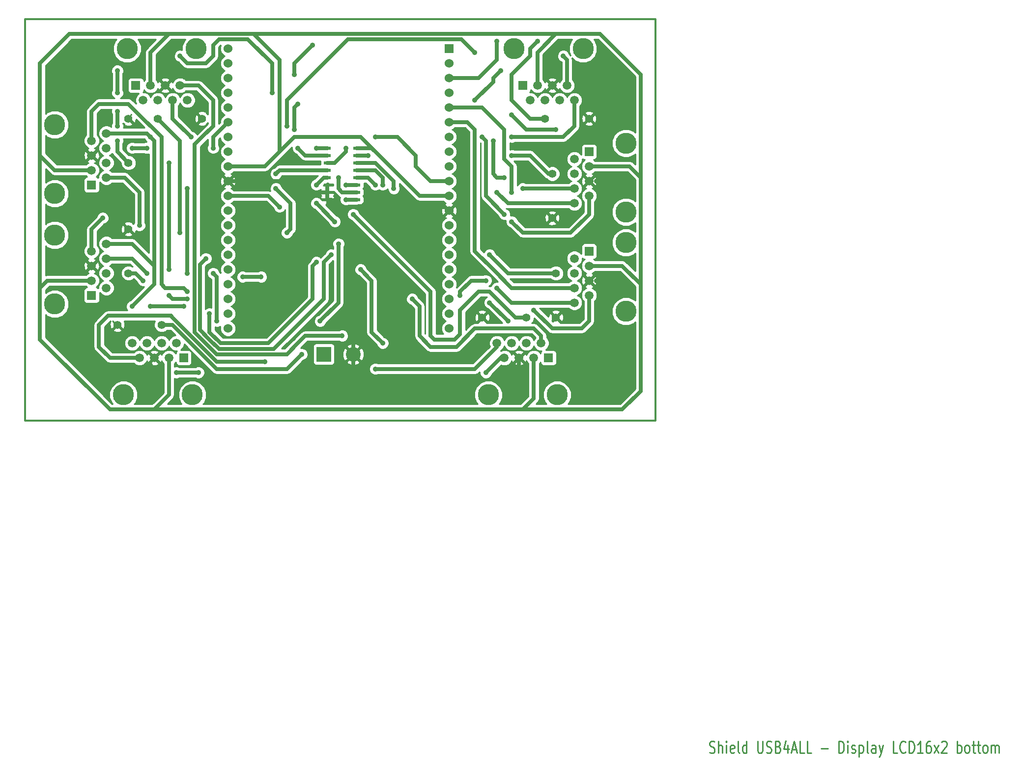
<source format=gtl>
G04 (created by PCBNEW-RS274X (2010-03-14)-final) date jue 12 may 2011 19:09:40 UYT*
G01*
G70*
G90*
%MOIN*%
G04 Gerber Fmt 3.4, Leading zero omitted, Abs format*
%FSLAX34Y34*%
G04 APERTURE LIST*
%ADD10C,0.006000*%
%ADD11C,0.011800*%
%ADD12C,0.010000*%
%ADD13R,0.100000X0.100000*%
%ADD14C,0.100000*%
%ADD15R,0.060000X0.060000*%
%ADD16C,0.060000*%
%ADD17C,0.055000*%
%ADD18C,0.143700*%
%ADD19R,0.059100X0.059100*%
%ADD20C,0.059100*%
%ADD21R,0.045000X0.020000*%
%ADD22C,0.035000*%
%ADD23C,0.025000*%
G04 APERTURE END LIST*
G54D10*
G54D11*
X35750Y-52750D02*
X35750Y-33750D01*
X36250Y-52750D02*
X35750Y-52750D01*
X78500Y-52750D02*
X36250Y-52750D01*
X78500Y-25500D02*
X78500Y-52750D01*
X35750Y-25500D02*
X78500Y-25500D01*
X35750Y-33750D02*
X35750Y-25500D01*
G54D12*
X82172Y-75286D02*
X82258Y-75324D01*
X82401Y-75324D01*
X82458Y-75286D01*
X82487Y-75248D01*
X82515Y-75171D01*
X82515Y-75095D01*
X82487Y-75019D01*
X82458Y-74981D01*
X82401Y-74943D01*
X82287Y-74905D01*
X82229Y-74867D01*
X82201Y-74829D01*
X82172Y-74752D01*
X82172Y-74676D01*
X82201Y-74600D01*
X82229Y-74562D01*
X82287Y-74524D01*
X82429Y-74524D01*
X82515Y-74562D01*
X82772Y-75324D02*
X82772Y-74524D01*
X83029Y-75324D02*
X83029Y-74905D01*
X83000Y-74829D01*
X82943Y-74790D01*
X82858Y-74790D01*
X82800Y-74829D01*
X82772Y-74867D01*
X83315Y-75324D02*
X83315Y-74790D01*
X83315Y-74524D02*
X83286Y-74562D01*
X83315Y-74600D01*
X83343Y-74562D01*
X83315Y-74524D01*
X83315Y-74600D01*
X83829Y-75286D02*
X83772Y-75324D01*
X83658Y-75324D01*
X83601Y-75286D01*
X83572Y-75210D01*
X83572Y-74905D01*
X83601Y-74829D01*
X83658Y-74790D01*
X83772Y-74790D01*
X83829Y-74829D01*
X83858Y-74905D01*
X83858Y-74981D01*
X83572Y-75057D01*
X84201Y-75324D02*
X84143Y-75286D01*
X84115Y-75210D01*
X84115Y-74524D01*
X84686Y-75324D02*
X84686Y-74524D01*
X84686Y-75286D02*
X84629Y-75324D01*
X84515Y-75324D01*
X84457Y-75286D01*
X84429Y-75248D01*
X84400Y-75171D01*
X84400Y-74943D01*
X84429Y-74867D01*
X84457Y-74829D01*
X84515Y-74790D01*
X84629Y-74790D01*
X84686Y-74829D01*
X85429Y-74524D02*
X85429Y-75171D01*
X85457Y-75248D01*
X85486Y-75286D01*
X85543Y-75324D01*
X85657Y-75324D01*
X85715Y-75286D01*
X85743Y-75248D01*
X85772Y-75171D01*
X85772Y-74524D01*
X86029Y-75286D02*
X86115Y-75324D01*
X86258Y-75324D01*
X86315Y-75286D01*
X86344Y-75248D01*
X86372Y-75171D01*
X86372Y-75095D01*
X86344Y-75019D01*
X86315Y-74981D01*
X86258Y-74943D01*
X86144Y-74905D01*
X86086Y-74867D01*
X86058Y-74829D01*
X86029Y-74752D01*
X86029Y-74676D01*
X86058Y-74600D01*
X86086Y-74562D01*
X86144Y-74524D01*
X86286Y-74524D01*
X86372Y-74562D01*
X86829Y-74905D02*
X86915Y-74943D01*
X86943Y-74981D01*
X86972Y-75057D01*
X86972Y-75171D01*
X86943Y-75248D01*
X86915Y-75286D01*
X86857Y-75324D01*
X86629Y-75324D01*
X86629Y-74524D01*
X86829Y-74524D01*
X86886Y-74562D01*
X86915Y-74600D01*
X86943Y-74676D01*
X86943Y-74752D01*
X86915Y-74829D01*
X86886Y-74867D01*
X86829Y-74905D01*
X86629Y-74905D01*
X87486Y-74790D02*
X87486Y-75324D01*
X87343Y-74486D02*
X87200Y-75057D01*
X87572Y-75057D01*
X87771Y-75095D02*
X88057Y-75095D01*
X87714Y-75324D02*
X87914Y-74524D01*
X88114Y-75324D01*
X88600Y-75324D02*
X88314Y-75324D01*
X88314Y-74524D01*
X89086Y-75324D02*
X88800Y-75324D01*
X88800Y-74524D01*
X89743Y-75019D02*
X90200Y-75019D01*
X90943Y-75324D02*
X90943Y-74524D01*
X91086Y-74524D01*
X91171Y-74562D01*
X91229Y-74638D01*
X91257Y-74714D01*
X91286Y-74867D01*
X91286Y-74981D01*
X91257Y-75133D01*
X91229Y-75210D01*
X91171Y-75286D01*
X91086Y-75324D01*
X90943Y-75324D01*
X91543Y-75324D02*
X91543Y-74790D01*
X91543Y-74524D02*
X91514Y-74562D01*
X91543Y-74600D01*
X91571Y-74562D01*
X91543Y-74524D01*
X91543Y-74600D01*
X91800Y-75286D02*
X91857Y-75324D01*
X91972Y-75324D01*
X92029Y-75286D01*
X92057Y-75210D01*
X92057Y-75171D01*
X92029Y-75095D01*
X91972Y-75057D01*
X91886Y-75057D01*
X91829Y-75019D01*
X91800Y-74943D01*
X91800Y-74905D01*
X91829Y-74829D01*
X91886Y-74790D01*
X91972Y-74790D01*
X92029Y-74829D01*
X92315Y-74790D02*
X92315Y-75590D01*
X92315Y-74829D02*
X92372Y-74790D01*
X92486Y-74790D01*
X92543Y-74829D01*
X92572Y-74867D01*
X92601Y-74943D01*
X92601Y-75171D01*
X92572Y-75248D01*
X92543Y-75286D01*
X92486Y-75324D01*
X92372Y-75324D01*
X92315Y-75286D01*
X92944Y-75324D02*
X92886Y-75286D01*
X92858Y-75210D01*
X92858Y-74524D01*
X93429Y-75324D02*
X93429Y-74905D01*
X93400Y-74829D01*
X93343Y-74790D01*
X93229Y-74790D01*
X93172Y-74829D01*
X93429Y-75286D02*
X93372Y-75324D01*
X93229Y-75324D01*
X93172Y-75286D01*
X93143Y-75210D01*
X93143Y-75133D01*
X93172Y-75057D01*
X93229Y-75019D01*
X93372Y-75019D01*
X93429Y-74981D01*
X93658Y-74790D02*
X93801Y-75324D01*
X93943Y-74790D02*
X93801Y-75324D01*
X93743Y-75514D01*
X93715Y-75552D01*
X93658Y-75590D01*
X94915Y-75324D02*
X94629Y-75324D01*
X94629Y-74524D01*
X95458Y-75248D02*
X95429Y-75286D01*
X95343Y-75324D01*
X95286Y-75324D01*
X95201Y-75286D01*
X95143Y-75210D01*
X95115Y-75133D01*
X95086Y-74981D01*
X95086Y-74867D01*
X95115Y-74714D01*
X95143Y-74638D01*
X95201Y-74562D01*
X95286Y-74524D01*
X95343Y-74524D01*
X95429Y-74562D01*
X95458Y-74600D01*
X95715Y-75324D02*
X95715Y-74524D01*
X95858Y-74524D01*
X95943Y-74562D01*
X96001Y-74638D01*
X96029Y-74714D01*
X96058Y-74867D01*
X96058Y-74981D01*
X96029Y-75133D01*
X96001Y-75210D01*
X95943Y-75286D01*
X95858Y-75324D01*
X95715Y-75324D01*
X96629Y-75324D02*
X96286Y-75324D01*
X96458Y-75324D02*
X96458Y-74524D01*
X96401Y-74638D01*
X96343Y-74714D01*
X96286Y-74752D01*
X97143Y-74524D02*
X97029Y-74524D01*
X96972Y-74562D01*
X96943Y-74600D01*
X96886Y-74714D01*
X96857Y-74867D01*
X96857Y-75171D01*
X96886Y-75248D01*
X96914Y-75286D01*
X96972Y-75324D01*
X97086Y-75324D01*
X97143Y-75286D01*
X97172Y-75248D01*
X97200Y-75171D01*
X97200Y-74981D01*
X97172Y-74905D01*
X97143Y-74867D01*
X97086Y-74829D01*
X96972Y-74829D01*
X96914Y-74867D01*
X96886Y-74905D01*
X96857Y-74981D01*
X97400Y-75324D02*
X97714Y-74790D01*
X97400Y-74790D02*
X97714Y-75324D01*
X97914Y-74600D02*
X97943Y-74562D01*
X98000Y-74524D01*
X98143Y-74524D01*
X98200Y-74562D01*
X98229Y-74600D01*
X98257Y-74676D01*
X98257Y-74752D01*
X98229Y-74867D01*
X97886Y-75324D01*
X98257Y-75324D01*
X98971Y-75324D02*
X98971Y-74524D01*
X98971Y-74829D02*
X99028Y-74790D01*
X99142Y-74790D01*
X99199Y-74829D01*
X99228Y-74867D01*
X99257Y-74943D01*
X99257Y-75171D01*
X99228Y-75248D01*
X99199Y-75286D01*
X99142Y-75324D01*
X99028Y-75324D01*
X98971Y-75286D01*
X99600Y-75324D02*
X99542Y-75286D01*
X99514Y-75248D01*
X99485Y-75171D01*
X99485Y-74943D01*
X99514Y-74867D01*
X99542Y-74829D01*
X99600Y-74790D01*
X99685Y-74790D01*
X99742Y-74829D01*
X99771Y-74867D01*
X99800Y-74943D01*
X99800Y-75171D01*
X99771Y-75248D01*
X99742Y-75286D01*
X99685Y-75324D01*
X99600Y-75324D01*
X99971Y-74790D02*
X100200Y-74790D01*
X100057Y-74524D02*
X100057Y-75210D01*
X100085Y-75286D01*
X100143Y-75324D01*
X100200Y-75324D01*
X100314Y-74790D02*
X100543Y-74790D01*
X100400Y-74524D02*
X100400Y-75210D01*
X100428Y-75286D01*
X100486Y-75324D01*
X100543Y-75324D01*
X100829Y-75324D02*
X100771Y-75286D01*
X100743Y-75248D01*
X100714Y-75171D01*
X100714Y-74943D01*
X100743Y-74867D01*
X100771Y-74829D01*
X100829Y-74790D01*
X100914Y-74790D01*
X100971Y-74829D01*
X101000Y-74867D01*
X101029Y-74943D01*
X101029Y-75171D01*
X101000Y-75248D01*
X100971Y-75286D01*
X100914Y-75324D01*
X100829Y-75324D01*
X101286Y-75324D02*
X101286Y-74790D01*
X101286Y-74867D02*
X101314Y-74829D01*
X101372Y-74790D01*
X101457Y-74790D01*
X101514Y-74829D01*
X101543Y-74905D01*
X101543Y-75324D01*
X101543Y-74905D02*
X101572Y-74829D01*
X101629Y-74790D01*
X101714Y-74790D01*
X101772Y-74829D01*
X101800Y-74905D01*
X101800Y-75324D01*
G54D13*
X56000Y-48250D03*
G54D14*
X58000Y-48250D03*
G54D15*
X64500Y-27500D03*
G54D16*
X64500Y-28500D03*
X64500Y-37500D03*
X64500Y-30500D03*
X64500Y-39500D03*
X64500Y-32500D03*
X64500Y-41500D03*
X64500Y-34500D03*
X64500Y-43500D03*
X64500Y-36500D03*
X64500Y-45500D03*
X64500Y-38500D03*
X49500Y-46500D03*
X64500Y-40500D03*
X49500Y-44500D03*
X64500Y-42500D03*
X49500Y-42500D03*
X64500Y-44500D03*
X49500Y-40500D03*
X64500Y-46500D03*
X49500Y-38500D03*
X49500Y-45500D03*
X49500Y-36500D03*
X49500Y-43500D03*
X49500Y-41500D03*
X49500Y-34500D03*
X49500Y-39500D03*
X49500Y-35500D03*
X49500Y-33500D03*
X49500Y-31500D03*
X49500Y-29500D03*
X49500Y-32500D03*
X49500Y-30500D03*
X64500Y-29500D03*
X64500Y-31500D03*
X64500Y-33500D03*
X64500Y-35500D03*
X49500Y-28500D03*
X49500Y-27500D03*
X49500Y-37500D03*
G54D17*
X66750Y-45750D03*
X69750Y-45750D03*
X42750Y-32250D03*
X42750Y-35250D03*
X71750Y-42750D03*
X71750Y-45750D03*
X42750Y-39750D03*
X42750Y-42750D03*
X71500Y-39000D03*
X71500Y-36000D03*
X47750Y-32250D03*
X44750Y-32250D03*
X74000Y-32250D03*
X71000Y-32250D03*
X42000Y-46250D03*
X45000Y-46250D03*
G54D18*
X67162Y-51000D03*
X71835Y-51000D03*
G54D19*
X71250Y-48500D03*
G54D20*
X70750Y-47500D03*
X70250Y-48500D03*
X69750Y-47500D03*
X69250Y-48500D03*
X68750Y-47500D03*
X68250Y-48500D03*
X67750Y-47500D03*
G54D18*
X37750Y-32662D03*
X37750Y-37335D03*
G54D19*
X40250Y-36750D03*
G54D20*
X41250Y-36250D03*
X40250Y-35750D03*
X41250Y-35250D03*
X40250Y-34750D03*
X41250Y-34250D03*
X40250Y-33750D03*
X41250Y-33250D03*
G54D18*
X76500Y-45338D03*
X76500Y-40665D03*
G54D19*
X74000Y-41250D03*
G54D20*
X73000Y-41750D03*
X74000Y-42250D03*
X73000Y-42750D03*
X74000Y-43250D03*
X73000Y-43750D03*
X74000Y-44250D03*
X73000Y-44750D03*
G54D18*
X37750Y-40162D03*
X37750Y-44835D03*
G54D19*
X40250Y-44250D03*
G54D20*
X41250Y-43750D03*
X40250Y-43250D03*
X41250Y-42750D03*
X40250Y-42250D03*
X41250Y-41750D03*
X40250Y-41250D03*
X41250Y-40750D03*
G54D18*
X76500Y-38588D03*
X76500Y-33915D03*
G54D19*
X74000Y-34500D03*
G54D20*
X73000Y-35000D03*
X74000Y-35500D03*
X73000Y-36000D03*
X74000Y-36500D03*
X73000Y-37000D03*
X74000Y-37500D03*
X73000Y-38000D03*
G54D18*
X47338Y-27500D03*
X42665Y-27500D03*
G54D19*
X43250Y-30000D03*
G54D20*
X43750Y-31000D03*
X44250Y-30000D03*
X44750Y-31000D03*
X45250Y-30000D03*
X45750Y-31000D03*
X46250Y-30000D03*
X46750Y-31000D03*
G54D18*
X73588Y-27500D03*
X68915Y-27500D03*
G54D19*
X69500Y-30000D03*
G54D20*
X70000Y-31000D03*
X70500Y-30000D03*
X71000Y-31000D03*
X71500Y-30000D03*
X72000Y-31000D03*
X72500Y-30000D03*
X73000Y-31000D03*
G54D18*
X42412Y-51000D03*
X47085Y-51000D03*
G54D19*
X46500Y-48500D03*
G54D20*
X46000Y-47500D03*
X45500Y-48500D03*
X45000Y-47500D03*
X44500Y-48500D03*
X44000Y-47500D03*
X43500Y-48500D03*
X43000Y-47500D03*
G54D21*
X56250Y-34250D03*
X56250Y-34750D03*
X56250Y-35250D03*
X56250Y-35750D03*
X56250Y-36250D03*
X56250Y-36750D03*
X56250Y-37250D03*
X56250Y-37750D03*
X58250Y-37750D03*
X58250Y-37250D03*
X58250Y-36750D03*
X58250Y-36250D03*
X58250Y-35750D03*
X58250Y-35250D03*
X58250Y-34750D03*
X58250Y-34250D03*
G54D22*
X62000Y-44500D03*
X51750Y-43000D03*
X50500Y-43000D03*
X43500Y-39500D03*
X44250Y-33500D03*
X43000Y-45000D03*
X46000Y-49500D03*
X47500Y-49500D03*
X59500Y-49250D03*
X67750Y-43750D03*
X67750Y-37250D03*
X68750Y-33500D03*
X67000Y-49500D03*
X68500Y-46000D03*
X67250Y-44750D03*
X58000Y-38750D03*
X56750Y-39250D03*
X55500Y-38000D03*
X55500Y-36750D03*
X54250Y-34250D03*
X53500Y-32750D03*
X66250Y-27750D03*
X68000Y-29000D03*
X66250Y-31000D03*
X68750Y-34750D03*
X68250Y-36250D03*
X67500Y-33750D03*
X69500Y-37000D03*
X68750Y-37250D03*
X68750Y-39250D03*
X46750Y-44000D03*
X59000Y-34750D03*
X52500Y-30500D03*
X46250Y-28000D03*
X42000Y-29000D03*
X42000Y-30500D03*
X42000Y-31750D03*
X42000Y-32750D03*
X42000Y-33750D03*
X70250Y-45250D03*
X68250Y-38750D03*
X66750Y-33500D03*
X52750Y-36000D03*
X52750Y-37000D03*
X53500Y-40000D03*
X58500Y-42500D03*
X60000Y-47500D03*
X65250Y-44250D03*
X67000Y-43250D03*
X67250Y-41500D03*
X41000Y-39000D03*
X60000Y-36750D03*
X56500Y-41500D03*
X46250Y-40000D03*
X48000Y-41750D03*
X59500Y-36750D03*
X57000Y-40750D03*
X55750Y-46000D03*
X54500Y-48250D03*
X57500Y-34250D03*
X59500Y-33500D03*
X53000Y-38250D03*
X57500Y-36750D03*
X67750Y-27000D03*
X72250Y-28000D03*
X71750Y-33000D03*
X68750Y-32000D03*
X55500Y-34250D03*
X54000Y-33000D03*
X54250Y-31250D03*
X54000Y-29250D03*
X55250Y-27250D03*
X70500Y-27000D03*
X57000Y-36250D03*
X57500Y-37750D03*
X44000Y-34250D03*
X43000Y-34250D03*
X48500Y-34250D03*
X44000Y-42750D03*
X45500Y-35250D03*
X45500Y-42500D03*
X47000Y-33500D03*
X48500Y-42750D03*
X48750Y-46000D03*
X46500Y-45000D03*
X46750Y-42750D03*
X46750Y-37000D03*
X44250Y-45000D03*
X43750Y-43250D03*
X45500Y-44250D03*
X46750Y-44500D03*
X48250Y-45500D03*
X60750Y-37000D03*
X55500Y-42000D03*
X57250Y-47000D03*
X43500Y-48500D03*
X52000Y-48750D03*
X69250Y-51250D03*
X45750Y-27500D03*
X45250Y-29000D03*
X58000Y-51250D03*
X74500Y-43250D03*
X76250Y-43250D03*
X71500Y-27500D03*
X71500Y-29000D03*
X76750Y-36500D03*
X74500Y-36500D03*
X39500Y-41750D03*
X38000Y-41750D03*
X39500Y-34750D03*
X38000Y-34750D03*
X44250Y-49000D03*
X44250Y-50750D03*
G54D23*
X70750Y-47000D02*
X70750Y-47500D01*
X70250Y-46500D02*
X70750Y-47000D01*
X66250Y-46500D02*
X70250Y-46500D01*
X65000Y-47750D02*
X66250Y-46500D01*
X63250Y-47750D02*
X65000Y-47750D01*
X62500Y-47000D02*
X63250Y-47750D01*
X62500Y-45000D02*
X62500Y-47000D01*
X62000Y-44500D02*
X62500Y-45000D01*
X50500Y-43000D02*
X51750Y-43000D01*
X42500Y-36250D02*
X41250Y-36250D01*
X43500Y-37250D02*
X42500Y-36250D01*
X43500Y-39500D02*
X43500Y-37250D01*
X41250Y-40750D02*
X43000Y-40750D01*
X43000Y-40750D02*
X44500Y-42250D01*
X42500Y-33250D02*
X44000Y-33250D01*
X44500Y-43500D02*
X43000Y-45000D01*
X44500Y-33750D02*
X44500Y-42250D01*
X44500Y-42250D02*
X44500Y-43500D01*
X44000Y-33250D02*
X44250Y-33500D01*
X44250Y-33500D02*
X44500Y-33750D01*
X42500Y-33250D02*
X41250Y-33250D01*
X47500Y-49500D02*
X46000Y-49500D01*
X67750Y-47500D02*
X67750Y-47750D01*
X66250Y-49250D02*
X59500Y-49250D01*
X67750Y-47750D02*
X66250Y-49250D01*
X73000Y-44750D02*
X68750Y-44750D01*
X68750Y-44750D02*
X67750Y-43750D01*
X73000Y-38000D02*
X68500Y-38000D01*
X68500Y-38000D02*
X67750Y-37250D01*
X73000Y-32750D02*
X73000Y-31000D01*
X72250Y-33500D02*
X73000Y-32750D01*
X71250Y-33500D02*
X72250Y-33500D01*
X68750Y-33500D02*
X71250Y-33500D01*
X68000Y-48500D02*
X68250Y-48500D01*
X67000Y-49500D02*
X68000Y-48500D01*
X67250Y-44750D02*
X68500Y-46000D01*
X56750Y-39250D02*
X55500Y-38000D01*
X69750Y-45750D02*
X69000Y-45750D01*
X63250Y-44000D02*
X58250Y-39000D01*
X63250Y-47000D02*
X63250Y-44000D01*
X63500Y-47250D02*
X63250Y-47000D01*
X64880Y-47250D02*
X63500Y-47250D01*
X65250Y-46880D02*
X64880Y-47250D01*
X65250Y-45250D02*
X65250Y-46880D01*
X66500Y-44000D02*
X65250Y-45250D01*
X67250Y-44000D02*
X66500Y-44000D01*
X69000Y-45750D02*
X67250Y-44000D01*
X58250Y-39000D02*
X58000Y-38750D01*
X56000Y-36250D02*
X56250Y-36250D01*
X55500Y-36750D02*
X56000Y-36250D01*
X54750Y-34750D02*
X54250Y-34250D01*
X53500Y-32750D02*
X53500Y-31000D01*
X53500Y-31000D02*
X57648Y-26852D01*
X57648Y-26852D02*
X65352Y-26852D01*
X65352Y-26852D02*
X66250Y-27750D01*
X68000Y-29000D02*
X67500Y-29500D01*
X67500Y-29500D02*
X67500Y-29750D01*
X67500Y-29750D02*
X66250Y-31000D01*
X56250Y-34750D02*
X54750Y-34750D01*
X71250Y-36000D02*
X71500Y-36000D01*
X70000Y-34750D02*
X71250Y-36000D01*
X68750Y-34750D02*
X70000Y-34750D01*
X67750Y-36250D02*
X68250Y-36250D01*
X67500Y-36000D02*
X67750Y-36250D01*
X67500Y-33750D02*
X67500Y-36000D01*
X69500Y-37000D02*
X73000Y-37000D01*
X68250Y-34250D02*
X68250Y-35000D01*
X68750Y-35500D02*
X68750Y-37250D01*
X68250Y-35000D02*
X68750Y-35500D01*
X64500Y-31500D02*
X66750Y-31500D01*
X74000Y-38750D02*
X74000Y-37500D01*
X68750Y-39250D02*
X69500Y-40000D01*
X69500Y-40000D02*
X72750Y-40000D01*
X72750Y-40000D02*
X74000Y-38750D01*
X68250Y-33000D02*
X68250Y-34250D01*
X66750Y-31500D02*
X68250Y-33000D01*
X45000Y-43500D02*
X45250Y-43750D01*
X45000Y-33500D02*
X44500Y-33000D01*
X45000Y-43250D02*
X45000Y-33500D01*
X40250Y-31750D02*
X40750Y-31250D01*
X40750Y-31250D02*
X42750Y-31250D01*
X42750Y-31250D02*
X43750Y-32250D01*
X40250Y-33750D02*
X40250Y-31750D01*
X44500Y-33000D02*
X43750Y-32250D01*
X45000Y-43250D02*
X45000Y-43500D01*
X46750Y-44000D02*
X46500Y-43750D01*
X46500Y-43750D02*
X45250Y-43750D01*
X42750Y-35250D02*
X42000Y-34500D01*
X59000Y-34750D02*
X58250Y-34750D01*
X52500Y-28500D02*
X52500Y-30500D01*
X50852Y-26852D02*
X52500Y-28500D01*
X48898Y-26852D02*
X50852Y-26852D01*
X48500Y-27250D02*
X48898Y-26852D01*
X48500Y-28000D02*
X48500Y-27250D01*
X48000Y-28500D02*
X48500Y-28000D01*
X46750Y-28500D02*
X48000Y-28500D01*
X46250Y-28000D02*
X46750Y-28500D01*
X42000Y-30500D02*
X42000Y-29000D01*
X42000Y-32750D02*
X42000Y-31750D01*
X42000Y-34500D02*
X42000Y-33750D01*
X68250Y-38750D02*
X67000Y-37500D01*
X74000Y-46000D02*
X73500Y-46500D01*
X73500Y-46500D02*
X71500Y-46500D01*
X71500Y-46500D02*
X70250Y-45250D01*
X74000Y-44250D02*
X74000Y-46000D01*
X67000Y-33750D02*
X66750Y-33500D01*
X67000Y-37500D02*
X67000Y-33750D01*
X67500Y-42500D02*
X66250Y-41250D01*
X66250Y-33000D02*
X65750Y-32500D01*
X66250Y-41250D02*
X66250Y-33000D01*
X64500Y-32500D02*
X65750Y-32500D01*
X68750Y-43750D02*
X73000Y-43750D01*
X67500Y-42500D02*
X68750Y-43750D01*
X71750Y-42750D02*
X68500Y-42750D01*
X53000Y-35750D02*
X56250Y-35750D01*
X52750Y-36000D02*
X53000Y-35750D01*
X53750Y-38000D02*
X52750Y-37000D01*
X53750Y-39750D02*
X53750Y-38000D01*
X53500Y-40000D02*
X53750Y-39750D01*
X59250Y-43250D02*
X58500Y-42500D01*
X59250Y-46750D02*
X59250Y-43250D01*
X60000Y-47500D02*
X59250Y-46750D01*
X65250Y-44000D02*
X65250Y-44250D01*
X66000Y-43250D02*
X65250Y-44000D01*
X67000Y-43250D02*
X66000Y-43250D01*
X68500Y-42750D02*
X67250Y-41500D01*
X40250Y-39750D02*
X41000Y-39000D01*
X40250Y-41250D02*
X40250Y-39750D01*
X56000Y-42250D02*
X56000Y-42000D01*
X56000Y-43250D02*
X56000Y-42250D01*
X60000Y-36750D02*
X60000Y-36250D01*
X60000Y-36250D02*
X59500Y-35750D01*
X59500Y-35750D02*
X58250Y-35750D01*
X56000Y-42000D02*
X56500Y-41500D01*
X48250Y-47250D02*
X48250Y-47252D01*
X56000Y-44500D02*
X56000Y-43500D01*
X52602Y-47898D02*
X56000Y-44500D01*
X48896Y-47898D02*
X52602Y-47898D01*
X48250Y-47252D02*
X48896Y-47898D01*
X56000Y-43500D02*
X56000Y-43250D01*
X47602Y-42362D02*
X47602Y-42148D01*
X56000Y-43500D02*
X56000Y-43250D01*
X46250Y-33750D02*
X44750Y-32250D01*
X46250Y-33750D02*
X46250Y-40000D01*
X48250Y-47250D02*
X47602Y-46602D01*
X47602Y-46602D02*
X47602Y-42362D01*
X47602Y-42148D02*
X48000Y-41750D01*
X45000Y-46250D02*
X45750Y-46250D01*
X59000Y-36250D02*
X58250Y-36250D01*
X59500Y-36750D02*
X59000Y-36250D01*
X57000Y-44750D02*
X57000Y-40750D01*
X55750Y-46000D02*
X57000Y-44750D01*
X53500Y-49250D02*
X54500Y-48250D01*
X48750Y-49250D02*
X53500Y-49250D01*
X45750Y-46250D02*
X48750Y-49250D01*
X56750Y-35250D02*
X57500Y-34500D01*
X57500Y-34500D02*
X57500Y-34250D01*
X56250Y-35250D02*
X56750Y-35250D01*
X63250Y-36500D02*
X64500Y-36500D01*
X62250Y-35500D02*
X63250Y-36500D01*
X62250Y-34750D02*
X62250Y-35500D01*
X61000Y-33500D02*
X62250Y-34750D01*
X59500Y-33500D02*
X61000Y-33500D01*
X57750Y-36750D02*
X57500Y-36750D01*
X58250Y-36750D02*
X57750Y-36750D01*
X52250Y-37500D02*
X49500Y-37500D01*
X53000Y-38250D02*
X52250Y-37500D01*
X65250Y-29500D02*
X65750Y-29500D01*
X72500Y-28250D02*
X72250Y-28000D01*
X72500Y-30000D02*
X72500Y-28250D01*
X65250Y-29500D02*
X66500Y-29500D01*
X67750Y-28250D02*
X67750Y-27000D01*
X66500Y-29500D02*
X67750Y-28250D01*
X65000Y-29500D02*
X65250Y-29500D01*
X65000Y-29500D02*
X64500Y-29500D01*
X69750Y-33000D02*
X71750Y-33000D01*
X68750Y-32000D02*
X69750Y-33000D01*
X55500Y-34250D02*
X56250Y-34250D01*
X54000Y-31500D02*
X54000Y-33000D01*
X54250Y-31250D02*
X54000Y-31500D01*
X54000Y-28500D02*
X54000Y-29250D01*
X55250Y-27250D02*
X54000Y-28500D01*
X71000Y-32250D02*
X70000Y-32250D01*
X70000Y-27500D02*
X70500Y-27000D01*
X70000Y-28000D02*
X70000Y-27500D01*
X68750Y-29250D02*
X70000Y-28000D01*
X68750Y-31000D02*
X68750Y-29250D01*
X70000Y-32250D02*
X68750Y-31000D01*
X58250Y-37250D02*
X57250Y-37250D01*
X57000Y-37000D02*
X57000Y-36250D01*
X57250Y-37250D02*
X57000Y-37000D01*
X58250Y-37750D02*
X57500Y-37750D01*
X43000Y-34250D02*
X44000Y-34250D01*
X49500Y-32500D02*
X48500Y-33500D01*
X48500Y-34250D02*
X48500Y-33500D01*
X43000Y-41750D02*
X44000Y-42750D01*
X43000Y-41750D02*
X41250Y-41750D01*
X45500Y-40250D02*
X45500Y-35250D01*
X45500Y-42500D02*
X45500Y-40250D01*
X45750Y-31000D02*
X45750Y-32250D01*
X47000Y-33500D02*
X47000Y-33500D01*
X45750Y-32250D02*
X47000Y-33500D01*
X48750Y-43000D02*
X48500Y-42750D01*
X48750Y-46000D02*
X48750Y-43000D01*
X46500Y-45000D02*
X44250Y-45000D01*
X46750Y-42000D02*
X46750Y-42750D01*
X46750Y-42000D02*
X46750Y-37000D01*
X55250Y-42250D02*
X55500Y-42000D01*
X49000Y-47500D02*
X52250Y-47500D01*
X52250Y-47500D02*
X55250Y-44500D01*
X55250Y-44500D02*
X55250Y-42250D01*
X43250Y-42750D02*
X43750Y-43250D01*
X45500Y-44250D02*
X45750Y-44500D01*
X45750Y-44500D02*
X46750Y-44500D01*
X42750Y-42750D02*
X43250Y-42750D01*
X48250Y-45500D02*
X48250Y-46750D01*
X48250Y-46750D02*
X49000Y-47500D01*
X59500Y-35250D02*
X58250Y-35250D01*
X60750Y-36500D02*
X59500Y-35250D01*
X60750Y-37000D02*
X60750Y-36500D01*
X48248Y-47750D02*
X48250Y-47750D01*
X53500Y-48250D02*
X54250Y-47500D01*
X48750Y-48250D02*
X53500Y-48250D01*
X48250Y-47750D02*
X48750Y-48250D01*
X47250Y-44500D02*
X47250Y-34000D01*
X48248Y-47750D02*
X47250Y-46752D01*
X47250Y-46752D02*
X47250Y-44500D01*
X47250Y-34000D02*
X47750Y-33500D01*
X48500Y-32250D02*
X48500Y-32750D01*
X47500Y-30000D02*
X48500Y-31000D01*
X48500Y-31000D02*
X48500Y-32250D01*
X46250Y-30000D02*
X47500Y-30000D01*
X48500Y-32750D02*
X47750Y-33500D01*
X54750Y-47000D02*
X57250Y-47000D01*
X54250Y-47500D02*
X54750Y-47000D01*
X41375Y-45625D02*
X45625Y-45625D01*
X45625Y-45625D02*
X45750Y-45750D01*
X43500Y-48500D02*
X41500Y-48500D01*
X48750Y-48750D02*
X52000Y-48750D01*
X45750Y-45750D02*
X48750Y-48750D01*
X40750Y-46250D02*
X41375Y-45625D01*
X40750Y-47750D02*
X40750Y-46250D01*
X41500Y-48500D02*
X40750Y-47750D01*
X70500Y-28000D02*
X70500Y-27750D01*
X70500Y-27750D02*
X71750Y-26500D01*
X53000Y-34500D02*
X53000Y-28250D01*
X53000Y-28250D02*
X51250Y-26500D01*
X49500Y-35500D02*
X52000Y-35500D01*
X58500Y-33500D02*
X59500Y-34500D01*
X54000Y-33500D02*
X58500Y-33500D01*
X52000Y-35500D02*
X53000Y-34500D01*
X53000Y-34500D02*
X54000Y-33500D01*
X58250Y-34250D02*
X59250Y-34250D01*
X62500Y-37500D02*
X64500Y-37500D01*
X59250Y-34250D02*
X59500Y-34500D01*
X59500Y-34500D02*
X62500Y-37500D01*
X36750Y-34750D02*
X36750Y-44000D01*
X46000Y-26500D02*
X38750Y-26500D01*
X37750Y-35750D02*
X40250Y-35750D01*
X36750Y-34750D02*
X37750Y-35750D01*
X36750Y-28500D02*
X36750Y-34750D01*
X38750Y-26500D02*
X36750Y-28500D01*
X71750Y-26500D02*
X51250Y-26500D01*
X51250Y-26500D02*
X46000Y-26500D01*
X46000Y-26500D02*
X45500Y-26500D01*
X44250Y-27750D02*
X44250Y-30000D01*
X45500Y-26500D02*
X44250Y-27750D01*
X77500Y-36250D02*
X77500Y-29250D01*
X77500Y-29250D02*
X74750Y-26500D01*
X74750Y-26500D02*
X71750Y-26500D01*
X70500Y-28000D02*
X70500Y-30000D01*
X77500Y-43500D02*
X77500Y-36250D01*
X76750Y-35500D02*
X74000Y-35500D01*
X77500Y-36250D02*
X76750Y-35500D01*
X69250Y-52000D02*
X76250Y-52000D01*
X76250Y-42250D02*
X74000Y-42250D01*
X77500Y-43500D02*
X76250Y-42250D01*
X77500Y-50750D02*
X77500Y-43500D01*
X76250Y-52000D02*
X77500Y-50750D01*
X44250Y-52000D02*
X69250Y-52000D01*
X69250Y-52000D02*
X69500Y-52000D01*
X70250Y-51250D02*
X70250Y-48500D01*
X69500Y-52000D02*
X70250Y-51250D01*
X40250Y-43250D02*
X37250Y-43250D01*
X36750Y-43750D02*
X36750Y-44000D01*
X37250Y-43250D02*
X36750Y-43750D01*
X45500Y-51000D02*
X45500Y-48500D01*
X44500Y-52000D02*
X45500Y-51000D01*
X41500Y-52000D02*
X44250Y-52000D01*
X44250Y-52000D02*
X44500Y-52000D01*
X36750Y-47250D02*
X41500Y-52000D01*
X36750Y-44000D02*
X36750Y-47250D01*
X69250Y-48500D02*
X69250Y-51250D01*
X56250Y-37750D02*
X56500Y-37750D01*
X64250Y-38250D02*
X64500Y-38500D01*
X57000Y-38250D02*
X64250Y-38250D01*
X56500Y-37750D02*
X57000Y-38250D01*
X45750Y-27750D02*
X45750Y-27500D01*
X45250Y-28250D02*
X45750Y-27750D01*
X45250Y-29000D02*
X45250Y-28250D01*
X58000Y-48250D02*
X58000Y-39500D01*
X58000Y-39500D02*
X57000Y-38500D01*
X58000Y-48250D02*
X58000Y-51250D01*
X76250Y-43250D02*
X74500Y-43250D01*
X71500Y-29000D02*
X71500Y-27500D01*
X76750Y-36500D02*
X74500Y-36500D01*
X38000Y-41750D02*
X39500Y-41750D01*
X38000Y-34750D02*
X39500Y-34750D01*
X44250Y-49000D02*
X44250Y-50750D01*
X56250Y-37750D02*
X57000Y-38500D01*
X56250Y-37750D02*
X56250Y-37250D01*
X56250Y-37250D02*
X56250Y-36750D01*
X49500Y-36500D02*
X54250Y-36500D01*
X55000Y-37250D02*
X56250Y-37250D01*
X54250Y-36500D02*
X55000Y-37250D01*
G54D12*
X73541Y-41729D02*
X73541Y-41729D01*
X73541Y-41809D02*
X73676Y-41809D01*
X73528Y-41889D02*
X73596Y-41889D01*
X73494Y-41969D02*
X73532Y-41969D01*
X73461Y-42049D02*
X73498Y-42049D01*
X73386Y-42129D02*
X73465Y-42129D01*
X73306Y-42209D02*
X73459Y-42209D01*
X73300Y-42289D02*
X73459Y-42289D01*
X73384Y-42369D02*
X73463Y-42369D01*
X73462Y-42449D02*
X73496Y-42449D01*
X73495Y-42529D02*
X73529Y-42529D01*
X73527Y-42609D02*
X73594Y-42609D01*
X73541Y-42689D02*
X73674Y-42689D01*
X74326Y-42689D02*
X76162Y-42689D01*
X73541Y-42769D02*
X73752Y-42769D01*
X74243Y-42769D02*
X76242Y-42769D01*
X73541Y-42849D02*
X73703Y-42849D01*
X74298Y-42849D02*
X76322Y-42849D01*
X73511Y-42929D02*
X73750Y-42929D01*
X74250Y-42929D02*
X76402Y-42929D01*
X73478Y-43009D02*
X73519Y-43009D01*
X73688Y-43009D02*
X73830Y-43009D01*
X74170Y-43009D02*
X74312Y-43009D01*
X74484Y-43009D02*
X76482Y-43009D01*
X73426Y-43089D02*
X73490Y-43089D01*
X73768Y-43089D02*
X73910Y-43089D01*
X74090Y-43089D02*
X74232Y-43089D01*
X74517Y-43089D02*
X76562Y-43089D01*
X73346Y-43169D02*
X73462Y-43169D01*
X73848Y-43169D02*
X73990Y-43169D01*
X74010Y-43169D02*
X74152Y-43169D01*
X74531Y-43169D02*
X76642Y-43169D01*
X73208Y-43249D02*
X73464Y-43249D01*
X73928Y-43249D02*
X74072Y-43249D01*
X74536Y-43249D02*
X76722Y-43249D01*
X73344Y-43329D02*
X73468Y-43329D01*
X73850Y-43329D02*
X73992Y-43329D01*
X74008Y-43329D02*
X74150Y-43329D01*
X74539Y-43329D02*
X76802Y-43329D01*
X73424Y-43409D02*
X73482Y-43409D01*
X73770Y-43409D02*
X73912Y-43409D01*
X74088Y-43409D02*
X74230Y-43409D01*
X74510Y-43409D02*
X76882Y-43409D01*
X73478Y-43489D02*
X73515Y-43489D01*
X73690Y-43489D02*
X73832Y-43489D01*
X74168Y-43489D02*
X74310Y-43489D01*
X74482Y-43489D02*
X76962Y-43489D01*
X73511Y-43569D02*
X73752Y-43569D01*
X74248Y-43569D02*
X77042Y-43569D01*
X73541Y-43649D02*
X73702Y-43649D01*
X74297Y-43649D02*
X77122Y-43649D01*
X73541Y-43729D02*
X73752Y-43729D01*
X74252Y-43729D02*
X77128Y-43729D01*
X73541Y-43809D02*
X73676Y-43809D01*
X74325Y-43809D02*
X77128Y-43809D01*
X73528Y-43889D02*
X73596Y-43889D01*
X74405Y-43889D02*
X77128Y-43889D01*
X73494Y-43969D02*
X73532Y-43969D01*
X74470Y-43969D02*
X77128Y-43969D01*
X73461Y-44049D02*
X73498Y-44049D01*
X74503Y-44049D02*
X77128Y-44049D01*
X73386Y-44129D02*
X73465Y-44129D01*
X74536Y-44129D02*
X77128Y-44129D01*
X73306Y-44209D02*
X73459Y-44209D01*
X74541Y-44209D02*
X77128Y-44209D01*
X73300Y-44289D02*
X73459Y-44289D01*
X74541Y-44289D02*
X77128Y-44289D01*
X73384Y-44369D02*
X73463Y-44369D01*
X74536Y-44369D02*
X77128Y-44369D01*
X73462Y-44449D02*
X73496Y-44449D01*
X74503Y-44449D02*
X76128Y-44449D01*
X76874Y-44449D02*
X77128Y-44449D01*
X73495Y-44529D02*
X73529Y-44529D01*
X74469Y-44529D02*
X75946Y-44529D01*
X77055Y-44529D02*
X77128Y-44529D01*
X73527Y-44609D02*
X73594Y-44609D01*
X74406Y-44609D02*
X75866Y-44609D01*
X73541Y-44689D02*
X73628Y-44689D01*
X74372Y-44689D02*
X75786Y-44689D01*
X73541Y-44769D02*
X73628Y-44769D01*
X74372Y-44769D02*
X75706Y-44769D01*
X73541Y-44849D02*
X73628Y-44849D01*
X74372Y-44849D02*
X75659Y-44849D01*
X73511Y-44929D02*
X73628Y-44929D01*
X74372Y-44929D02*
X75626Y-44929D01*
X73478Y-45009D02*
X73628Y-45009D01*
X74372Y-45009D02*
X75593Y-45009D01*
X73426Y-45089D02*
X73628Y-45089D01*
X74372Y-45089D02*
X75560Y-45089D01*
X70695Y-45169D02*
X72653Y-45169D01*
X73346Y-45169D02*
X73628Y-45169D01*
X74372Y-45169D02*
X75536Y-45169D01*
X70775Y-45249D02*
X71603Y-45249D01*
X71876Y-45249D02*
X72791Y-45249D01*
X73208Y-45249D02*
X73628Y-45249D01*
X74372Y-45249D02*
X75536Y-45249D01*
X70855Y-45329D02*
X71476Y-45329D01*
X72025Y-45329D02*
X73628Y-45329D01*
X74372Y-45329D02*
X75536Y-45329D01*
X70935Y-45409D02*
X71480Y-45409D01*
X72020Y-45409D02*
X73628Y-45409D01*
X74372Y-45409D02*
X75536Y-45409D01*
X71015Y-45489D02*
X71296Y-45489D01*
X71418Y-45489D02*
X71560Y-45489D01*
X71940Y-45489D02*
X72082Y-45489D01*
X72205Y-45489D02*
X73628Y-45489D01*
X74372Y-45489D02*
X75536Y-45489D01*
X71095Y-45569D02*
X71269Y-45569D01*
X71498Y-45569D02*
X71640Y-45569D01*
X71860Y-45569D02*
X72002Y-45569D01*
X72238Y-45569D02*
X73628Y-45569D01*
X74372Y-45569D02*
X75552Y-45569D01*
X71175Y-45649D02*
X71241Y-45649D01*
X71578Y-45649D02*
X71720Y-45649D01*
X71780Y-45649D02*
X71922Y-45649D01*
X72260Y-45649D02*
X73628Y-45649D01*
X74372Y-45649D02*
X75585Y-45649D01*
X71658Y-45729D02*
X71842Y-45729D01*
X72264Y-45729D02*
X73628Y-45729D01*
X74372Y-45729D02*
X75618Y-45729D01*
X70272Y-45809D02*
X70282Y-45809D01*
X71619Y-45809D02*
X71880Y-45809D01*
X72269Y-45809D02*
X73628Y-45809D01*
X74372Y-45809D02*
X75651Y-45809D01*
X70257Y-45889D02*
X70362Y-45889D01*
X71539Y-45889D02*
X71682Y-45889D01*
X71818Y-45889D02*
X71960Y-45889D01*
X72246Y-45889D02*
X73585Y-45889D01*
X74372Y-45889D02*
X75687Y-45889D01*
X70224Y-45969D02*
X70442Y-45969D01*
X71495Y-45969D02*
X71602Y-45969D01*
X71898Y-45969D02*
X72040Y-45969D01*
X72218Y-45969D02*
X73505Y-45969D01*
X74372Y-45969D02*
X75767Y-45969D01*
X70188Y-46049D02*
X70522Y-46049D01*
X71978Y-46049D02*
X73425Y-46049D01*
X74362Y-46049D02*
X75847Y-46049D01*
X70256Y-46129D02*
X70602Y-46129D01*
X74346Y-46129D02*
X75927Y-46129D01*
X77072Y-46129D02*
X77128Y-46129D01*
X70472Y-46209D02*
X70682Y-46209D01*
X74299Y-46209D02*
X76083Y-46209D01*
X76916Y-46209D02*
X77128Y-46209D01*
X70565Y-46289D02*
X70762Y-46289D01*
X74237Y-46289D02*
X76276Y-46289D01*
X76722Y-46289D02*
X77128Y-46289D01*
X70645Y-46369D02*
X70842Y-46369D01*
X74157Y-46369D02*
X77128Y-46369D01*
X70725Y-46449D02*
X70922Y-46449D01*
X74077Y-46449D02*
X77128Y-46449D01*
X70805Y-46529D02*
X71002Y-46529D01*
X73997Y-46529D02*
X77128Y-46529D01*
X70885Y-46609D02*
X71082Y-46609D01*
X73917Y-46609D02*
X77128Y-46609D01*
X70965Y-46689D02*
X71162Y-46689D01*
X73837Y-46689D02*
X77128Y-46689D01*
X71035Y-46769D02*
X71245Y-46769D01*
X73754Y-46769D02*
X77128Y-46769D01*
X71089Y-46849D02*
X71383Y-46849D01*
X73617Y-46849D02*
X77128Y-46849D01*
X71109Y-46929D02*
X77128Y-46929D01*
X71122Y-47009D02*
X77128Y-47009D01*
X71122Y-47089D02*
X77128Y-47089D01*
X71184Y-47169D02*
X77128Y-47169D01*
X71232Y-47249D02*
X77128Y-47249D01*
X71265Y-47329D02*
X77128Y-47329D01*
X71291Y-47409D02*
X77128Y-47409D01*
X71291Y-47489D02*
X77128Y-47489D01*
X71291Y-47569D02*
X77128Y-47569D01*
X71273Y-47649D02*
X77128Y-47649D01*
X71240Y-47729D02*
X77128Y-47729D01*
X71206Y-47809D02*
X77128Y-47809D01*
X71126Y-47889D02*
X77128Y-47889D01*
X71619Y-47969D02*
X77128Y-47969D01*
X71737Y-48049D02*
X77128Y-48049D01*
X71780Y-48129D02*
X77128Y-48129D01*
X71791Y-48209D02*
X77128Y-48209D01*
X71791Y-48289D02*
X77128Y-48289D01*
X71791Y-48369D02*
X77128Y-48369D01*
X71791Y-48449D02*
X77128Y-48449D01*
X71791Y-48529D02*
X77128Y-48529D01*
X71791Y-48609D02*
X77128Y-48609D01*
X71791Y-48689D02*
X77128Y-48689D01*
X71791Y-48769D02*
X77128Y-48769D01*
X70666Y-48849D02*
X70711Y-48849D01*
X71788Y-48849D02*
X77128Y-48849D01*
X70622Y-48929D02*
X70743Y-48929D01*
X71756Y-48929D02*
X77128Y-48929D01*
X70622Y-49009D02*
X70828Y-49009D01*
X71671Y-49009D02*
X77128Y-49009D01*
X70622Y-49089D02*
X77128Y-49089D01*
X70622Y-49169D02*
X77128Y-49169D01*
X70622Y-49249D02*
X77128Y-49249D01*
X70622Y-49329D02*
X77128Y-49329D01*
X70622Y-49409D02*
X77128Y-49409D01*
X70622Y-49489D02*
X77128Y-49489D01*
X70622Y-49569D02*
X77128Y-49569D01*
X70622Y-49649D02*
X77128Y-49649D01*
X70622Y-49729D02*
X77128Y-49729D01*
X70622Y-49809D02*
X77128Y-49809D01*
X70622Y-49889D02*
X77128Y-49889D01*
X70622Y-49969D02*
X77128Y-49969D01*
X70622Y-50049D02*
X71613Y-50049D01*
X72059Y-50049D02*
X77128Y-50049D01*
X70622Y-50129D02*
X71419Y-50129D01*
X72252Y-50129D02*
X77128Y-50129D01*
X70622Y-50209D02*
X71263Y-50209D01*
X72408Y-50209D02*
X77128Y-50209D01*
X70622Y-50289D02*
X71183Y-50289D01*
X72488Y-50289D02*
X77128Y-50289D01*
X70622Y-50369D02*
X71103Y-50369D01*
X72568Y-50369D02*
X77128Y-50369D01*
X70622Y-50449D02*
X71023Y-50449D01*
X72648Y-50449D02*
X77128Y-50449D01*
X70622Y-50529D02*
X70987Y-50529D01*
X72684Y-50529D02*
X77128Y-50529D01*
X70622Y-50609D02*
X70954Y-50609D01*
X72717Y-50609D02*
X77114Y-50609D01*
X70622Y-50689D02*
X70921Y-50689D01*
X72750Y-50689D02*
X77034Y-50689D01*
X70622Y-50769D02*
X70888Y-50769D01*
X72783Y-50769D02*
X76954Y-50769D01*
X70622Y-50849D02*
X70871Y-50849D01*
X72799Y-50849D02*
X76874Y-50849D01*
X70622Y-50929D02*
X70871Y-50929D01*
X72799Y-50929D02*
X76794Y-50929D01*
X70622Y-51009D02*
X70871Y-51009D01*
X72799Y-51009D02*
X76714Y-51009D01*
X70622Y-51089D02*
X70871Y-51089D01*
X72799Y-51089D02*
X76634Y-51089D01*
X70622Y-51169D02*
X70871Y-51169D01*
X72799Y-51169D02*
X76554Y-51169D01*
X70622Y-51249D02*
X70894Y-51249D01*
X72775Y-51249D02*
X76474Y-51249D01*
X70606Y-51329D02*
X70927Y-51329D01*
X72742Y-51329D02*
X76394Y-51329D01*
X70582Y-51409D02*
X70960Y-51409D01*
X72709Y-51409D02*
X76314Y-51409D01*
X70529Y-51489D02*
X70993Y-51489D01*
X72676Y-51489D02*
X76234Y-51489D01*
X70457Y-51569D02*
X71041Y-51569D01*
X72629Y-51569D02*
X76154Y-51569D01*
X64899Y-32872D02*
X65595Y-32872D01*
X64819Y-32952D02*
X65675Y-32952D01*
X64796Y-33032D02*
X65755Y-33032D01*
X64884Y-33112D02*
X65835Y-33112D01*
X64964Y-33192D02*
X65878Y-33192D01*
X64997Y-33272D02*
X65878Y-33272D01*
X65030Y-33352D02*
X65878Y-33352D01*
X65046Y-33432D02*
X65878Y-33432D01*
X65046Y-33512D02*
X65878Y-33512D01*
X48934Y-33592D02*
X48954Y-33592D01*
X65046Y-33592D02*
X65878Y-33592D01*
X48104Y-33672D02*
X48128Y-33672D01*
X48872Y-33672D02*
X48980Y-33672D01*
X65019Y-33672D02*
X65878Y-33672D01*
X48024Y-33752D02*
X48128Y-33752D01*
X48872Y-33752D02*
X49013Y-33752D01*
X64986Y-33752D02*
X65878Y-33752D01*
X47944Y-33832D02*
X48128Y-33832D01*
X48872Y-33832D02*
X49060Y-33832D01*
X64940Y-33832D02*
X65878Y-33832D01*
X47864Y-33912D02*
X48128Y-33912D01*
X48872Y-33912D02*
X49140Y-33912D01*
X64860Y-33912D02*
X65878Y-33912D01*
X47784Y-33992D02*
X48128Y-33992D01*
X48872Y-33992D02*
X49262Y-33992D01*
X64738Y-33992D02*
X65878Y-33992D01*
X47704Y-34072D02*
X48117Y-34072D01*
X48884Y-34072D02*
X49156Y-34072D01*
X64844Y-34072D02*
X65878Y-34072D01*
X47624Y-34152D02*
X48084Y-34152D01*
X48917Y-34152D02*
X49076Y-34152D01*
X64924Y-34152D02*
X65878Y-34152D01*
X47622Y-34232D02*
X48078Y-34232D01*
X48922Y-34232D02*
X49021Y-34232D01*
X53794Y-34232D02*
X53828Y-34232D01*
X64980Y-34232D02*
X65878Y-34232D01*
X47622Y-34312D02*
X48078Y-34312D01*
X48922Y-34312D02*
X48988Y-34312D01*
X53714Y-34312D02*
X53828Y-34312D01*
X65013Y-34312D02*
X65878Y-34312D01*
X47622Y-34392D02*
X48101Y-34392D01*
X48898Y-34392D02*
X48954Y-34392D01*
X53634Y-34392D02*
X53851Y-34392D01*
X65046Y-34392D02*
X65878Y-34392D01*
X47622Y-34472D02*
X48134Y-34472D01*
X48865Y-34472D02*
X48954Y-34472D01*
X53554Y-34472D02*
X53884Y-34472D01*
X65046Y-34472D02*
X65878Y-34472D01*
X47622Y-34552D02*
X48205Y-34552D01*
X48795Y-34552D02*
X48954Y-34552D01*
X53474Y-34552D02*
X53955Y-34552D01*
X65046Y-34552D02*
X65878Y-34552D01*
X47622Y-34632D02*
X48319Y-34632D01*
X48680Y-34632D02*
X48963Y-34632D01*
X53394Y-34632D02*
X54069Y-34632D01*
X65036Y-34632D02*
X65878Y-34632D01*
X47622Y-34712D02*
X48996Y-34712D01*
X53314Y-34712D02*
X54185Y-34712D01*
X65002Y-34712D02*
X65878Y-34712D01*
X47622Y-34792D02*
X49029Y-34792D01*
X53234Y-34792D02*
X54265Y-34792D01*
X64969Y-34792D02*
X65878Y-34792D01*
X47622Y-34872D02*
X49100Y-34872D01*
X53154Y-34872D02*
X54345Y-34872D01*
X64900Y-34872D02*
X65878Y-34872D01*
X47622Y-34952D02*
X49180Y-34952D01*
X53074Y-34952D02*
X54425Y-34952D01*
X64820Y-34952D02*
X65878Y-34952D01*
X47622Y-35032D02*
X49203Y-35032D01*
X52994Y-35032D02*
X54514Y-35032D01*
X64796Y-35032D02*
X65878Y-35032D01*
X47622Y-35112D02*
X49116Y-35112D01*
X52914Y-35112D02*
X54698Y-35112D01*
X64884Y-35112D02*
X65878Y-35112D01*
X47622Y-35192D02*
X49038Y-35192D01*
X52834Y-35192D02*
X55779Y-35192D01*
X64964Y-35192D02*
X65878Y-35192D01*
X47622Y-35272D02*
X49004Y-35272D01*
X52754Y-35272D02*
X55779Y-35272D01*
X64997Y-35272D02*
X65878Y-35272D01*
X47622Y-35352D02*
X48971Y-35352D01*
X52674Y-35352D02*
X55779Y-35352D01*
X65030Y-35352D02*
X65878Y-35352D01*
X47622Y-35432D02*
X48954Y-35432D01*
X52594Y-35432D02*
X52819Y-35432D01*
X65046Y-35432D02*
X65878Y-35432D01*
X47622Y-35512D02*
X48954Y-35512D01*
X52514Y-35512D02*
X52711Y-35512D01*
X65046Y-35512D02*
X65878Y-35512D01*
X47622Y-35592D02*
X48954Y-35592D01*
X52434Y-35592D02*
X52631Y-35592D01*
X65046Y-35592D02*
X65878Y-35592D01*
X47622Y-35672D02*
X48980Y-35672D01*
X52354Y-35672D02*
X52481Y-35672D01*
X65019Y-35672D02*
X65878Y-35672D01*
X47622Y-35752D02*
X49013Y-35752D01*
X52274Y-35752D02*
X52401Y-35752D01*
X64986Y-35752D02*
X65878Y-35752D01*
X47622Y-35832D02*
X49060Y-35832D01*
X52160Y-35832D02*
X52363Y-35832D01*
X64940Y-35832D02*
X65878Y-35832D01*
X47622Y-35912D02*
X49140Y-35912D01*
X49859Y-35912D02*
X52330Y-35912D01*
X64860Y-35912D02*
X65878Y-35912D01*
X47622Y-35992D02*
X49262Y-35992D01*
X49737Y-35992D02*
X52328Y-35992D01*
X64738Y-35992D02*
X65878Y-35992D01*
X47622Y-36072D02*
X49207Y-36072D01*
X49794Y-36072D02*
X52328Y-36072D01*
X64844Y-36072D02*
X65878Y-36072D01*
X47622Y-36152D02*
X49222Y-36152D01*
X49777Y-36152D02*
X52356Y-36152D01*
X53143Y-36152D02*
X55571Y-36152D01*
X64924Y-36152D02*
X65878Y-36152D01*
X47622Y-36232D02*
X49024Y-36232D01*
X49162Y-36232D02*
X49302Y-36232D01*
X49697Y-36232D02*
X49839Y-36232D01*
X49978Y-36232D02*
X52389Y-36232D01*
X53110Y-36232D02*
X55491Y-36232D01*
X64980Y-36232D02*
X65878Y-36232D01*
X47622Y-36312D02*
X48996Y-36312D01*
X49242Y-36312D02*
X49382Y-36312D01*
X49617Y-36312D02*
X49759Y-36312D01*
X50010Y-36312D02*
X52465Y-36312D01*
X53035Y-36312D02*
X55411Y-36312D01*
X65013Y-36312D02*
X65878Y-36312D01*
X47622Y-36392D02*
X48968Y-36392D01*
X49322Y-36392D02*
X49462Y-36392D01*
X49537Y-36392D02*
X49679Y-36392D01*
X50034Y-36392D02*
X52593Y-36392D01*
X52906Y-36392D02*
X55261Y-36392D01*
X65046Y-36392D02*
X65878Y-36392D01*
X47622Y-36472D02*
X48959Y-36472D01*
X49402Y-36472D02*
X49599Y-36472D01*
X50038Y-36472D02*
X55181Y-36472D01*
X65046Y-36472D02*
X65878Y-36472D01*
X47622Y-36552D02*
X48963Y-36552D01*
X49377Y-36552D02*
X49622Y-36552D01*
X50042Y-36552D02*
X55126Y-36552D01*
X65046Y-36552D02*
X65878Y-36552D01*
X47622Y-36632D02*
X48967Y-36632D01*
X49297Y-36632D02*
X49439Y-36632D01*
X49562Y-36632D02*
X49702Y-36632D01*
X50024Y-36632D02*
X52536Y-36632D01*
X52965Y-36632D02*
X55093Y-36632D01*
X56200Y-36632D02*
X56300Y-36632D01*
X58721Y-36632D02*
X58856Y-36632D01*
X65036Y-36632D02*
X65878Y-36632D01*
X47622Y-36712D02*
X48999Y-36712D01*
X49217Y-36712D02*
X49359Y-36712D01*
X49642Y-36712D02*
X49782Y-36712D01*
X49996Y-36712D02*
X52441Y-36712D01*
X53059Y-36712D02*
X55078Y-36712D01*
X56063Y-36712D02*
X56628Y-36712D01*
X58721Y-36712D02*
X58936Y-36712D01*
X61122Y-36712D02*
X61186Y-36712D01*
X65002Y-36712D02*
X65878Y-36712D01*
X47622Y-36792D02*
X49066Y-36792D01*
X49137Y-36792D02*
X49279Y-36792D01*
X49722Y-36792D02*
X49862Y-36792D01*
X49933Y-36792D02*
X52380Y-36792D01*
X53121Y-36792D02*
X55078Y-36792D01*
X55983Y-36792D02*
X56628Y-36792D01*
X58721Y-36792D02*
X59016Y-36792D01*
X61122Y-36792D02*
X61266Y-36792D01*
X64969Y-36792D02*
X65878Y-36792D01*
X47622Y-36872D02*
X49199Y-36872D01*
X49802Y-36872D02*
X52347Y-36872D01*
X53154Y-36872D02*
X55093Y-36872D01*
X56200Y-36872D02*
X56300Y-36872D01*
X58721Y-36872D02*
X59093Y-36872D01*
X61154Y-36872D02*
X61346Y-36872D01*
X64900Y-36872D02*
X65878Y-36872D01*
X47622Y-36952D02*
X49213Y-36952D01*
X49786Y-36952D02*
X52328Y-36952D01*
X53228Y-36952D02*
X55126Y-36952D01*
X56200Y-36952D02*
X56300Y-36952D01*
X58699Y-36952D02*
X59126Y-36952D01*
X61172Y-36952D02*
X61426Y-36952D01*
X64820Y-36952D02*
X65878Y-36952D01*
X47622Y-37032D02*
X49203Y-37032D01*
X49796Y-37032D02*
X52328Y-37032D01*
X53308Y-37032D02*
X55185Y-37032D01*
X56200Y-37032D02*
X56300Y-37032D01*
X58693Y-37032D02*
X59185Y-37032D01*
X60315Y-37032D02*
X60328Y-37032D01*
X61172Y-37032D02*
X61506Y-37032D01*
X64796Y-37032D02*
X65878Y-37032D01*
X47622Y-37112D02*
X49116Y-37112D01*
X49885Y-37112D02*
X52339Y-37112D01*
X53388Y-37112D02*
X55270Y-37112D01*
X55729Y-37112D02*
X55776Y-37112D01*
X56200Y-37112D02*
X56300Y-37112D01*
X58721Y-37112D02*
X59270Y-37112D01*
X59729Y-37112D02*
X59770Y-37112D01*
X60229Y-37112D02*
X60339Y-37112D01*
X61160Y-37112D02*
X61586Y-37112D01*
X64884Y-37112D02*
X65878Y-37112D01*
X47622Y-37192D02*
X49038Y-37192D01*
X53468Y-37192D02*
X55829Y-37192D01*
X56200Y-37192D02*
X56300Y-37192D01*
X56670Y-37192D02*
X56688Y-37192D01*
X58721Y-37192D02*
X60372Y-37192D01*
X61127Y-37192D02*
X61666Y-37192D01*
X64964Y-37192D02*
X65878Y-37192D01*
X47622Y-37272D02*
X49004Y-37272D01*
X53548Y-37272D02*
X56746Y-37272D01*
X58721Y-37272D02*
X60425Y-37272D01*
X61075Y-37272D02*
X61746Y-37272D01*
X64997Y-37272D02*
X65878Y-37272D01*
X47622Y-37352D02*
X48971Y-37352D01*
X53628Y-37352D02*
X55785Y-37352D01*
X56200Y-37352D02*
X56300Y-37352D01*
X56715Y-37352D02*
X56826Y-37352D01*
X58721Y-37352D02*
X60505Y-37352D01*
X60995Y-37352D02*
X61826Y-37352D01*
X65030Y-37352D02*
X65878Y-37352D01*
X47622Y-37432D02*
X48954Y-37432D01*
X53708Y-37432D02*
X55789Y-37432D01*
X56200Y-37432D02*
X56300Y-37432D01*
X56710Y-37432D02*
X56906Y-37432D01*
X58707Y-37432D02*
X61906Y-37432D01*
X65046Y-37432D02*
X65878Y-37432D01*
X47622Y-37512D02*
X48954Y-37512D01*
X53788Y-37512D02*
X55813Y-37512D01*
X56200Y-37512D02*
X56300Y-37512D01*
X56688Y-37512D02*
X56986Y-37512D01*
X58685Y-37512D02*
X61986Y-37512D01*
X65046Y-37512D02*
X65878Y-37512D01*
X47622Y-37592D02*
X48954Y-37592D01*
X53868Y-37592D02*
X55383Y-37592D01*
X55618Y-37592D02*
X55780Y-37592D01*
X56200Y-37592D02*
X56300Y-37592D01*
X56721Y-37592D02*
X57105Y-37592D01*
X58718Y-37592D02*
X62066Y-37592D01*
X65046Y-37592D02*
X65878Y-37592D01*
X47622Y-37672D02*
X48980Y-37672D01*
X53948Y-37672D02*
X55231Y-37672D01*
X55769Y-37672D02*
X55809Y-37672D01*
X56200Y-37672D02*
X56300Y-37672D01*
X56691Y-37672D02*
X57078Y-37672D01*
X58721Y-37672D02*
X62146Y-37672D01*
X65019Y-37672D02*
X65878Y-37672D01*
X47622Y-37752D02*
X49013Y-37752D01*
X54024Y-37752D02*
X55151Y-37752D01*
X55849Y-37752D02*
X57078Y-37752D01*
X58721Y-37752D02*
X62226Y-37752D01*
X64986Y-37752D02*
X65878Y-37752D01*
X47622Y-37832D02*
X49060Y-37832D01*
X54078Y-37832D02*
X55113Y-37832D01*
X56200Y-37832D02*
X56300Y-37832D01*
X56695Y-37832D02*
X57078Y-37832D01*
X58721Y-37832D02*
X62340Y-37832D01*
X64940Y-37832D02*
X65878Y-37832D01*
X47622Y-37912D02*
X49140Y-37912D01*
X49860Y-37912D02*
X52135Y-37912D01*
X54105Y-37912D02*
X55080Y-37912D01*
X56200Y-37912D02*
X56300Y-37912D01*
X56718Y-37912D02*
X57110Y-37912D01*
X58715Y-37912D02*
X64140Y-37912D01*
X64860Y-37912D02*
X65878Y-37912D01*
X47622Y-37992D02*
X49262Y-37992D01*
X49738Y-37992D02*
X52215Y-37992D01*
X54121Y-37992D02*
X55078Y-37992D01*
X56200Y-37992D02*
X56300Y-37992D01*
X56685Y-37992D02*
X57145Y-37992D01*
X58681Y-37992D02*
X64262Y-37992D01*
X64737Y-37992D02*
X65878Y-37992D01*
X47622Y-38072D02*
X49156Y-38072D01*
X49844Y-38072D02*
X52295Y-38072D01*
X54122Y-38072D02*
X55078Y-38072D01*
X56166Y-38072D02*
X56334Y-38072D01*
X56589Y-38072D02*
X57225Y-38072D01*
X58582Y-38072D02*
X64207Y-38072D01*
X64794Y-38072D02*
X65878Y-38072D01*
X47622Y-38152D02*
X49076Y-38152D01*
X49924Y-38152D02*
X52375Y-38152D01*
X54122Y-38152D02*
X55106Y-38152D01*
X56179Y-38152D02*
X57367Y-38152D01*
X57632Y-38152D02*
X64222Y-38152D01*
X64777Y-38152D02*
X65878Y-38152D01*
X47622Y-38232D02*
X49021Y-38232D01*
X49980Y-38232D02*
X52455Y-38232D01*
X54122Y-38232D02*
X55139Y-38232D01*
X56259Y-38232D02*
X64024Y-38232D01*
X64162Y-38232D02*
X64302Y-38232D01*
X64697Y-38232D02*
X64839Y-38232D01*
X64978Y-38232D02*
X65878Y-38232D01*
X47622Y-38312D02*
X48988Y-38312D01*
X50013Y-38312D02*
X52535Y-38312D01*
X54122Y-38312D02*
X55215Y-38312D01*
X56339Y-38312D02*
X63996Y-38312D01*
X64242Y-38312D02*
X64382Y-38312D01*
X64617Y-38312D02*
X64759Y-38312D01*
X65010Y-38312D02*
X65878Y-38312D01*
X47622Y-38392D02*
X48954Y-38392D01*
X50046Y-38392D02*
X52601Y-38392D01*
X54122Y-38392D02*
X55344Y-38392D01*
X56419Y-38392D02*
X57761Y-38392D01*
X58239Y-38392D02*
X63968Y-38392D01*
X64322Y-38392D02*
X64462Y-38392D01*
X64537Y-38392D02*
X64679Y-38392D01*
X65034Y-38392D02*
X65878Y-38392D01*
X47622Y-38472D02*
X48954Y-38472D01*
X50046Y-38472D02*
X52634Y-38472D01*
X53364Y-38472D02*
X53378Y-38472D01*
X54122Y-38472D02*
X55445Y-38472D01*
X56499Y-38472D02*
X57681Y-38472D01*
X58319Y-38472D02*
X63959Y-38472D01*
X64402Y-38472D02*
X64599Y-38472D01*
X65038Y-38472D02*
X65878Y-38472D01*
X47622Y-38552D02*
X48954Y-38552D01*
X50046Y-38552D02*
X52705Y-38552D01*
X53295Y-38552D02*
X53378Y-38552D01*
X54122Y-38552D02*
X55525Y-38552D01*
X56579Y-38552D02*
X57626Y-38552D01*
X58375Y-38552D02*
X63963Y-38552D01*
X64377Y-38552D02*
X64622Y-38552D01*
X65042Y-38552D02*
X65878Y-38552D01*
X47622Y-38632D02*
X48963Y-38632D01*
X50036Y-38632D02*
X52819Y-38632D01*
X53180Y-38632D02*
X53378Y-38632D01*
X54122Y-38632D02*
X55605Y-38632D01*
X56659Y-38632D02*
X57593Y-38632D01*
X58408Y-38632D02*
X63967Y-38632D01*
X64297Y-38632D02*
X64439Y-38632D01*
X64562Y-38632D02*
X64702Y-38632D01*
X65024Y-38632D02*
X65878Y-38632D01*
X47622Y-38712D02*
X48996Y-38712D01*
X50002Y-38712D02*
X53378Y-38712D01*
X54122Y-38712D02*
X55685Y-38712D01*
X56739Y-38712D02*
X57578Y-38712D01*
X58488Y-38712D02*
X63999Y-38712D01*
X64217Y-38712D02*
X64359Y-38712D01*
X64642Y-38712D02*
X64782Y-38712D01*
X64996Y-38712D02*
X65878Y-38712D01*
X47622Y-38792D02*
X49029Y-38792D01*
X49969Y-38792D02*
X53378Y-38792D01*
X54122Y-38792D02*
X55765Y-38792D01*
X56819Y-38792D02*
X57578Y-38792D01*
X58568Y-38792D02*
X64066Y-38792D01*
X64137Y-38792D02*
X64279Y-38792D01*
X64722Y-38792D02*
X64862Y-38792D01*
X64933Y-38792D02*
X65878Y-38792D01*
X47622Y-38872D02*
X49100Y-38872D01*
X49900Y-38872D02*
X53378Y-38872D01*
X54122Y-38872D02*
X55845Y-38872D01*
X56941Y-38872D02*
X57593Y-38872D01*
X58648Y-38872D02*
X64199Y-38872D01*
X64802Y-38872D02*
X65878Y-38872D01*
X47622Y-38952D02*
X49180Y-38952D01*
X49820Y-38952D02*
X53378Y-38952D01*
X54122Y-38952D02*
X55925Y-38952D01*
X57049Y-38952D02*
X57626Y-38952D01*
X58728Y-38952D02*
X64213Y-38952D01*
X64786Y-38952D02*
X65878Y-38952D01*
X47622Y-39032D02*
X49203Y-39032D01*
X49796Y-39032D02*
X53378Y-39032D01*
X54122Y-39032D02*
X56005Y-39032D01*
X57117Y-39032D02*
X57685Y-39032D01*
X58808Y-39032D02*
X64203Y-39032D01*
X64796Y-39032D02*
X65878Y-39032D01*
X47622Y-39112D02*
X49116Y-39112D01*
X49884Y-39112D02*
X53378Y-39112D01*
X54122Y-39112D02*
X56085Y-39112D01*
X57150Y-39112D02*
X57770Y-39112D01*
X58888Y-39112D02*
X64116Y-39112D01*
X64885Y-39112D02*
X65878Y-39112D01*
X47622Y-39192D02*
X49038Y-39192D01*
X49964Y-39192D02*
X53378Y-39192D01*
X54122Y-39192D02*
X56165Y-39192D01*
X57172Y-39192D02*
X57916Y-39192D01*
X58968Y-39192D02*
X64038Y-39192D01*
X64964Y-39192D02*
X65878Y-39192D01*
X47622Y-39272D02*
X49004Y-39272D01*
X49997Y-39272D02*
X53378Y-39272D01*
X54122Y-39272D02*
X56245Y-39272D01*
X57172Y-39272D02*
X57996Y-39272D01*
X59048Y-39272D02*
X64004Y-39272D01*
X64997Y-39272D02*
X65878Y-39272D01*
X47622Y-39352D02*
X48971Y-39352D01*
X50030Y-39352D02*
X53378Y-39352D01*
X54122Y-39352D02*
X56325Y-39352D01*
X57164Y-39352D02*
X58076Y-39352D01*
X59128Y-39352D02*
X63971Y-39352D01*
X65030Y-39352D02*
X65878Y-39352D01*
X47622Y-39432D02*
X48954Y-39432D01*
X50046Y-39432D02*
X53378Y-39432D01*
X54122Y-39432D02*
X56368Y-39432D01*
X57131Y-39432D02*
X58156Y-39432D01*
X59208Y-39432D02*
X63954Y-39432D01*
X65046Y-39432D02*
X65878Y-39432D01*
X47622Y-39512D02*
X48954Y-39512D01*
X50046Y-39512D02*
X53378Y-39512D01*
X54122Y-39512D02*
X56415Y-39512D01*
X57085Y-39512D02*
X58236Y-39512D01*
X59288Y-39512D02*
X63954Y-39512D01*
X65046Y-39512D02*
X65878Y-39512D01*
X47622Y-39592D02*
X48954Y-39592D01*
X50046Y-39592D02*
X53378Y-39592D01*
X54122Y-39592D02*
X56495Y-39592D01*
X57005Y-39592D02*
X58316Y-39592D01*
X59368Y-39592D02*
X63954Y-39592D01*
X65046Y-39592D02*
X65878Y-39592D01*
X47622Y-39672D02*
X48980Y-39672D01*
X50019Y-39672D02*
X53231Y-39672D01*
X54122Y-39672D02*
X58396Y-39672D01*
X59448Y-39672D02*
X63980Y-39672D01*
X65019Y-39672D02*
X65878Y-39672D01*
X47622Y-39752D02*
X49013Y-39752D01*
X49986Y-39752D02*
X53151Y-39752D01*
X54121Y-39752D02*
X58476Y-39752D01*
X59528Y-39752D02*
X64013Y-39752D01*
X64986Y-39752D02*
X65878Y-39752D01*
X47622Y-39832D02*
X49060Y-39832D01*
X49940Y-39832D02*
X53113Y-39832D01*
X54105Y-39832D02*
X58556Y-39832D01*
X59608Y-39832D02*
X64060Y-39832D01*
X64940Y-39832D02*
X65878Y-39832D01*
X47622Y-39912D02*
X49140Y-39912D01*
X49860Y-39912D02*
X53080Y-39912D01*
X54080Y-39912D02*
X58636Y-39912D01*
X59688Y-39912D02*
X64140Y-39912D01*
X64860Y-39912D02*
X65878Y-39912D01*
X47622Y-39992D02*
X49262Y-39992D01*
X49738Y-39992D02*
X53078Y-39992D01*
X54027Y-39992D02*
X58716Y-39992D01*
X59768Y-39992D02*
X64262Y-39992D01*
X64738Y-39992D02*
X65878Y-39992D01*
X47622Y-40072D02*
X49156Y-40072D01*
X49844Y-40072D02*
X53078Y-40072D01*
X53953Y-40072D02*
X58796Y-40072D01*
X59848Y-40072D02*
X64156Y-40072D01*
X64844Y-40072D02*
X65878Y-40072D01*
X47622Y-40152D02*
X49076Y-40152D01*
X49924Y-40152D02*
X53106Y-40152D01*
X53893Y-40152D02*
X58876Y-40152D01*
X59928Y-40152D02*
X64076Y-40152D01*
X64924Y-40152D02*
X65878Y-40152D01*
X47622Y-40232D02*
X49021Y-40232D01*
X49980Y-40232D02*
X53139Y-40232D01*
X53860Y-40232D02*
X58956Y-40232D01*
X60008Y-40232D02*
X64021Y-40232D01*
X64980Y-40232D02*
X65878Y-40232D01*
X47622Y-40312D02*
X48988Y-40312D01*
X50013Y-40312D02*
X53215Y-40312D01*
X53785Y-40312D02*
X59036Y-40312D01*
X60088Y-40312D02*
X63988Y-40312D01*
X65013Y-40312D02*
X65878Y-40312D01*
X47622Y-40392D02*
X48954Y-40392D01*
X50046Y-40392D02*
X53343Y-40392D01*
X53656Y-40392D02*
X56761Y-40392D01*
X57239Y-40392D02*
X59116Y-40392D01*
X60168Y-40392D02*
X63954Y-40392D01*
X65046Y-40392D02*
X65878Y-40392D01*
X47622Y-40472D02*
X48954Y-40472D01*
X50046Y-40472D02*
X56681Y-40472D01*
X57319Y-40472D02*
X59196Y-40472D01*
X60248Y-40472D02*
X63954Y-40472D01*
X65046Y-40472D02*
X65878Y-40472D01*
X47622Y-40552D02*
X48954Y-40552D01*
X50046Y-40552D02*
X56626Y-40552D01*
X57375Y-40552D02*
X59276Y-40552D01*
X60328Y-40552D02*
X63954Y-40552D01*
X65046Y-40552D02*
X65878Y-40552D01*
X47622Y-40632D02*
X48963Y-40632D01*
X50036Y-40632D02*
X56593Y-40632D01*
X57408Y-40632D02*
X59356Y-40632D01*
X60408Y-40632D02*
X63963Y-40632D01*
X65036Y-40632D02*
X65878Y-40632D01*
X47622Y-40712D02*
X48996Y-40712D01*
X50002Y-40712D02*
X56578Y-40712D01*
X57422Y-40712D02*
X59436Y-40712D01*
X60488Y-40712D02*
X63996Y-40712D01*
X65002Y-40712D02*
X65878Y-40712D01*
X47622Y-40792D02*
X49029Y-40792D01*
X49969Y-40792D02*
X56578Y-40792D01*
X57422Y-40792D02*
X59516Y-40792D01*
X60568Y-40792D02*
X64029Y-40792D01*
X64969Y-40792D02*
X65878Y-40792D01*
X47622Y-40872D02*
X49100Y-40872D01*
X49900Y-40872D02*
X56593Y-40872D01*
X57406Y-40872D02*
X59596Y-40872D01*
X60648Y-40872D02*
X64100Y-40872D01*
X64900Y-40872D02*
X65878Y-40872D01*
X47622Y-40952D02*
X49180Y-40952D01*
X49820Y-40952D02*
X56626Y-40952D01*
X57373Y-40952D02*
X59676Y-40952D01*
X60728Y-40952D02*
X64180Y-40952D01*
X64820Y-40952D02*
X65878Y-40952D01*
X47622Y-41032D02*
X49203Y-41032D01*
X49796Y-41032D02*
X56628Y-41032D01*
X57372Y-41032D02*
X59756Y-41032D01*
X60808Y-41032D02*
X64203Y-41032D01*
X64796Y-41032D02*
X65878Y-41032D01*
X47622Y-41112D02*
X49116Y-41112D01*
X49884Y-41112D02*
X56334Y-41112D01*
X57372Y-41112D02*
X59836Y-41112D01*
X60888Y-41112D02*
X64116Y-41112D01*
X64884Y-41112D02*
X65878Y-41112D01*
X47622Y-41192D02*
X49038Y-41192D01*
X49964Y-41192D02*
X56211Y-41192D01*
X57372Y-41192D02*
X59916Y-41192D01*
X60968Y-41192D02*
X64038Y-41192D01*
X64964Y-41192D02*
X65878Y-41192D01*
X47622Y-41272D02*
X49004Y-41272D01*
X49997Y-41272D02*
X56138Y-41272D01*
X57372Y-41272D02*
X59996Y-41272D01*
X61048Y-41272D02*
X64004Y-41272D01*
X64997Y-41272D02*
X65882Y-41272D01*
X47622Y-41352D02*
X47858Y-41352D01*
X48143Y-41352D02*
X48971Y-41352D01*
X50030Y-41352D02*
X56105Y-41352D01*
X57372Y-41352D02*
X60076Y-41352D01*
X61128Y-41352D02*
X63971Y-41352D01*
X65030Y-41352D02*
X65897Y-41352D01*
X47622Y-41432D02*
X47721Y-41432D01*
X48279Y-41432D02*
X48954Y-41432D01*
X50046Y-41432D02*
X56041Y-41432D01*
X57372Y-41432D02*
X60156Y-41432D01*
X61208Y-41432D02*
X63954Y-41432D01*
X65046Y-41432D02*
X65932Y-41432D01*
X47622Y-41512D02*
X47642Y-41512D01*
X48359Y-41512D02*
X48954Y-41512D01*
X50046Y-41512D02*
X55961Y-41512D01*
X57372Y-41512D02*
X60236Y-41512D01*
X61288Y-41512D02*
X63954Y-41512D01*
X65046Y-41512D02*
X65986Y-41512D01*
X48392Y-41592D02*
X48954Y-41592D01*
X50046Y-41592D02*
X55383Y-41592D01*
X55618Y-41592D02*
X55881Y-41592D01*
X57372Y-41592D02*
X60316Y-41592D01*
X61368Y-41592D02*
X63954Y-41592D01*
X65046Y-41592D02*
X66065Y-41592D01*
X48422Y-41672D02*
X48980Y-41672D01*
X50019Y-41672D02*
X55231Y-41672D01*
X55769Y-41672D02*
X55801Y-41672D01*
X57372Y-41672D02*
X60396Y-41672D01*
X61448Y-41672D02*
X63980Y-41672D01*
X65019Y-41672D02*
X66145Y-41672D01*
X48422Y-41752D02*
X49013Y-41752D01*
X49986Y-41752D02*
X55151Y-41752D01*
X57372Y-41752D02*
X60476Y-41752D01*
X61528Y-41752D02*
X64013Y-41752D01*
X64986Y-41752D02*
X66225Y-41752D01*
X48422Y-41832D02*
X49060Y-41832D01*
X49940Y-41832D02*
X55113Y-41832D01*
X57372Y-41832D02*
X60556Y-41832D01*
X61608Y-41832D02*
X64060Y-41832D01*
X64940Y-41832D02*
X66305Y-41832D01*
X48389Y-41912D02*
X49140Y-41912D01*
X49860Y-41912D02*
X55062Y-41912D01*
X56613Y-41912D02*
X56628Y-41912D01*
X57372Y-41912D02*
X60636Y-41912D01*
X61688Y-41912D02*
X64140Y-41912D01*
X64860Y-41912D02*
X66385Y-41912D01*
X48355Y-41992D02*
X49262Y-41992D01*
X49738Y-41992D02*
X54984Y-41992D01*
X56533Y-41992D02*
X56628Y-41992D01*
X57372Y-41992D02*
X60716Y-41992D01*
X61768Y-41992D02*
X64262Y-41992D01*
X64738Y-41992D02*
X66465Y-41992D01*
X48275Y-42072D02*
X49156Y-42072D01*
X49844Y-42072D02*
X54930Y-42072D01*
X56453Y-42072D02*
X56628Y-42072D01*
X57372Y-42072D02*
X60796Y-42072D01*
X61848Y-42072D02*
X64156Y-42072D01*
X64844Y-42072D02*
X66545Y-42072D01*
X48130Y-42152D02*
X49076Y-42152D01*
X49924Y-42152D02*
X54898Y-42152D01*
X56373Y-42152D02*
X56628Y-42152D01*
X57372Y-42152D02*
X58251Y-42152D01*
X58749Y-42152D02*
X60876Y-42152D01*
X61928Y-42152D02*
X64076Y-42152D01*
X64924Y-42152D02*
X66625Y-42152D01*
X48043Y-42232D02*
X49021Y-42232D01*
X49980Y-42232D02*
X54882Y-42232D01*
X56372Y-42232D02*
X56628Y-42232D01*
X57372Y-42232D02*
X58171Y-42232D01*
X58829Y-42232D02*
X60956Y-42232D01*
X62008Y-42232D02*
X64021Y-42232D01*
X64980Y-42232D02*
X66705Y-42232D01*
X47974Y-42312D02*
X48988Y-42312D01*
X50013Y-42312D02*
X54878Y-42312D01*
X56372Y-42312D02*
X56628Y-42312D01*
X57372Y-42312D02*
X58121Y-42312D01*
X58879Y-42312D02*
X61036Y-42312D01*
X62088Y-42312D02*
X63988Y-42312D01*
X65013Y-42312D02*
X66785Y-42312D01*
X47974Y-42392D02*
X48261Y-42392D01*
X48739Y-42392D02*
X48954Y-42392D01*
X50046Y-42392D02*
X54878Y-42392D01*
X56372Y-42392D02*
X56628Y-42392D01*
X57372Y-42392D02*
X58088Y-42392D01*
X58919Y-42392D02*
X61116Y-42392D01*
X62168Y-42392D02*
X63954Y-42392D01*
X65046Y-42392D02*
X66865Y-42392D01*
X47974Y-42472D02*
X48181Y-42472D01*
X48819Y-42472D02*
X48954Y-42472D01*
X50046Y-42472D02*
X54878Y-42472D01*
X56372Y-42472D02*
X56628Y-42472D01*
X57372Y-42472D02*
X58078Y-42472D01*
X58999Y-42472D02*
X61196Y-42472D01*
X62248Y-42472D02*
X63954Y-42472D01*
X65046Y-42472D02*
X66945Y-42472D01*
X47974Y-42552D02*
X48126Y-42552D01*
X48875Y-42552D02*
X48954Y-42552D01*
X50046Y-42552D02*
X54878Y-42552D01*
X56372Y-42552D02*
X56628Y-42552D01*
X57372Y-42552D02*
X58078Y-42552D01*
X59079Y-42552D02*
X61276Y-42552D01*
X62328Y-42552D02*
X63954Y-42552D01*
X65046Y-42552D02*
X67025Y-42552D01*
X47974Y-42632D02*
X48093Y-42632D01*
X48908Y-42632D02*
X48963Y-42632D01*
X50036Y-42632D02*
X50286Y-42632D01*
X51965Y-42632D02*
X54878Y-42632D01*
X56372Y-42632D02*
X56628Y-42632D01*
X57372Y-42632D02*
X58097Y-42632D01*
X59159Y-42632D02*
X61356Y-42632D01*
X62408Y-42632D02*
X63963Y-42632D01*
X65036Y-42632D02*
X67105Y-42632D01*
X47974Y-42712D02*
X48078Y-42712D01*
X48988Y-42712D02*
X48996Y-42712D01*
X50002Y-42712D02*
X50191Y-42712D01*
X52059Y-42712D02*
X54878Y-42712D01*
X56372Y-42712D02*
X56628Y-42712D01*
X57372Y-42712D02*
X58130Y-42712D01*
X59239Y-42712D02*
X61436Y-42712D01*
X62488Y-42712D02*
X63996Y-42712D01*
X65002Y-42712D02*
X67185Y-42712D01*
X47974Y-42792D02*
X48078Y-42792D01*
X49969Y-42792D02*
X50130Y-42792D01*
X52121Y-42792D02*
X54878Y-42792D01*
X56372Y-42792D02*
X56628Y-42792D01*
X57372Y-42792D02*
X58195Y-42792D01*
X59319Y-42792D02*
X61516Y-42792D01*
X62568Y-42792D02*
X64029Y-42792D01*
X64969Y-42792D02*
X67265Y-42792D01*
X47974Y-42872D02*
X48093Y-42872D01*
X49900Y-42872D02*
X50097Y-42872D01*
X52154Y-42872D02*
X54878Y-42872D01*
X56372Y-42872D02*
X56628Y-42872D01*
X57372Y-42872D02*
X58295Y-42872D01*
X59399Y-42872D02*
X61596Y-42872D01*
X62648Y-42872D02*
X64100Y-42872D01*
X64900Y-42872D02*
X66809Y-42872D01*
X67191Y-42872D02*
X67345Y-42872D01*
X47974Y-42952D02*
X48126Y-42952D01*
X49820Y-42952D02*
X50078Y-42952D01*
X52172Y-42952D02*
X54878Y-42952D01*
X56372Y-42952D02*
X56628Y-42952D01*
X57372Y-42952D02*
X58426Y-42952D01*
X59479Y-42952D02*
X61676Y-42952D01*
X62728Y-42952D02*
X64180Y-42952D01*
X64820Y-42952D02*
X65788Y-42952D01*
X67299Y-42952D02*
X67425Y-42952D01*
X47974Y-43032D02*
X48185Y-43032D01*
X49796Y-43032D02*
X50078Y-43032D01*
X52172Y-43032D02*
X54878Y-43032D01*
X56372Y-43032D02*
X56628Y-43032D01*
X57372Y-43032D02*
X58506Y-43032D01*
X59544Y-43032D02*
X61756Y-43032D01*
X62808Y-43032D02*
X64203Y-43032D01*
X64796Y-43032D02*
X65691Y-43032D01*
X67367Y-43032D02*
X67505Y-43032D01*
X47974Y-43112D02*
X48270Y-43112D01*
X49884Y-43112D02*
X50089Y-43112D01*
X52160Y-43112D02*
X54878Y-43112D01*
X56372Y-43112D02*
X56628Y-43112D01*
X57372Y-43112D02*
X58586Y-43112D01*
X59595Y-43112D02*
X61836Y-43112D01*
X62888Y-43112D02*
X64116Y-43112D01*
X64884Y-43112D02*
X65611Y-43112D01*
X67400Y-43112D02*
X67585Y-43112D01*
X47974Y-43192D02*
X48378Y-43192D01*
X49964Y-43192D02*
X50122Y-43192D01*
X52127Y-43192D02*
X54878Y-43192D01*
X56372Y-43192D02*
X56628Y-43192D01*
X57372Y-43192D02*
X58666Y-43192D01*
X59611Y-43192D02*
X61916Y-43192D01*
X62968Y-43192D02*
X64038Y-43192D01*
X64964Y-43192D02*
X65531Y-43192D01*
X67422Y-43192D02*
X67665Y-43192D01*
X47974Y-43272D02*
X48378Y-43272D01*
X49997Y-43272D02*
X50175Y-43272D01*
X52075Y-43272D02*
X54878Y-43272D01*
X56372Y-43272D02*
X56628Y-43272D01*
X57372Y-43272D02*
X58746Y-43272D01*
X59622Y-43272D02*
X61996Y-43272D01*
X63048Y-43272D02*
X64004Y-43272D01*
X64997Y-43272D02*
X65451Y-43272D01*
X67422Y-43272D02*
X67745Y-43272D01*
X47974Y-43352D02*
X48378Y-43352D01*
X50030Y-43352D02*
X50255Y-43352D01*
X51995Y-43352D02*
X54878Y-43352D01*
X56372Y-43352D02*
X56628Y-43352D01*
X57372Y-43352D02*
X58826Y-43352D01*
X59622Y-43352D02*
X62076Y-43352D01*
X63128Y-43352D02*
X63971Y-43352D01*
X65030Y-43352D02*
X65371Y-43352D01*
X67414Y-43352D02*
X67608Y-43352D01*
X47974Y-43432D02*
X48378Y-43432D01*
X50046Y-43432D02*
X54878Y-43432D01*
X56372Y-43432D02*
X56628Y-43432D01*
X57372Y-43432D02*
X58878Y-43432D01*
X59622Y-43432D02*
X62156Y-43432D01*
X63208Y-43432D02*
X63954Y-43432D01*
X65046Y-43432D02*
X65291Y-43432D01*
X67381Y-43432D02*
X67471Y-43432D01*
X47974Y-43512D02*
X48378Y-43512D01*
X50046Y-43512D02*
X54878Y-43512D01*
X56372Y-43512D02*
X56628Y-43512D01*
X57372Y-43512D02*
X58878Y-43512D01*
X59622Y-43512D02*
X62236Y-43512D01*
X63288Y-43512D02*
X63954Y-43512D01*
X65046Y-43512D02*
X65211Y-43512D01*
X67335Y-43512D02*
X67392Y-43512D01*
X47974Y-43592D02*
X48378Y-43592D01*
X50046Y-43592D02*
X54878Y-43592D01*
X56372Y-43592D02*
X56628Y-43592D01*
X57372Y-43592D02*
X58878Y-43592D01*
X59622Y-43592D02*
X62316Y-43592D01*
X63368Y-43592D02*
X63954Y-43592D01*
X65046Y-43592D02*
X65131Y-43592D01*
X67255Y-43592D02*
X67358Y-43592D01*
X47974Y-43672D02*
X48378Y-43672D01*
X50019Y-43672D02*
X54878Y-43672D01*
X56372Y-43672D02*
X56628Y-43672D01*
X57372Y-43672D02*
X58878Y-43672D01*
X59622Y-43672D02*
X62396Y-43672D01*
X63448Y-43672D02*
X63980Y-43672D01*
X65019Y-43672D02*
X65051Y-43672D01*
X47974Y-43752D02*
X48378Y-43752D01*
X49986Y-43752D02*
X54878Y-43752D01*
X56372Y-43752D02*
X56628Y-43752D01*
X57372Y-43752D02*
X58878Y-43752D01*
X59622Y-43752D02*
X62476Y-43752D01*
X63524Y-43752D02*
X64013Y-43752D01*
X47974Y-43832D02*
X48378Y-43832D01*
X49940Y-43832D02*
X54878Y-43832D01*
X56372Y-43832D02*
X56628Y-43832D01*
X57372Y-43832D02*
X58878Y-43832D01*
X59622Y-43832D02*
X62556Y-43832D01*
X63578Y-43832D02*
X64060Y-43832D01*
X47974Y-43912D02*
X48378Y-43912D01*
X49860Y-43912D02*
X54878Y-43912D01*
X56372Y-43912D02*
X56628Y-43912D01*
X57372Y-43912D02*
X58878Y-43912D01*
X59622Y-43912D02*
X62636Y-43912D01*
X63605Y-43912D02*
X64140Y-43912D01*
X47974Y-43992D02*
X48378Y-43992D01*
X49738Y-43992D02*
X54878Y-43992D01*
X56372Y-43992D02*
X56628Y-43992D01*
X57372Y-43992D02*
X58878Y-43992D01*
X59622Y-43992D02*
X62716Y-43992D01*
X63621Y-43992D02*
X64262Y-43992D01*
X47974Y-44072D02*
X48378Y-44072D01*
X49844Y-44072D02*
X54878Y-44072D01*
X56372Y-44072D02*
X56628Y-44072D01*
X57372Y-44072D02*
X58878Y-44072D01*
X59622Y-44072D02*
X62796Y-44072D01*
X63622Y-44072D02*
X64156Y-44072D01*
X47974Y-44152D02*
X48378Y-44152D01*
X49924Y-44152D02*
X54878Y-44152D01*
X56372Y-44152D02*
X56628Y-44152D01*
X57372Y-44152D02*
X58878Y-44152D01*
X59622Y-44152D02*
X61751Y-44152D01*
X62249Y-44152D02*
X62876Y-44152D01*
X63622Y-44152D02*
X64076Y-44152D01*
X47974Y-44232D02*
X48378Y-44232D01*
X49980Y-44232D02*
X54878Y-44232D01*
X56372Y-44232D02*
X56628Y-44232D01*
X57372Y-44232D02*
X58878Y-44232D01*
X59622Y-44232D02*
X61671Y-44232D01*
X62329Y-44232D02*
X62878Y-44232D01*
X63622Y-44232D02*
X64021Y-44232D01*
X47974Y-44312D02*
X48378Y-44312D01*
X50013Y-44312D02*
X54878Y-44312D01*
X56372Y-44312D02*
X56628Y-44312D01*
X57372Y-44312D02*
X58878Y-44312D01*
X59622Y-44312D02*
X61621Y-44312D01*
X62379Y-44312D02*
X62878Y-44312D01*
X63622Y-44312D02*
X63988Y-44312D01*
X47974Y-44392D02*
X48378Y-44392D01*
X50046Y-44392D02*
X54832Y-44392D01*
X56372Y-44392D02*
X56628Y-44392D01*
X57372Y-44392D02*
X58878Y-44392D01*
X59622Y-44392D02*
X61588Y-44392D01*
X62418Y-44392D02*
X62878Y-44392D01*
X63622Y-44392D02*
X63954Y-44392D01*
X47974Y-44472D02*
X48378Y-44472D01*
X50046Y-44472D02*
X54752Y-44472D01*
X56372Y-44472D02*
X56628Y-44472D01*
X57372Y-44472D02*
X58878Y-44472D01*
X59622Y-44472D02*
X61578Y-44472D01*
X62498Y-44472D02*
X62878Y-44472D01*
X63622Y-44472D02*
X63954Y-44472D01*
X47974Y-44552D02*
X48378Y-44552D01*
X50046Y-44552D02*
X54672Y-44552D01*
X56361Y-44552D02*
X56628Y-44552D01*
X57372Y-44552D02*
X58878Y-44552D01*
X59622Y-44552D02*
X61578Y-44552D01*
X62578Y-44552D02*
X62878Y-44552D01*
X63622Y-44552D02*
X63954Y-44552D01*
X47974Y-44632D02*
X48378Y-44632D01*
X50036Y-44632D02*
X54592Y-44632D01*
X56345Y-44632D02*
X56591Y-44632D01*
X57372Y-44632D02*
X58878Y-44632D01*
X59622Y-44632D02*
X61597Y-44632D01*
X62658Y-44632D02*
X62878Y-44632D01*
X63622Y-44632D02*
X63963Y-44632D01*
X47974Y-44712D02*
X48378Y-44712D01*
X50002Y-44712D02*
X54512Y-44712D01*
X56297Y-44712D02*
X56511Y-44712D01*
X57372Y-44712D02*
X58878Y-44712D01*
X59622Y-44712D02*
X61630Y-44712D01*
X62738Y-44712D02*
X62878Y-44712D01*
X63622Y-44712D02*
X63996Y-44712D01*
X47974Y-44792D02*
X48378Y-44792D01*
X49969Y-44792D02*
X54432Y-44792D01*
X56234Y-44792D02*
X56431Y-44792D01*
X57363Y-44792D02*
X58878Y-44792D01*
X59622Y-44792D02*
X61695Y-44792D01*
X62801Y-44792D02*
X62878Y-44792D01*
X63622Y-44792D02*
X64029Y-44792D01*
X47974Y-44872D02*
X48378Y-44872D01*
X49900Y-44872D02*
X54352Y-44872D01*
X56154Y-44872D02*
X56351Y-44872D01*
X57347Y-44872D02*
X58878Y-44872D01*
X59622Y-44872D02*
X61795Y-44872D01*
X62847Y-44872D02*
X62878Y-44872D01*
X63622Y-44872D02*
X64100Y-44872D01*
X47974Y-44952D02*
X48378Y-44952D01*
X49820Y-44952D02*
X54272Y-44952D01*
X56074Y-44952D02*
X56271Y-44952D01*
X57303Y-44952D02*
X58878Y-44952D01*
X59622Y-44952D02*
X61926Y-44952D01*
X62863Y-44952D02*
X62878Y-44952D01*
X63622Y-44952D02*
X64180Y-44952D01*
X47974Y-45032D02*
X48378Y-45032D01*
X49796Y-45032D02*
X54192Y-45032D01*
X55994Y-45032D02*
X56191Y-45032D01*
X57244Y-45032D02*
X58878Y-45032D01*
X59622Y-45032D02*
X62006Y-45032D01*
X62872Y-45032D02*
X62878Y-45032D01*
X63622Y-45032D02*
X64203Y-45032D01*
X47974Y-45112D02*
X48084Y-45112D01*
X49884Y-45112D02*
X54112Y-45112D01*
X55914Y-45112D02*
X56111Y-45112D01*
X57164Y-45112D02*
X58878Y-45112D01*
X59622Y-45112D02*
X62086Y-45112D01*
X62872Y-45112D02*
X62878Y-45112D01*
X63622Y-45112D02*
X64116Y-45112D01*
X49964Y-45192D02*
X54032Y-45192D01*
X55834Y-45192D02*
X56031Y-45192D01*
X57084Y-45192D02*
X58878Y-45192D01*
X59622Y-45192D02*
X62128Y-45192D01*
X62872Y-45192D02*
X62878Y-45192D01*
X63622Y-45192D02*
X64038Y-45192D01*
X49997Y-45272D02*
X53952Y-45272D01*
X55754Y-45272D02*
X55951Y-45272D01*
X57004Y-45272D02*
X58878Y-45272D01*
X59622Y-45272D02*
X62128Y-45272D01*
X62872Y-45272D02*
X62878Y-45272D01*
X63622Y-45272D02*
X64004Y-45272D01*
X50030Y-45352D02*
X53872Y-45352D01*
X55674Y-45352D02*
X55871Y-45352D01*
X56924Y-45352D02*
X58878Y-45352D01*
X59622Y-45352D02*
X62128Y-45352D01*
X62872Y-45352D02*
X62878Y-45352D01*
X63622Y-45352D02*
X63971Y-45352D01*
X50046Y-45432D02*
X53792Y-45432D01*
X55594Y-45432D02*
X55791Y-45432D01*
X56844Y-45432D02*
X58878Y-45432D01*
X59622Y-45432D02*
X62128Y-45432D01*
X62872Y-45432D02*
X62878Y-45432D01*
X63622Y-45432D02*
X63954Y-45432D01*
X50046Y-45512D02*
X53712Y-45512D01*
X55514Y-45512D02*
X55711Y-45512D01*
X56764Y-45512D02*
X58878Y-45512D01*
X59622Y-45512D02*
X62128Y-45512D01*
X62872Y-45512D02*
X62878Y-45512D01*
X63622Y-45512D02*
X63954Y-45512D01*
X50046Y-45592D02*
X53632Y-45592D01*
X55434Y-45592D02*
X55631Y-45592D01*
X56683Y-45592D02*
X58878Y-45592D01*
X59622Y-45592D02*
X62128Y-45592D01*
X62872Y-45592D02*
X62878Y-45592D01*
X63622Y-45592D02*
X63954Y-45592D01*
X50019Y-45672D02*
X53552Y-45672D01*
X55354Y-45672D02*
X55481Y-45672D01*
X56603Y-45672D02*
X58878Y-45672D01*
X59622Y-45672D02*
X62128Y-45672D01*
X62872Y-45672D02*
X62878Y-45672D01*
X63622Y-45672D02*
X63980Y-45672D01*
X49986Y-45752D02*
X53472Y-45752D01*
X55274Y-45752D02*
X55401Y-45752D01*
X56523Y-45752D02*
X58878Y-45752D01*
X59622Y-45752D02*
X62128Y-45752D01*
X62872Y-45752D02*
X62878Y-45752D01*
X63622Y-45752D02*
X64013Y-45752D01*
X49940Y-45832D02*
X53392Y-45832D01*
X55194Y-45832D02*
X55363Y-45832D01*
X56443Y-45832D02*
X58878Y-45832D01*
X59622Y-45832D02*
X62128Y-45832D01*
X62872Y-45832D02*
X62878Y-45832D01*
X63622Y-45832D02*
X64060Y-45832D01*
X49860Y-45912D02*
X53312Y-45912D01*
X55114Y-45912D02*
X55330Y-45912D01*
X56363Y-45912D02*
X58878Y-45912D01*
X59622Y-45912D02*
X62128Y-45912D01*
X62872Y-45912D02*
X62878Y-45912D01*
X63622Y-45912D02*
X64140Y-45912D01*
X49738Y-45992D02*
X53232Y-45992D01*
X55034Y-45992D02*
X55328Y-45992D01*
X56283Y-45992D02*
X58878Y-45992D01*
X59622Y-45992D02*
X62128Y-45992D01*
X62872Y-45992D02*
X62878Y-45992D01*
X63622Y-45992D02*
X64262Y-45992D01*
X49844Y-46072D02*
X53152Y-46072D01*
X54954Y-46072D02*
X55328Y-46072D01*
X56203Y-46072D02*
X58878Y-46072D01*
X59622Y-46072D02*
X62128Y-46072D01*
X62872Y-46072D02*
X62878Y-46072D01*
X63622Y-46072D02*
X64156Y-46072D01*
X49924Y-46152D02*
X53072Y-46152D01*
X54874Y-46152D02*
X55356Y-46152D01*
X56143Y-46152D02*
X58878Y-46152D01*
X59622Y-46152D02*
X62128Y-46152D01*
X62872Y-46152D02*
X62878Y-46152D01*
X63622Y-46152D02*
X64076Y-46152D01*
X49980Y-46232D02*
X52992Y-46232D01*
X54794Y-46232D02*
X55389Y-46232D01*
X56110Y-46232D02*
X58878Y-46232D01*
X59622Y-46232D02*
X62128Y-46232D01*
X62872Y-46232D02*
X62878Y-46232D01*
X63622Y-46232D02*
X64021Y-46232D01*
X50013Y-46312D02*
X52912Y-46312D01*
X54714Y-46312D02*
X55465Y-46312D01*
X56035Y-46312D02*
X58878Y-46312D01*
X59622Y-46312D02*
X62128Y-46312D01*
X62872Y-46312D02*
X62878Y-46312D01*
X63622Y-46312D02*
X63988Y-46312D01*
X48905Y-46392D02*
X48954Y-46392D01*
X50046Y-46392D02*
X52832Y-46392D01*
X54634Y-46392D02*
X55593Y-46392D01*
X55906Y-46392D02*
X58878Y-46392D01*
X59622Y-46392D02*
X62128Y-46392D01*
X62872Y-46392D02*
X62878Y-46392D01*
X63622Y-46392D02*
X63954Y-46392D01*
X48622Y-46472D02*
X48954Y-46472D01*
X50046Y-46472D02*
X52752Y-46472D01*
X54554Y-46472D02*
X58878Y-46472D01*
X59622Y-46472D02*
X62128Y-46472D01*
X62872Y-46472D02*
X62878Y-46472D01*
X63622Y-46472D02*
X63954Y-46472D01*
X48622Y-46552D02*
X48954Y-46552D01*
X50046Y-46552D02*
X52672Y-46552D01*
X54474Y-46552D02*
X58878Y-46552D01*
X59622Y-46552D02*
X62128Y-46552D01*
X62872Y-46552D02*
X62878Y-46552D01*
X63622Y-46552D02*
X63954Y-46552D01*
X48659Y-46632D02*
X48963Y-46632D01*
X50036Y-46632D02*
X52592Y-46632D01*
X54394Y-46632D02*
X54730Y-46632D01*
X57465Y-46632D02*
X58878Y-46632D01*
X59659Y-46632D02*
X62128Y-46632D01*
X62872Y-46632D02*
X62878Y-46632D01*
X63622Y-46632D02*
X63963Y-46632D01*
X48739Y-46712D02*
X48996Y-46712D01*
X50002Y-46712D02*
X52512Y-46712D01*
X54314Y-46712D02*
X54523Y-46712D01*
X57559Y-46712D02*
X58878Y-46712D01*
X59739Y-46712D02*
X62128Y-46712D01*
X62872Y-46712D02*
X62878Y-46712D01*
X63622Y-46712D02*
X63996Y-46712D01*
X48819Y-46792D02*
X49029Y-46792D01*
X49969Y-46792D02*
X52432Y-46792D01*
X54234Y-46792D02*
X54431Y-46792D01*
X57621Y-46792D02*
X58886Y-46792D01*
X59819Y-46792D02*
X62128Y-46792D01*
X62872Y-46792D02*
X62878Y-46792D01*
X63622Y-46792D02*
X64029Y-46792D01*
X48899Y-46872D02*
X49100Y-46872D01*
X49900Y-46872D02*
X52352Y-46872D01*
X54154Y-46872D02*
X54351Y-46872D01*
X57654Y-46872D02*
X58901Y-46872D01*
X59899Y-46872D02*
X62128Y-46872D01*
X63648Y-46872D02*
X64099Y-46872D01*
X66404Y-46872D02*
X70096Y-46872D01*
X48979Y-46952D02*
X49180Y-46952D01*
X49820Y-46952D02*
X52272Y-46952D01*
X54074Y-46952D02*
X54271Y-46952D01*
X57672Y-46952D02*
X58945Y-46952D01*
X59979Y-46952D02*
X62128Y-46952D01*
X66324Y-46952D02*
X70176Y-46952D01*
X49059Y-47032D02*
X49357Y-47032D01*
X49641Y-47032D02*
X52192Y-47032D01*
X53994Y-47032D02*
X54191Y-47032D01*
X57672Y-47032D02*
X59005Y-47032D01*
X60059Y-47032D02*
X62134Y-47032D01*
X66244Y-47032D02*
X67466Y-47032D01*
X68034Y-47032D02*
X68466Y-47032D01*
X69034Y-47032D02*
X69466Y-47032D01*
X70034Y-47032D02*
X70256Y-47032D01*
X49139Y-47112D02*
X52112Y-47112D01*
X53914Y-47112D02*
X54111Y-47112D01*
X57660Y-47112D02*
X59085Y-47112D01*
X60167Y-47112D02*
X62149Y-47112D01*
X66164Y-47112D02*
X67373Y-47112D01*
X68127Y-47112D02*
X68373Y-47112D01*
X69127Y-47112D02*
X69373Y-47112D01*
X70127Y-47112D02*
X70336Y-47112D01*
X53834Y-47192D02*
X54031Y-47192D01*
X57627Y-47192D02*
X59165Y-47192D01*
X60289Y-47192D02*
X62189Y-47192D01*
X66084Y-47192D02*
X67293Y-47192D01*
X68207Y-47192D02*
X68293Y-47192D01*
X69207Y-47192D02*
X69293Y-47192D01*
X70207Y-47192D02*
X70293Y-47192D01*
X53754Y-47272D02*
X53951Y-47272D01*
X57575Y-47272D02*
X59245Y-47272D01*
X60363Y-47272D02*
X62245Y-47272D01*
X66004Y-47272D02*
X67260Y-47272D01*
X68242Y-47272D02*
X68259Y-47272D01*
X69242Y-47272D02*
X69259Y-47272D01*
X70242Y-47272D02*
X70259Y-47272D01*
X53674Y-47352D02*
X53871Y-47352D01*
X57495Y-47352D02*
X59325Y-47352D01*
X60396Y-47352D02*
X62325Y-47352D01*
X65924Y-47352D02*
X67226Y-47352D01*
X53594Y-47432D02*
X53791Y-47432D01*
X54843Y-47432D02*
X59405Y-47432D01*
X60422Y-47432D02*
X62405Y-47432D01*
X65844Y-47432D02*
X67209Y-47432D01*
X53514Y-47512D02*
X53711Y-47512D01*
X54763Y-47512D02*
X55432Y-47512D01*
X56569Y-47512D02*
X58091Y-47512D01*
X58130Y-47512D02*
X59485Y-47512D01*
X60422Y-47512D02*
X62485Y-47512D01*
X65764Y-47512D02*
X67209Y-47512D01*
X46541Y-47592D02*
X46566Y-47592D01*
X53434Y-47592D02*
X53631Y-47592D01*
X54683Y-47592D02*
X55310Y-47592D01*
X56690Y-47592D02*
X57659Y-47592D01*
X58338Y-47592D02*
X59565Y-47592D01*
X60418Y-47592D02*
X62565Y-47592D01*
X65684Y-47592D02*
X67209Y-47592D01*
X46514Y-47672D02*
X46646Y-47672D01*
X53354Y-47672D02*
X53551Y-47672D01*
X54603Y-47672D02*
X55266Y-47672D01*
X56735Y-47672D02*
X57576Y-47672D01*
X58425Y-47672D02*
X59614Y-47672D01*
X60385Y-47672D02*
X62645Y-47672D01*
X65604Y-47672D02*
X67235Y-47672D01*
X46480Y-47752D02*
X46726Y-47752D01*
X53274Y-47752D02*
X53471Y-47752D01*
X54523Y-47752D02*
X55254Y-47752D01*
X56746Y-47752D02*
X57572Y-47752D01*
X58427Y-47752D02*
X59655Y-47752D01*
X60345Y-47752D02*
X62725Y-47752D01*
X65524Y-47752D02*
X67222Y-47752D01*
X68230Y-47752D02*
X68268Y-47752D01*
X69230Y-47752D02*
X69268Y-47752D01*
X70230Y-47752D02*
X70268Y-47752D01*
X46433Y-47832D02*
X46806Y-47832D01*
X53194Y-47832D02*
X53391Y-47832D01*
X54594Y-47832D02*
X55254Y-47832D01*
X56746Y-47832D02*
X57408Y-47832D01*
X57512Y-47832D02*
X57652Y-47832D01*
X58347Y-47832D02*
X58489Y-47832D01*
X58593Y-47832D02*
X59735Y-47832D01*
X60265Y-47832D02*
X62805Y-47832D01*
X65444Y-47832D02*
X67142Y-47832D01*
X68183Y-47832D02*
X68317Y-47832D01*
X69183Y-47832D02*
X69317Y-47832D01*
X70183Y-47832D02*
X70317Y-47832D01*
X46353Y-47912D02*
X46886Y-47912D01*
X54759Y-47912D02*
X55254Y-47912D01*
X56746Y-47912D02*
X57343Y-47912D01*
X57592Y-47912D02*
X57732Y-47912D01*
X58267Y-47912D02*
X58409Y-47912D01*
X58660Y-47912D02*
X59891Y-47912D01*
X60108Y-47912D02*
X62885Y-47912D01*
X65364Y-47912D02*
X67062Y-47912D01*
X68103Y-47912D02*
X68397Y-47912D01*
X69103Y-47912D02*
X69397Y-47912D01*
X70103Y-47912D02*
X70397Y-47912D01*
X46925Y-47992D02*
X46966Y-47992D01*
X54839Y-47992D02*
X55254Y-47992D01*
X56746Y-47992D02*
X57312Y-47992D01*
X57672Y-47992D02*
X57812Y-47992D01*
X58187Y-47992D02*
X58329Y-47992D01*
X58693Y-47992D02*
X62965Y-47992D01*
X65284Y-47992D02*
X66982Y-47992D01*
X68026Y-47992D02*
X68063Y-47992D01*
X68438Y-47992D02*
X68524Y-47992D01*
X68975Y-47992D02*
X69068Y-47992D01*
X69418Y-47992D02*
X69524Y-47992D01*
X69975Y-47992D02*
X70063Y-47992D01*
X70438Y-47992D02*
X70524Y-47992D01*
X47007Y-48072D02*
X47046Y-48072D01*
X54884Y-48072D02*
X55254Y-48072D01*
X56746Y-48072D02*
X57281Y-48072D01*
X57752Y-48072D02*
X57892Y-48072D01*
X58107Y-48072D02*
X58249Y-48072D01*
X58726Y-48072D02*
X63075Y-48072D01*
X65175Y-48072D02*
X66902Y-48072D01*
X68587Y-48072D02*
X68961Y-48072D01*
X69540Y-48072D02*
X69913Y-48072D01*
X70587Y-48072D02*
X70744Y-48072D01*
X47040Y-48152D02*
X47126Y-48152D01*
X54917Y-48152D02*
X55254Y-48152D01*
X56746Y-48152D02*
X57261Y-48152D01*
X57832Y-48152D02*
X57972Y-48152D01*
X58027Y-48152D02*
X58169Y-48152D01*
X58733Y-48152D02*
X66822Y-48152D01*
X68667Y-48152D02*
X68973Y-48152D01*
X69527Y-48152D02*
X69833Y-48152D01*
X70667Y-48152D02*
X70711Y-48152D01*
X47041Y-48232D02*
X47206Y-48232D01*
X54922Y-48232D02*
X55254Y-48232D01*
X56746Y-48232D02*
X57263Y-48232D01*
X57912Y-48232D02*
X58089Y-48232D01*
X58736Y-48232D02*
X66742Y-48232D01*
X68725Y-48232D02*
X68779Y-48232D01*
X68911Y-48232D02*
X69053Y-48232D01*
X69447Y-48232D02*
X69589Y-48232D01*
X69723Y-48232D02*
X69776Y-48232D01*
X47041Y-48312D02*
X47286Y-48312D01*
X54922Y-48312D02*
X55254Y-48312D01*
X56746Y-48312D02*
X57266Y-48312D01*
X57867Y-48312D02*
X58132Y-48312D01*
X58738Y-48312D02*
X66662Y-48312D01*
X68991Y-48312D02*
X69133Y-48312D01*
X69367Y-48312D02*
X69509Y-48312D01*
X47041Y-48392D02*
X47366Y-48392D01*
X54898Y-48392D02*
X55254Y-48392D01*
X56746Y-48392D02*
X57268Y-48392D01*
X57787Y-48392D02*
X57929Y-48392D01*
X58072Y-48392D02*
X58212Y-48392D01*
X58733Y-48392D02*
X66582Y-48392D01*
X69071Y-48392D02*
X69213Y-48392D01*
X69287Y-48392D02*
X69429Y-48392D01*
X47041Y-48472D02*
X47446Y-48472D01*
X54865Y-48472D02*
X55254Y-48472D01*
X56746Y-48472D02*
X57292Y-48472D01*
X57707Y-48472D02*
X57849Y-48472D01*
X58152Y-48472D02*
X58292Y-48472D01*
X58702Y-48472D02*
X66502Y-48472D01*
X69151Y-48472D02*
X69349Y-48472D01*
X47041Y-48552D02*
X47526Y-48552D01*
X54795Y-48552D02*
X55254Y-48552D01*
X56746Y-48552D02*
X57325Y-48552D01*
X57627Y-48552D02*
X57769Y-48552D01*
X58232Y-48552D02*
X58372Y-48552D01*
X58671Y-48552D02*
X66422Y-48552D01*
X69127Y-48552D02*
X69373Y-48552D01*
X47041Y-48632D02*
X47606Y-48632D01*
X54679Y-48632D02*
X55254Y-48632D01*
X56746Y-48632D02*
X57358Y-48632D01*
X57547Y-48632D02*
X57689Y-48632D01*
X58312Y-48632D02*
X58452Y-48632D01*
X58640Y-48632D02*
X66342Y-48632D01*
X69047Y-48632D02*
X69189Y-48632D01*
X69311Y-48632D02*
X69453Y-48632D01*
X47041Y-48712D02*
X47686Y-48712D01*
X54563Y-48712D02*
X55254Y-48712D01*
X56746Y-48712D02*
X57609Y-48712D01*
X58392Y-48712D02*
X66262Y-48712D01*
X68746Y-48712D02*
X68753Y-48712D01*
X68967Y-48712D02*
X69109Y-48712D01*
X69391Y-48712D02*
X69533Y-48712D01*
X69741Y-48712D02*
X69751Y-48712D01*
X47041Y-48792D02*
X47766Y-48792D01*
X54483Y-48792D02*
X55254Y-48792D01*
X56746Y-48792D02*
X57559Y-48792D01*
X58440Y-48792D02*
X66182Y-48792D01*
X68714Y-48792D02*
X68830Y-48792D01*
X68887Y-48792D02*
X69029Y-48792D01*
X69471Y-48792D02*
X69613Y-48792D01*
X69669Y-48792D02*
X69785Y-48792D01*
X45893Y-48872D02*
X45970Y-48872D01*
X47029Y-48872D02*
X47846Y-48872D01*
X54403Y-48872D02*
X55284Y-48872D01*
X56715Y-48872D02*
X57594Y-48872D01*
X58405Y-48872D02*
X59310Y-48872D01*
X59691Y-48872D02*
X66102Y-48872D01*
X68643Y-48872D02*
X68949Y-48872D01*
X69551Y-48872D02*
X69857Y-48872D01*
X45872Y-48952D02*
X46014Y-48952D01*
X46986Y-48952D02*
X47926Y-48952D01*
X54323Y-48952D02*
X55354Y-48952D01*
X56646Y-48952D02*
X57776Y-48952D01*
X58235Y-48952D02*
X59201Y-48952D01*
X68563Y-48952D02*
X68966Y-48952D01*
X69533Y-48952D02*
X69878Y-48952D01*
X45872Y-49032D02*
X46134Y-49032D01*
X46865Y-49032D02*
X48006Y-49032D01*
X54243Y-49032D02*
X59134Y-49032D01*
X67993Y-49032D02*
X68120Y-49032D01*
X68378Y-49032D02*
X69149Y-49032D01*
X69313Y-49032D02*
X69878Y-49032D01*
X46167Y-49112D02*
X47334Y-49112D01*
X47667Y-49112D02*
X48086Y-49112D01*
X54163Y-49112D02*
X59101Y-49112D01*
X67913Y-49112D02*
X69878Y-49112D01*
X47789Y-49192D02*
X48166Y-49192D01*
X54083Y-49192D02*
X59078Y-49192D01*
X67833Y-49192D02*
X69878Y-49192D01*
X47863Y-49272D02*
X48246Y-49272D01*
X54003Y-49272D02*
X59078Y-49272D01*
X67753Y-49272D02*
X69878Y-49272D01*
X47896Y-49352D02*
X48326Y-49352D01*
X53923Y-49352D02*
X59085Y-49352D01*
X67673Y-49352D02*
X69878Y-49352D01*
X47922Y-49432D02*
X48406Y-49432D01*
X53843Y-49432D02*
X59118Y-49432D01*
X67593Y-49432D02*
X69878Y-49432D01*
X47922Y-49512D02*
X48486Y-49512D01*
X53763Y-49512D02*
X59165Y-49512D01*
X66514Y-49512D02*
X66578Y-49512D01*
X67513Y-49512D02*
X69878Y-49512D01*
X47918Y-49592D02*
X48605Y-49592D01*
X53645Y-49592D02*
X59245Y-49592D01*
X66395Y-49592D02*
X66581Y-49592D01*
X67433Y-49592D02*
X69878Y-49592D01*
X47885Y-49672D02*
X66614Y-49672D01*
X67385Y-49672D02*
X69878Y-49672D01*
X47845Y-49752D02*
X66655Y-49752D01*
X67345Y-49752D02*
X69878Y-49752D01*
X47765Y-49832D02*
X66735Y-49832D01*
X67265Y-49832D02*
X69878Y-49832D01*
X45872Y-49912D02*
X45892Y-49912D01*
X46108Y-49912D02*
X47391Y-49912D01*
X47608Y-49912D02*
X66891Y-49912D01*
X67108Y-49912D02*
X69878Y-49912D01*
X45872Y-49992D02*
X69878Y-49992D01*
X45872Y-50072D02*
X46807Y-50072D01*
X47364Y-50072D02*
X66884Y-50072D01*
X67441Y-50072D02*
X69878Y-50072D01*
X45872Y-50152D02*
X46613Y-50152D01*
X47558Y-50152D02*
X66690Y-50152D01*
X67635Y-50152D02*
X69878Y-50152D01*
X45872Y-50232D02*
X46490Y-50232D01*
X47681Y-50232D02*
X66567Y-50232D01*
X67758Y-50232D02*
X69878Y-50232D01*
X45872Y-50312D02*
X46410Y-50312D01*
X47761Y-50312D02*
X66487Y-50312D01*
X67838Y-50312D02*
X69878Y-50312D01*
X45872Y-50392D02*
X46330Y-50392D01*
X47841Y-50392D02*
X66407Y-50392D01*
X67918Y-50392D02*
X69878Y-50392D01*
X45872Y-50472D02*
X46261Y-50472D01*
X47911Y-50472D02*
X66338Y-50472D01*
X67988Y-50472D02*
X69878Y-50472D01*
X45872Y-50552D02*
X46228Y-50552D01*
X47944Y-50552D02*
X66305Y-50552D01*
X68021Y-50552D02*
X69878Y-50552D01*
X45872Y-50632D02*
X46194Y-50632D01*
X47976Y-50632D02*
X66271Y-50632D01*
X68053Y-50632D02*
X69878Y-50632D01*
X45872Y-50712D02*
X46161Y-50712D01*
X48009Y-50712D02*
X66238Y-50712D01*
X68086Y-50712D02*
X69878Y-50712D01*
X45872Y-50792D02*
X46128Y-50792D01*
X48042Y-50792D02*
X66205Y-50792D01*
X68119Y-50792D02*
X69878Y-50792D01*
X45872Y-50872D02*
X46121Y-50872D01*
X48049Y-50872D02*
X66198Y-50872D01*
X68126Y-50872D02*
X69878Y-50872D01*
X45872Y-50952D02*
X46121Y-50952D01*
X48049Y-50952D02*
X66198Y-50952D01*
X68126Y-50952D02*
X69878Y-50952D01*
X45865Y-51032D02*
X46121Y-51032D01*
X48049Y-51032D02*
X66198Y-51032D01*
X68126Y-51032D02*
X69878Y-51032D01*
X45850Y-51112D02*
X46121Y-51112D01*
X48049Y-51112D02*
X66198Y-51112D01*
X68126Y-51112D02*
X69861Y-51112D01*
X45810Y-51192D02*
X46121Y-51192D01*
X48049Y-51192D02*
X66198Y-51192D01*
X68126Y-51192D02*
X69781Y-51192D01*
X45754Y-51272D02*
X46154Y-51272D01*
X48015Y-51272D02*
X66231Y-51272D01*
X68092Y-51272D02*
X69701Y-51272D01*
X45674Y-51352D02*
X46187Y-51352D01*
X47982Y-51352D02*
X66264Y-51352D01*
X68059Y-51352D02*
X69621Y-51352D01*
X45594Y-51432D02*
X46220Y-51432D01*
X47949Y-51432D02*
X66297Y-51432D01*
X68026Y-51432D02*
X69541Y-51432D01*
X45514Y-51512D02*
X46253Y-51512D01*
X47916Y-51512D02*
X66330Y-51512D01*
X67993Y-51512D02*
X69461Y-51512D01*
X45434Y-51592D02*
X46314Y-51592D01*
X47856Y-51592D02*
X66391Y-51592D01*
X67933Y-51592D02*
X69381Y-51592D01*
X41642Y-42121D02*
X41642Y-42121D01*
X41563Y-42201D02*
X42924Y-42201D01*
X41531Y-42281D02*
X42519Y-42281D01*
X42983Y-42281D02*
X43004Y-42281D01*
X41626Y-42361D02*
X42401Y-42361D01*
X41706Y-42441D02*
X42321Y-42441D01*
X41741Y-42521D02*
X42280Y-42521D01*
X41774Y-42601D02*
X42247Y-42601D01*
X41791Y-42681D02*
X42228Y-42681D01*
X41791Y-42761D02*
X42228Y-42761D01*
X41791Y-42841D02*
X42228Y-42841D01*
X41764Y-42921D02*
X42255Y-42921D01*
X41731Y-43001D02*
X42288Y-43001D01*
X41684Y-43081D02*
X42343Y-43081D01*
X41604Y-43161D02*
X42423Y-43161D01*
X43075Y-43161D02*
X43135Y-43161D01*
X41477Y-43241D02*
X42570Y-43241D01*
X42928Y-43241D02*
X43215Y-43241D01*
X41586Y-43321D02*
X43295Y-43321D01*
X41666Y-43401D02*
X43355Y-43401D01*
X41725Y-43481D02*
X43388Y-43481D01*
X41758Y-43561D02*
X43464Y-43561D01*
X37384Y-43641D02*
X39876Y-43641D01*
X41791Y-43641D02*
X43590Y-43641D01*
X37304Y-43721D02*
X39877Y-43721D01*
X41791Y-43721D02*
X43752Y-43721D01*
X37224Y-43801D02*
X39761Y-43801D01*
X41791Y-43801D02*
X43672Y-43801D01*
X37144Y-43881D02*
X37535Y-43881D01*
X37967Y-43881D02*
X39720Y-43881D01*
X41781Y-43881D02*
X43592Y-43881D01*
X37122Y-43961D02*
X37341Y-43961D01*
X38160Y-43961D02*
X39709Y-43961D01*
X41748Y-43961D02*
X43512Y-43961D01*
X37122Y-44041D02*
X37181Y-44041D01*
X38320Y-44041D02*
X39709Y-44041D01*
X41714Y-44041D02*
X43432Y-44041D01*
X38400Y-44121D02*
X39709Y-44121D01*
X40791Y-44121D02*
X40856Y-44121D01*
X41644Y-44121D02*
X43352Y-44121D01*
X38480Y-44201D02*
X39709Y-44201D01*
X40791Y-44201D02*
X40936Y-44201D01*
X41564Y-44201D02*
X43272Y-44201D01*
X38560Y-44281D02*
X39709Y-44281D01*
X40791Y-44281D02*
X41118Y-44281D01*
X41381Y-44281D02*
X43192Y-44281D01*
X38598Y-44361D02*
X39709Y-44361D01*
X40791Y-44361D02*
X43112Y-44361D01*
X38631Y-44441D02*
X39709Y-44441D01*
X40791Y-44441D02*
X43032Y-44441D01*
X38664Y-44521D02*
X39709Y-44521D01*
X40791Y-44521D02*
X42952Y-44521D01*
X38697Y-44601D02*
X39711Y-44601D01*
X40788Y-44601D02*
X42860Y-44601D01*
X38714Y-44681D02*
X39744Y-44681D01*
X40755Y-44681D02*
X42722Y-44681D01*
X38714Y-44761D02*
X39833Y-44761D01*
X40666Y-44761D02*
X42642Y-44761D01*
X38714Y-44841D02*
X42609Y-44841D01*
X38714Y-44921D02*
X42578Y-44921D01*
X38714Y-45001D02*
X42578Y-45001D01*
X38691Y-45081D02*
X42578Y-45081D01*
X38658Y-45161D02*
X42609Y-45161D01*
X38625Y-45241D02*
X42643Y-45241D01*
X38592Y-45321D02*
X41174Y-45321D01*
X38547Y-45401D02*
X41073Y-45401D01*
X38467Y-45481D02*
X40993Y-45481D01*
X38387Y-45561D02*
X40913Y-45561D01*
X37122Y-45641D02*
X37192Y-45641D01*
X38307Y-45641D02*
X40833Y-45641D01*
X37122Y-45721D02*
X37369Y-45721D01*
X38130Y-45721D02*
X40753Y-45721D01*
X37122Y-45801D02*
X40673Y-45801D01*
X37122Y-45881D02*
X40593Y-45881D01*
X37122Y-45961D02*
X40513Y-45961D01*
X37122Y-46041D02*
X40451Y-46041D01*
X41484Y-46041D02*
X41528Y-46041D01*
X41719Y-46041D02*
X41720Y-46041D01*
X42476Y-46041D02*
X44521Y-46041D01*
X37122Y-46121D02*
X40404Y-46121D01*
X41404Y-46121D02*
X41501Y-46121D01*
X41799Y-46121D02*
X41800Y-46121D01*
X42509Y-46121D02*
X44488Y-46121D01*
X37122Y-46201D02*
X40388Y-46201D01*
X41324Y-46201D02*
X41482Y-46201D01*
X41879Y-46201D02*
X41880Y-46201D01*
X41978Y-46201D02*
X42022Y-46201D01*
X42513Y-46201D02*
X44478Y-46201D01*
X37122Y-46281D02*
X40378Y-46281D01*
X41244Y-46281D02*
X41486Y-46281D01*
X41898Y-46281D02*
X42102Y-46281D01*
X42517Y-46281D02*
X44478Y-46281D01*
X37122Y-46361D02*
X40378Y-46361D01*
X41164Y-46361D02*
X41490Y-46361D01*
X41818Y-46361D02*
X41960Y-46361D01*
X42040Y-46361D02*
X42182Y-46361D01*
X42506Y-46361D02*
X44481Y-46361D01*
X37122Y-46441D02*
X40378Y-46441D01*
X41122Y-46441D02*
X41516Y-46441D01*
X41738Y-46441D02*
X41880Y-46441D01*
X42120Y-46441D02*
X42262Y-46441D01*
X42478Y-46441D02*
X44514Y-46441D01*
X37122Y-46521D02*
X40378Y-46521D01*
X41122Y-46521D02*
X41563Y-46521D01*
X41658Y-46521D02*
X41800Y-46521D01*
X42200Y-46521D02*
X42342Y-46521D01*
X42436Y-46521D02*
X44547Y-46521D01*
X37122Y-46601D02*
X40378Y-46601D01*
X41122Y-46601D02*
X41720Y-46601D01*
X42280Y-46601D02*
X44613Y-46601D01*
X37122Y-46681D02*
X40378Y-46681D01*
X41122Y-46681D02*
X41727Y-46681D01*
X42272Y-46681D02*
X44693Y-46681D01*
X45307Y-46681D02*
X45654Y-46681D01*
X37122Y-46761D02*
X40378Y-46761D01*
X41122Y-46761D02*
X41902Y-46761D01*
X42074Y-46761D02*
X44868Y-46761D01*
X45129Y-46761D02*
X45734Y-46761D01*
X37122Y-46841D02*
X40378Y-46841D01*
X41122Y-46841D02*
X45814Y-46841D01*
X37122Y-46921D02*
X40378Y-46921D01*
X41122Y-46921D02*
X45894Y-46921D01*
X37122Y-47001D02*
X40378Y-47001D01*
X41122Y-47001D02*
X42792Y-47001D01*
X43209Y-47001D02*
X43792Y-47001D01*
X44209Y-47001D02*
X44792Y-47001D01*
X45209Y-47001D02*
X45792Y-47001D01*
X37122Y-47081D02*
X40378Y-47081D01*
X41122Y-47081D02*
X42654Y-47081D01*
X43346Y-47081D02*
X43654Y-47081D01*
X44346Y-47081D02*
X44654Y-47081D01*
X45346Y-47081D02*
X45654Y-47081D01*
X37187Y-47161D02*
X40378Y-47161D01*
X41122Y-47161D02*
X42574Y-47161D01*
X43426Y-47161D02*
X43574Y-47161D01*
X44426Y-47161D02*
X44574Y-47161D01*
X45426Y-47161D02*
X45574Y-47161D01*
X37267Y-47241D02*
X40378Y-47241D01*
X41122Y-47241D02*
X42522Y-47241D01*
X43479Y-47241D02*
X43522Y-47241D01*
X44479Y-47241D02*
X44522Y-47241D01*
X45479Y-47241D02*
X45522Y-47241D01*
X37347Y-47321D02*
X40378Y-47321D01*
X41122Y-47321D02*
X42489Y-47321D01*
X37427Y-47401D02*
X40378Y-47401D01*
X41122Y-47401D02*
X42459Y-47401D01*
X37507Y-47481D02*
X40378Y-47481D01*
X41122Y-47481D02*
X42459Y-47481D01*
X37587Y-47561D02*
X40378Y-47561D01*
X41122Y-47561D02*
X42459Y-47561D01*
X37667Y-47641D02*
X40378Y-47641D01*
X41168Y-47641D02*
X42473Y-47641D01*
X37747Y-47721D02*
X40378Y-47721D01*
X41248Y-47721D02*
X42505Y-47721D01*
X43492Y-47721D02*
X43505Y-47721D01*
X44492Y-47721D02*
X44505Y-47721D01*
X45492Y-47721D02*
X45505Y-47721D01*
X37827Y-47801D02*
X40387Y-47801D01*
X41328Y-47801D02*
X42538Y-47801D01*
X43460Y-47801D02*
X43538Y-47801D01*
X44460Y-47801D02*
X44538Y-47801D01*
X45460Y-47801D02*
X45538Y-47801D01*
X37907Y-47881D02*
X40403Y-47881D01*
X41408Y-47881D02*
X42616Y-47881D01*
X43384Y-47881D02*
X43616Y-47881D01*
X44384Y-47881D02*
X44616Y-47881D01*
X45384Y-47881D02*
X45616Y-47881D01*
X37987Y-47961D02*
X40451Y-47961D01*
X41488Y-47961D02*
X42700Y-47961D01*
X43301Y-47961D02*
X43389Y-47961D01*
X43613Y-47961D02*
X43700Y-47961D01*
X44301Y-47961D02*
X44561Y-47961D01*
X44581Y-47961D02*
X44700Y-47961D01*
X45301Y-47961D02*
X45389Y-47961D01*
X45613Y-47961D02*
X45700Y-47961D01*
X38067Y-48041D02*
X40514Y-48041D01*
X41568Y-48041D02*
X43194Y-48041D01*
X43805Y-48041D02*
X44219Y-48041D01*
X44782Y-48041D02*
X45194Y-48041D01*
X45805Y-48041D02*
X46021Y-48041D01*
X38147Y-48121D02*
X40594Y-48121D01*
X41648Y-48121D02*
X43114Y-48121D01*
X43886Y-48121D02*
X44198Y-48121D01*
X44803Y-48121D02*
X45114Y-48121D01*
X45886Y-48121D02*
X45974Y-48121D01*
X38227Y-48201D02*
X40674Y-48201D01*
X43962Y-48201D02*
X44107Y-48201D01*
X44130Y-48201D02*
X44272Y-48201D01*
X44728Y-48201D02*
X44870Y-48201D01*
X44894Y-48201D02*
X45039Y-48201D01*
X38307Y-48281D02*
X40754Y-48281D01*
X43995Y-48281D02*
X44011Y-48281D01*
X44210Y-48281D02*
X44352Y-48281D01*
X44648Y-48281D02*
X44790Y-48281D01*
X44993Y-48281D02*
X45006Y-48281D01*
X38387Y-48361D02*
X40834Y-48361D01*
X44290Y-48361D02*
X44432Y-48361D01*
X44568Y-48361D02*
X44710Y-48361D01*
X38467Y-48441D02*
X40914Y-48441D01*
X44370Y-48441D02*
X44630Y-48441D01*
X38547Y-48521D02*
X40994Y-48521D01*
X44408Y-48521D02*
X44592Y-48521D01*
X38627Y-48601D02*
X41074Y-48601D01*
X44328Y-48601D02*
X44470Y-48601D01*
X44530Y-48601D02*
X44672Y-48601D01*
X38707Y-48681D02*
X41154Y-48681D01*
X44248Y-48681D02*
X44390Y-48681D01*
X44610Y-48681D02*
X44752Y-48681D01*
X38787Y-48761D02*
X41234Y-48761D01*
X43976Y-48761D02*
X44024Y-48761D01*
X44168Y-48761D02*
X44310Y-48761D01*
X44690Y-48761D02*
X44832Y-48761D01*
X44974Y-48761D02*
X45022Y-48761D01*
X38867Y-48841D02*
X41353Y-48841D01*
X43924Y-48841D02*
X44230Y-48841D01*
X44770Y-48841D02*
X45076Y-48841D01*
X38947Y-48921D02*
X43155Y-48921D01*
X43844Y-48921D02*
X44208Y-48921D01*
X44791Y-48921D02*
X45128Y-48921D01*
X39027Y-49001D02*
X43296Y-49001D01*
X43704Y-49001D02*
X44313Y-49001D01*
X44699Y-49001D02*
X45128Y-49001D01*
X39107Y-49081D02*
X45128Y-49081D01*
X39187Y-49161D02*
X45128Y-49161D01*
X39267Y-49241D02*
X45128Y-49241D01*
X39347Y-49321D02*
X45128Y-49321D01*
X39427Y-49401D02*
X45128Y-49401D01*
X39507Y-49481D02*
X45128Y-49481D01*
X39587Y-49561D02*
X45128Y-49561D01*
X39667Y-49641D02*
X45128Y-49641D01*
X39747Y-49721D02*
X45128Y-49721D01*
X39827Y-49801D02*
X45128Y-49801D01*
X39907Y-49881D02*
X45128Y-49881D01*
X39987Y-49961D02*
X45128Y-49961D01*
X40067Y-50041D02*
X42209Y-50041D01*
X42617Y-50041D02*
X45128Y-50041D01*
X40147Y-50121D02*
X42015Y-50121D01*
X42810Y-50121D02*
X45128Y-50121D01*
X40227Y-50201D02*
X41848Y-50201D01*
X42977Y-50201D02*
X45128Y-50201D01*
X40307Y-50281D02*
X41768Y-50281D01*
X43057Y-50281D02*
X45128Y-50281D01*
X40387Y-50361D02*
X41688Y-50361D01*
X43137Y-50361D02*
X45128Y-50361D01*
X40467Y-50441D02*
X41608Y-50441D01*
X43217Y-50441D02*
X45128Y-50441D01*
X40547Y-50521D02*
X41567Y-50521D01*
X43258Y-50521D02*
X45128Y-50521D01*
X40627Y-50601D02*
X41534Y-50601D01*
X43291Y-50601D02*
X45128Y-50601D01*
X40707Y-50681D02*
X41501Y-50681D01*
X43324Y-50681D02*
X45128Y-50681D01*
X40787Y-50761D02*
X41468Y-50761D01*
X43357Y-50761D02*
X45128Y-50761D01*
X40867Y-50841D02*
X41448Y-50841D01*
X43376Y-50841D02*
X45128Y-50841D01*
X40947Y-50921D02*
X41448Y-50921D01*
X43376Y-50921D02*
X45053Y-50921D01*
X41027Y-51001D02*
X41448Y-51001D01*
X43376Y-51001D02*
X44973Y-51001D01*
X41107Y-51081D02*
X41448Y-51081D01*
X43376Y-51081D02*
X44893Y-51081D01*
X41187Y-51161D02*
X41448Y-51161D01*
X43376Y-51161D02*
X44813Y-51161D01*
X41267Y-51241D02*
X41468Y-51241D01*
X43355Y-51241D02*
X44733Y-51241D01*
X41347Y-51321D02*
X41501Y-51321D01*
X43322Y-51321D02*
X44653Y-51321D01*
X41427Y-51401D02*
X41534Y-51401D01*
X43289Y-51401D02*
X44573Y-51401D01*
X41507Y-51481D02*
X41567Y-51481D01*
X43256Y-51481D02*
X44493Y-51481D01*
X41587Y-51561D02*
X41610Y-51561D01*
X43214Y-51561D02*
X44412Y-51561D01*
X66654Y-44372D02*
X67059Y-44372D01*
X66574Y-44452D02*
X66951Y-44452D01*
X66494Y-44532D02*
X66884Y-44532D01*
X66414Y-44612D02*
X66851Y-44612D01*
X66334Y-44692D02*
X66828Y-44692D01*
X66254Y-44772D02*
X66828Y-44772D01*
X66174Y-44852D02*
X66835Y-44852D01*
X66094Y-44932D02*
X66868Y-44932D01*
X66014Y-45012D02*
X66915Y-45012D01*
X65934Y-45092D02*
X66995Y-45092D01*
X65854Y-45172D02*
X67145Y-45172D01*
X65774Y-45252D02*
X66596Y-45252D01*
X66885Y-45252D02*
X67225Y-45252D01*
X65694Y-45332D02*
X66475Y-45332D01*
X67026Y-45332D02*
X67305Y-45332D01*
X65622Y-45412D02*
X66483Y-45412D01*
X67017Y-45412D02*
X67385Y-45412D01*
X65622Y-45492D02*
X66295Y-45492D01*
X66421Y-45492D02*
X66563Y-45492D01*
X66937Y-45492D02*
X67079Y-45492D01*
X67206Y-45492D02*
X67465Y-45492D01*
X65622Y-45572D02*
X66268Y-45572D01*
X66501Y-45572D02*
X66643Y-45572D01*
X66857Y-45572D02*
X66999Y-45572D01*
X67239Y-45572D02*
X67545Y-45572D01*
X65622Y-45652D02*
X66240Y-45652D01*
X66581Y-45652D02*
X66723Y-45652D01*
X66777Y-45652D02*
X66919Y-45652D01*
X67260Y-45652D02*
X67625Y-45652D01*
X65622Y-45732D02*
X66234Y-45732D01*
X66661Y-45732D02*
X66839Y-45732D01*
X67265Y-45732D02*
X67705Y-45732D01*
X65622Y-45812D02*
X66238Y-45812D01*
X66617Y-45812D02*
X66883Y-45812D01*
X67269Y-45812D02*
X67785Y-45812D01*
X65622Y-45892D02*
X66246Y-45892D01*
X66537Y-45892D02*
X66679Y-45892D01*
X66821Y-45892D02*
X66963Y-45892D01*
X67245Y-45892D02*
X67865Y-45892D01*
X65622Y-45972D02*
X66279Y-45972D01*
X66457Y-45972D02*
X66599Y-45972D01*
X66901Y-45972D02*
X67043Y-45972D01*
X67217Y-45972D02*
X67945Y-45972D01*
X65622Y-46052D02*
X66519Y-46052D01*
X66981Y-46052D02*
X68025Y-46052D01*
X65622Y-46132D02*
X66230Y-46132D01*
X65622Y-46212D02*
X66024Y-46212D01*
X65622Y-46292D02*
X65931Y-46292D01*
X65622Y-46372D02*
X65851Y-46372D01*
X65622Y-46452D02*
X65771Y-46452D01*
X65622Y-46532D02*
X65691Y-46532D01*
X42403Y-33622D02*
X43843Y-33622D01*
X42422Y-33702D02*
X43876Y-33702D01*
X42422Y-33782D02*
X43934Y-33782D01*
X42410Y-33862D02*
X42834Y-33862D01*
X43167Y-33862D02*
X43834Y-33862D01*
X42377Y-33942D02*
X42711Y-33942D01*
X42372Y-34022D02*
X42638Y-34022D01*
X42372Y-34102D02*
X42605Y-34102D01*
X42372Y-34182D02*
X42578Y-34182D01*
X42372Y-34262D02*
X42578Y-34262D01*
X42372Y-34342D02*
X42581Y-34342D01*
X42449Y-34422D02*
X42614Y-34422D01*
X42529Y-34502D02*
X42655Y-34502D01*
X42609Y-34582D02*
X42735Y-34582D01*
X41602Y-34662D02*
X41668Y-34662D01*
X42689Y-34662D02*
X42891Y-34662D01*
X43108Y-34662D02*
X43891Y-34662D01*
X44107Y-34662D02*
X44128Y-34662D01*
X41475Y-34742D02*
X41722Y-34742D01*
X42889Y-34742D02*
X44128Y-34742D01*
X41587Y-34822D02*
X41796Y-34822D01*
X43060Y-34822D02*
X44128Y-34822D01*
X41667Y-34902D02*
X41876Y-34902D01*
X43140Y-34902D02*
X44128Y-34902D01*
X41725Y-34982D02*
X41956Y-34982D01*
X43205Y-34982D02*
X44128Y-34982D01*
X41758Y-35062D02*
X42036Y-35062D01*
X43238Y-35062D02*
X44128Y-35062D01*
X41791Y-35142D02*
X42116Y-35142D01*
X43270Y-35142D02*
X44128Y-35142D01*
X41791Y-35222D02*
X42196Y-35222D01*
X43272Y-35222D02*
X44128Y-35222D01*
X41791Y-35302D02*
X42228Y-35302D01*
X43272Y-35302D02*
X44128Y-35302D01*
X41780Y-35382D02*
X42239Y-35382D01*
X43260Y-35382D02*
X44128Y-35382D01*
X41747Y-35462D02*
X42272Y-35462D01*
X43227Y-35462D02*
X44128Y-35462D01*
X41714Y-35542D02*
X42305Y-35542D01*
X43193Y-35542D02*
X44128Y-35542D01*
X41643Y-35622D02*
X42384Y-35622D01*
X43116Y-35622D02*
X44128Y-35622D01*
X37122Y-35702D02*
X37176Y-35702D01*
X41563Y-35702D02*
X42477Y-35702D01*
X43023Y-35702D02*
X44128Y-35702D01*
X37122Y-35782D02*
X37256Y-35782D01*
X41533Y-35782D02*
X44128Y-35782D01*
X37122Y-35862D02*
X37336Y-35862D01*
X41627Y-35862D02*
X44128Y-35862D01*
X37122Y-35942D02*
X37416Y-35942D01*
X42697Y-35942D02*
X44128Y-35942D01*
X37122Y-36022D02*
X37500Y-36022D01*
X42798Y-36022D02*
X44128Y-36022D01*
X37122Y-36102D02*
X37647Y-36102D01*
X42878Y-36102D02*
X44128Y-36102D01*
X37122Y-36182D02*
X39916Y-36182D01*
X42958Y-36182D02*
X44128Y-36182D01*
X37122Y-36262D02*
X39800Y-36262D01*
X43038Y-36262D02*
X44128Y-36262D01*
X37122Y-36342D02*
X39736Y-36342D01*
X43118Y-36342D02*
X44128Y-36342D01*
X37122Y-36422D02*
X37436Y-36422D01*
X38066Y-36422D02*
X39709Y-36422D01*
X43198Y-36422D02*
X44128Y-36422D01*
X37122Y-36502D02*
X37242Y-36502D01*
X38259Y-36502D02*
X39709Y-36502D01*
X43278Y-36502D02*
X44128Y-36502D01*
X37122Y-36582D02*
X37140Y-36582D01*
X38361Y-36582D02*
X39709Y-36582D01*
X40791Y-36582D02*
X40817Y-36582D01*
X43358Y-36582D02*
X44128Y-36582D01*
X38441Y-36662D02*
X39709Y-36662D01*
X40791Y-36662D02*
X40897Y-36662D01*
X41602Y-36662D02*
X42385Y-36662D01*
X43438Y-36662D02*
X44128Y-36662D01*
X38521Y-36742D02*
X39709Y-36742D01*
X40791Y-36742D02*
X41024Y-36742D01*
X41475Y-36742D02*
X42465Y-36742D01*
X43518Y-36742D02*
X44128Y-36742D01*
X38582Y-36822D02*
X39709Y-36822D01*
X40791Y-36822D02*
X42545Y-36822D01*
X43598Y-36822D02*
X44128Y-36822D01*
X38615Y-36902D02*
X39709Y-36902D01*
X40791Y-36902D02*
X42625Y-36902D01*
X43678Y-36902D02*
X44128Y-36902D01*
X38648Y-36982D02*
X39709Y-36982D01*
X40791Y-36982D02*
X42705Y-36982D01*
X43758Y-36982D02*
X44128Y-36982D01*
X38681Y-37062D02*
X39709Y-37062D01*
X40791Y-37062D02*
X42785Y-37062D01*
X43814Y-37062D02*
X44128Y-37062D01*
X38714Y-37142D02*
X39728Y-37142D01*
X40771Y-37142D02*
X42865Y-37142D01*
X43851Y-37142D02*
X44128Y-37142D01*
X38714Y-37222D02*
X39784Y-37222D01*
X40716Y-37222D02*
X42945Y-37222D01*
X43867Y-37222D02*
X44128Y-37222D01*
X38714Y-37302D02*
X43025Y-37302D01*
X43872Y-37302D02*
X44128Y-37302D01*
X38714Y-37382D02*
X43105Y-37382D01*
X43872Y-37382D02*
X44128Y-37382D01*
X38714Y-37462D02*
X43128Y-37462D01*
X43872Y-37462D02*
X44128Y-37462D01*
X38707Y-37542D02*
X43128Y-37542D01*
X43872Y-37542D02*
X44128Y-37542D01*
X38674Y-37622D02*
X43128Y-37622D01*
X43872Y-37622D02*
X44128Y-37622D01*
X38641Y-37702D02*
X43128Y-37702D01*
X43872Y-37702D02*
X44128Y-37702D01*
X38608Y-37782D02*
X43128Y-37782D01*
X43872Y-37782D02*
X44128Y-37782D01*
X38575Y-37862D02*
X43128Y-37862D01*
X43872Y-37862D02*
X44128Y-37862D01*
X38506Y-37942D02*
X43128Y-37942D01*
X43872Y-37942D02*
X44128Y-37942D01*
X38426Y-38022D02*
X43128Y-38022D01*
X43872Y-38022D02*
X44128Y-38022D01*
X37122Y-38102D02*
X37153Y-38102D01*
X38346Y-38102D02*
X43128Y-38102D01*
X43872Y-38102D02*
X44128Y-38102D01*
X37122Y-38182D02*
X37275Y-38182D01*
X38224Y-38182D02*
X43128Y-38182D01*
X43872Y-38182D02*
X44128Y-38182D01*
X37122Y-38262D02*
X37468Y-38262D01*
X38030Y-38262D02*
X43128Y-38262D01*
X43872Y-38262D02*
X44128Y-38262D01*
X37122Y-38342D02*
X43128Y-38342D01*
X43872Y-38342D02*
X44128Y-38342D01*
X37122Y-38422D02*
X43128Y-38422D01*
X43872Y-38422D02*
X44128Y-38422D01*
X37122Y-38502D02*
X43128Y-38502D01*
X43872Y-38502D02*
X44128Y-38502D01*
X37122Y-38582D02*
X40907Y-38582D01*
X41094Y-38582D02*
X43128Y-38582D01*
X43872Y-38582D02*
X44128Y-38582D01*
X37122Y-38662D02*
X40741Y-38662D01*
X41259Y-38662D02*
X43128Y-38662D01*
X43872Y-38662D02*
X44128Y-38662D01*
X37122Y-38742D02*
X40661Y-38742D01*
X41339Y-38742D02*
X43128Y-38742D01*
X43872Y-38742D02*
X44128Y-38742D01*
X37122Y-38822D02*
X40617Y-38822D01*
X41384Y-38822D02*
X43128Y-38822D01*
X43872Y-38822D02*
X44128Y-38822D01*
X37122Y-38902D02*
X40571Y-38902D01*
X41417Y-38902D02*
X43128Y-38902D01*
X43872Y-38902D02*
X44128Y-38902D01*
X37122Y-38982D02*
X40491Y-38982D01*
X41422Y-38982D02*
X43128Y-38982D01*
X43872Y-38982D02*
X44128Y-38982D01*
X37122Y-39062D02*
X40411Y-39062D01*
X41422Y-39062D02*
X43128Y-39062D01*
X43872Y-39062D02*
X44128Y-39062D01*
X37122Y-39142D02*
X40331Y-39142D01*
X41398Y-39142D02*
X43128Y-39142D01*
X43872Y-39142D02*
X44128Y-39142D01*
X37122Y-39222D02*
X37501Y-39222D01*
X38000Y-39222D02*
X40252Y-39222D01*
X41365Y-39222D02*
X43128Y-39222D01*
X43872Y-39222D02*
X44128Y-39222D01*
X37122Y-39302D02*
X37307Y-39302D01*
X38194Y-39302D02*
X40172Y-39302D01*
X41295Y-39302D02*
X42482Y-39302D01*
X43019Y-39302D02*
X43125Y-39302D01*
X43876Y-39302D02*
X44128Y-39302D01*
X37122Y-39382D02*
X37167Y-39382D01*
X38334Y-39382D02*
X40092Y-39382D01*
X41180Y-39382D02*
X42462Y-39382D01*
X43039Y-39382D02*
X43047Y-39382D01*
X43067Y-39382D02*
X43092Y-39382D01*
X43909Y-39382D02*
X44128Y-39382D01*
X38414Y-39462D02*
X40012Y-39462D01*
X41064Y-39462D02*
X42382Y-39462D01*
X42391Y-39462D02*
X42533Y-39462D01*
X43922Y-39462D02*
X44128Y-39462D01*
X38494Y-39542D02*
X39950Y-39542D01*
X40984Y-39542D02*
X42278Y-39542D01*
X42471Y-39542D02*
X42613Y-39542D01*
X43922Y-39542D02*
X44128Y-39542D01*
X38571Y-39622D02*
X39904Y-39622D01*
X40904Y-39622D02*
X42250Y-39622D01*
X42551Y-39622D02*
X42693Y-39622D01*
X43906Y-39622D02*
X44128Y-39622D01*
X38604Y-39702D02*
X39888Y-39702D01*
X40824Y-39702D02*
X42232Y-39702D01*
X42631Y-39702D02*
X42773Y-39702D01*
X43873Y-39702D02*
X44128Y-39702D01*
X38637Y-39782D02*
X39878Y-39782D01*
X40744Y-39782D02*
X42236Y-39782D01*
X42647Y-39782D02*
X42853Y-39782D01*
X43815Y-39782D02*
X44128Y-39782D01*
X38670Y-39862D02*
X39878Y-39862D01*
X40664Y-39862D02*
X42241Y-39862D01*
X42567Y-39862D02*
X42709Y-39862D01*
X42791Y-39862D02*
X42933Y-39862D01*
X43255Y-39862D02*
X43270Y-39862D01*
X43729Y-39862D02*
X44128Y-39862D01*
X38703Y-39942D02*
X39878Y-39942D01*
X40622Y-39942D02*
X42267Y-39942D01*
X42487Y-39942D02*
X42629Y-39942D01*
X42871Y-39942D02*
X43013Y-39942D01*
X43227Y-39942D02*
X44128Y-39942D01*
X38714Y-40022D02*
X39878Y-40022D01*
X40622Y-40022D02*
X42317Y-40022D01*
X42407Y-40022D02*
X42549Y-40022D01*
X42951Y-40022D02*
X43093Y-40022D01*
X43182Y-40022D02*
X44128Y-40022D01*
X38714Y-40102D02*
X39878Y-40102D01*
X40622Y-40102D02*
X42469Y-40102D01*
X43031Y-40102D02*
X44128Y-40102D01*
X38714Y-40182D02*
X39878Y-40182D01*
X40622Y-40182D02*
X42477Y-40182D01*
X43022Y-40182D02*
X44128Y-40182D01*
X38714Y-40262D02*
X39878Y-40262D01*
X40622Y-40262D02*
X41015Y-40262D01*
X41486Y-40262D02*
X42655Y-40262D01*
X42805Y-40262D02*
X44128Y-40262D01*
X38714Y-40342D02*
X39878Y-40342D01*
X40622Y-40342D02*
X40893Y-40342D01*
X41607Y-40342D02*
X44128Y-40342D01*
X38685Y-40422D02*
X39878Y-40422D01*
X40622Y-40422D02*
X40813Y-40422D01*
X43167Y-40422D02*
X44128Y-40422D01*
X38652Y-40502D02*
X39878Y-40502D01*
X40622Y-40502D02*
X40768Y-40502D01*
X43278Y-40502D02*
X44128Y-40502D01*
X38619Y-40582D02*
X39878Y-40582D01*
X40622Y-40582D02*
X40735Y-40582D01*
X43358Y-40582D02*
X44128Y-40582D01*
X38586Y-40662D02*
X39878Y-40662D01*
X40622Y-40662D02*
X40709Y-40662D01*
X43438Y-40662D02*
X44128Y-40662D01*
X38533Y-40742D02*
X39878Y-40742D01*
X40622Y-40742D02*
X40709Y-40742D01*
X43518Y-40742D02*
X44128Y-40742D01*
X38453Y-40822D02*
X39878Y-40822D01*
X40622Y-40822D02*
X40709Y-40822D01*
X43598Y-40822D02*
X44128Y-40822D01*
X37122Y-40902D02*
X37126Y-40902D01*
X38373Y-40902D02*
X39833Y-40902D01*
X40667Y-40902D02*
X40727Y-40902D01*
X43678Y-40902D02*
X44128Y-40902D01*
X37122Y-40982D02*
X37210Y-40982D01*
X38290Y-40982D02*
X39776Y-40982D01*
X40725Y-40982D02*
X40760Y-40982D01*
X43758Y-40982D02*
X44128Y-40982D01*
X37122Y-41062D02*
X37403Y-41062D01*
X38096Y-41062D02*
X39743Y-41062D01*
X40758Y-41062D02*
X40797Y-41062D01*
X43838Y-41062D02*
X44128Y-41062D01*
X37122Y-41142D02*
X39709Y-41142D01*
X40791Y-41142D02*
X40877Y-41142D01*
X43918Y-41142D02*
X44128Y-41142D01*
X37122Y-41222D02*
X39709Y-41222D01*
X40791Y-41222D02*
X40977Y-41222D01*
X43998Y-41222D02*
X44128Y-41222D01*
X37122Y-41302D02*
X39709Y-41302D01*
X40791Y-41302D02*
X40933Y-41302D01*
X44078Y-41302D02*
X44128Y-41302D01*
X37122Y-41382D02*
X39719Y-41382D01*
X40780Y-41382D02*
X40853Y-41382D01*
X37122Y-41462D02*
X39752Y-41462D01*
X40747Y-41462D02*
X40785Y-41462D01*
X37122Y-41542D02*
X39785Y-41542D01*
X40714Y-41542D02*
X40751Y-41542D01*
X37122Y-41622D02*
X39857Y-41622D01*
X40643Y-41622D02*
X40718Y-41622D01*
X37122Y-41702D02*
X39937Y-41702D01*
X40563Y-41702D02*
X40709Y-41702D01*
X37122Y-41782D02*
X39971Y-41782D01*
X40529Y-41782D02*
X40709Y-41782D01*
X37122Y-41862D02*
X39950Y-41862D01*
X40551Y-41862D02*
X40711Y-41862D01*
X37122Y-41942D02*
X40013Y-41942D01*
X40487Y-41942D02*
X40744Y-41942D01*
X37122Y-42022D02*
X39764Y-42022D01*
X39951Y-42022D02*
X40093Y-42022D01*
X40407Y-42022D02*
X40549Y-42022D01*
X40740Y-42022D02*
X40776Y-42022D01*
X37122Y-42102D02*
X39736Y-42102D01*
X40031Y-42102D02*
X40173Y-42102D01*
X40327Y-42102D02*
X40469Y-42102D01*
X40773Y-42102D02*
X40837Y-42102D01*
X37122Y-42182D02*
X39710Y-42182D01*
X40111Y-42182D02*
X40389Y-42182D01*
X40782Y-42182D02*
X40917Y-42182D01*
X37122Y-42262D02*
X39715Y-42262D01*
X40167Y-42262D02*
X40333Y-42262D01*
X40787Y-42262D02*
X41013Y-42262D01*
X37122Y-42342D02*
X39719Y-42342D01*
X40087Y-42342D02*
X40229Y-42342D01*
X40271Y-42342D02*
X40413Y-42342D01*
X40784Y-42342D02*
X40893Y-42342D01*
X37122Y-42422D02*
X39737Y-42422D01*
X40007Y-42422D02*
X40149Y-42422D01*
X40351Y-42422D02*
X40493Y-42422D01*
X40756Y-42422D02*
X40813Y-42422D01*
X37122Y-42502D02*
X39770Y-42502D01*
X39927Y-42502D02*
X40069Y-42502D01*
X40431Y-42502D02*
X40573Y-42502D01*
X40727Y-42502D02*
X40768Y-42502D01*
X37122Y-42582D02*
X39989Y-42582D01*
X40511Y-42582D02*
X40735Y-42582D01*
X37122Y-42662D02*
X39955Y-42662D01*
X40544Y-42662D02*
X40709Y-42662D01*
X37122Y-42742D02*
X40039Y-42742D01*
X40470Y-42742D02*
X40709Y-42742D01*
X37122Y-42822D02*
X39913Y-42822D01*
X40588Y-42822D02*
X40709Y-42822D01*
X37122Y-42902D02*
X37128Y-42902D01*
X40668Y-42902D02*
X40727Y-42902D01*
X40725Y-42982D02*
X40760Y-42982D01*
X40758Y-43062D02*
X40797Y-43062D01*
X40791Y-43142D02*
X40877Y-43142D01*
X40791Y-43222D02*
X40977Y-43222D01*
X40791Y-43302D02*
X40933Y-43302D01*
X40780Y-43382D02*
X40853Y-43382D01*
X40747Y-43462D02*
X40785Y-43462D01*
X40714Y-43542D02*
X40751Y-43542D01*
X40643Y-43622D02*
X40718Y-43622D01*
X40563Y-43702D02*
X40709Y-43702D01*
X66622Y-33903D02*
X66622Y-33903D01*
X66622Y-33983D02*
X66628Y-33983D01*
X66622Y-34063D02*
X66628Y-34063D01*
X66622Y-34143D02*
X66628Y-34143D01*
X66622Y-34223D02*
X66628Y-34223D01*
X66622Y-34303D02*
X66628Y-34303D01*
X66622Y-34383D02*
X66628Y-34383D01*
X66622Y-34463D02*
X66628Y-34463D01*
X66622Y-34543D02*
X66628Y-34543D01*
X66622Y-34623D02*
X66628Y-34623D01*
X66622Y-34703D02*
X66628Y-34703D01*
X66622Y-34783D02*
X66628Y-34783D01*
X66622Y-34863D02*
X66628Y-34863D01*
X66622Y-34943D02*
X66628Y-34943D01*
X66622Y-35023D02*
X66628Y-35023D01*
X73541Y-35023D02*
X73612Y-35023D01*
X66622Y-35103D02*
X66628Y-35103D01*
X73541Y-35103D02*
X73632Y-35103D01*
X66622Y-35183D02*
X66628Y-35183D01*
X73509Y-35183D02*
X73552Y-35183D01*
X66622Y-35263D02*
X66628Y-35263D01*
X73476Y-35263D02*
X73513Y-35263D01*
X66622Y-35343D02*
X66628Y-35343D01*
X73422Y-35343D02*
X73480Y-35343D01*
X66622Y-35423D02*
X66628Y-35423D01*
X73342Y-35423D02*
X73459Y-35423D01*
X66622Y-35503D02*
X66628Y-35503D01*
X73214Y-35503D02*
X73459Y-35503D01*
X66622Y-35583D02*
X66628Y-35583D01*
X73348Y-35583D02*
X73459Y-35583D01*
X66622Y-35663D02*
X66628Y-35663D01*
X73428Y-35663D02*
X73482Y-35663D01*
X66622Y-35743D02*
X66628Y-35743D01*
X73480Y-35743D02*
X73515Y-35743D01*
X66622Y-35823D02*
X66628Y-35823D01*
X73513Y-35823D02*
X73558Y-35823D01*
X66622Y-35903D02*
X66628Y-35903D01*
X73541Y-35903D02*
X73638Y-35903D01*
X74361Y-35903D02*
X76626Y-35903D01*
X66622Y-35983D02*
X66628Y-35983D01*
X73541Y-35983D02*
X73754Y-35983D01*
X74247Y-35983D02*
X76706Y-35983D01*
X66622Y-36063D02*
X66628Y-36063D01*
X73541Y-36063D02*
X73713Y-36063D01*
X74288Y-36063D02*
X76786Y-36063D01*
X66622Y-36143D02*
X66628Y-36143D01*
X73526Y-36143D02*
X73714Y-36143D01*
X74286Y-36143D02*
X76866Y-36143D01*
X66622Y-36223D02*
X66628Y-36223D01*
X73493Y-36223D02*
X73532Y-36223D01*
X73652Y-36223D02*
X73794Y-36223D01*
X74206Y-36223D02*
X74348Y-36223D01*
X74469Y-36223D02*
X76946Y-36223D01*
X66622Y-36303D02*
X66628Y-36303D01*
X73459Y-36303D02*
X73503Y-36303D01*
X73732Y-36303D02*
X73874Y-36303D01*
X74126Y-36303D02*
X74268Y-36303D01*
X74502Y-36303D02*
X77026Y-36303D01*
X66622Y-36383D02*
X66628Y-36383D01*
X73382Y-36383D02*
X73474Y-36383D01*
X73812Y-36383D02*
X73954Y-36383D01*
X74046Y-36383D02*
X74188Y-36383D01*
X74529Y-36383D02*
X77106Y-36383D01*
X66622Y-36463D02*
X66628Y-36463D01*
X73296Y-36463D02*
X73462Y-36463D01*
X73892Y-36463D02*
X74108Y-36463D01*
X74534Y-36463D02*
X77128Y-36463D01*
X66622Y-36543D02*
X66628Y-36543D01*
X73308Y-36543D02*
X73466Y-36543D01*
X73886Y-36543D02*
X74114Y-36543D01*
X74539Y-36543D02*
X77128Y-36543D01*
X66622Y-36623D02*
X66628Y-36623D01*
X73388Y-36623D02*
X73471Y-36623D01*
X73806Y-36623D02*
X73948Y-36623D01*
X74052Y-36623D02*
X74194Y-36623D01*
X74523Y-36623D02*
X77128Y-36623D01*
X66622Y-36703D02*
X66628Y-36703D01*
X73463Y-36703D02*
X73500Y-36703D01*
X73726Y-36703D02*
X73868Y-36703D01*
X74132Y-36703D02*
X74274Y-36703D01*
X74495Y-36703D02*
X77128Y-36703D01*
X66622Y-36783D02*
X66628Y-36783D01*
X73496Y-36783D02*
X73546Y-36783D01*
X73646Y-36783D02*
X73788Y-36783D01*
X74212Y-36783D02*
X74354Y-36783D01*
X74453Y-36783D02*
X77128Y-36783D01*
X66622Y-36863D02*
X66628Y-36863D01*
X73529Y-36863D02*
X73708Y-36863D01*
X74292Y-36863D02*
X77128Y-36863D01*
X66622Y-36943D02*
X66628Y-36943D01*
X73541Y-36943D02*
X73714Y-36943D01*
X74285Y-36943D02*
X77128Y-36943D01*
X66622Y-37023D02*
X66628Y-37023D01*
X73541Y-37023D02*
X73737Y-37023D01*
X74262Y-37023D02*
X77128Y-37023D01*
X66622Y-37103D02*
X66628Y-37103D01*
X73541Y-37103D02*
X73632Y-37103D01*
X74369Y-37103D02*
X77128Y-37103D01*
X66622Y-37183D02*
X66628Y-37183D01*
X73509Y-37183D02*
X73552Y-37183D01*
X74449Y-37183D02*
X77128Y-37183D01*
X66622Y-37263D02*
X66628Y-37263D01*
X73476Y-37263D02*
X73513Y-37263D01*
X74488Y-37263D02*
X77128Y-37263D01*
X66622Y-37343D02*
X66628Y-37343D01*
X73422Y-37343D02*
X73480Y-37343D01*
X74521Y-37343D02*
X77128Y-37343D01*
X66622Y-37423D02*
X66628Y-37423D01*
X73342Y-37423D02*
X73459Y-37423D01*
X74541Y-37423D02*
X77128Y-37423D01*
X66622Y-37503D02*
X66628Y-37503D01*
X73214Y-37503D02*
X73459Y-37503D01*
X74541Y-37503D02*
X77128Y-37503D01*
X66622Y-37583D02*
X66644Y-37583D01*
X73348Y-37583D02*
X73459Y-37583D01*
X74541Y-37583D02*
X77128Y-37583D01*
X66622Y-37663D02*
X66669Y-37663D01*
X73428Y-37663D02*
X73482Y-37663D01*
X74518Y-37663D02*
X76215Y-37663D01*
X76787Y-37663D02*
X77128Y-37663D01*
X66622Y-37743D02*
X66723Y-37743D01*
X73480Y-37743D02*
X73515Y-37743D01*
X74484Y-37743D02*
X76021Y-37743D01*
X76980Y-37743D02*
X77128Y-37743D01*
X66622Y-37823D02*
X66796Y-37823D01*
X73513Y-37823D02*
X73558Y-37823D01*
X74442Y-37823D02*
X75902Y-37823D01*
X77099Y-37823D02*
X77128Y-37823D01*
X66622Y-37903D02*
X66876Y-37903D01*
X73541Y-37903D02*
X73628Y-37903D01*
X74372Y-37903D02*
X75822Y-37903D01*
X66622Y-37983D02*
X66956Y-37983D01*
X73541Y-37983D02*
X73628Y-37983D01*
X74372Y-37983D02*
X75742Y-37983D01*
X66622Y-38063D02*
X67036Y-38063D01*
X73541Y-38063D02*
X73628Y-38063D01*
X74372Y-38063D02*
X75674Y-38063D01*
X66622Y-38143D02*
X67116Y-38143D01*
X73526Y-38143D02*
X73628Y-38143D01*
X74372Y-38143D02*
X75641Y-38143D01*
X66622Y-38223D02*
X67196Y-38223D01*
X73493Y-38223D02*
X73628Y-38223D01*
X74372Y-38223D02*
X75608Y-38223D01*
X66622Y-38303D02*
X67276Y-38303D01*
X73459Y-38303D02*
X73628Y-38303D01*
X74372Y-38303D02*
X75575Y-38303D01*
X66622Y-38383D02*
X67356Y-38383D01*
X68468Y-38383D02*
X72618Y-38383D01*
X73382Y-38383D02*
X73628Y-38383D01*
X74372Y-38383D02*
X75542Y-38383D01*
X66622Y-38463D02*
X67436Y-38463D01*
X68560Y-38463D02*
X72704Y-38463D01*
X73296Y-38463D02*
X73628Y-38463D01*
X74372Y-38463D02*
X75536Y-38463D01*
X66622Y-38543D02*
X67516Y-38543D01*
X68622Y-38543D02*
X71246Y-38543D01*
X71753Y-38543D02*
X73628Y-38543D01*
X74372Y-38543D02*
X75536Y-38543D01*
X66622Y-38623D02*
X67596Y-38623D01*
X68655Y-38623D02*
X71215Y-38623D01*
X71786Y-38623D02*
X73600Y-38623D01*
X74372Y-38623D02*
X75536Y-38623D01*
X66622Y-38703D02*
X67676Y-38703D01*
X68672Y-38703D02*
X71274Y-38703D01*
X71726Y-38703D02*
X73520Y-38703D01*
X74372Y-38703D02*
X75536Y-38703D01*
X66622Y-38783D02*
X67756Y-38783D01*
X68672Y-38783D02*
X71031Y-38783D01*
X71212Y-38783D02*
X71354Y-38783D01*
X71646Y-38783D02*
X71788Y-38783D01*
X71973Y-38783D02*
X73440Y-38783D01*
X74365Y-38783D02*
X75537Y-38783D01*
X66622Y-38863D02*
X67836Y-38863D01*
X68919Y-38863D02*
X71003Y-38863D01*
X71292Y-38863D02*
X71434Y-38863D01*
X71566Y-38863D02*
X71708Y-38863D01*
X72006Y-38863D02*
X73360Y-38863D01*
X74349Y-38863D02*
X75570Y-38863D01*
X66622Y-38943D02*
X67872Y-38943D01*
X69040Y-38943D02*
X70981Y-38943D01*
X71372Y-38943D02*
X71628Y-38943D01*
X72012Y-38943D02*
X73280Y-38943D01*
X74308Y-38943D02*
X75603Y-38943D01*
X66622Y-39023D02*
X67926Y-39023D01*
X69113Y-39023D02*
X70986Y-39023D01*
X71406Y-39023D02*
X71594Y-39023D01*
X72017Y-39023D02*
X73200Y-39023D01*
X74253Y-39023D02*
X75636Y-39023D01*
X66622Y-39103D02*
X68006Y-39103D01*
X69146Y-39103D02*
X70990Y-39103D01*
X71326Y-39103D02*
X71468Y-39103D01*
X71532Y-39103D02*
X71674Y-39103D01*
X72008Y-39103D02*
X73120Y-39103D01*
X74173Y-39103D02*
X75669Y-39103D01*
X66622Y-39183D02*
X68328Y-39183D01*
X69210Y-39183D02*
X71013Y-39183D01*
X71246Y-39183D02*
X71388Y-39183D01*
X71612Y-39183D02*
X71754Y-39183D01*
X71981Y-39183D02*
X73040Y-39183D01*
X74093Y-39183D02*
X75731Y-39183D01*
X66622Y-39263D02*
X68328Y-39263D01*
X69290Y-39263D02*
X71046Y-39263D01*
X71166Y-39263D02*
X71308Y-39263D01*
X71692Y-39263D02*
X71834Y-39263D01*
X71953Y-39263D02*
X72960Y-39263D01*
X74013Y-39263D02*
X75811Y-39263D01*
X66622Y-39343D02*
X68331Y-39343D01*
X69370Y-39343D02*
X71228Y-39343D01*
X71772Y-39343D02*
X72880Y-39343D01*
X73933Y-39343D02*
X75891Y-39343D01*
X77108Y-39343D02*
X77128Y-39343D01*
X66622Y-39423D02*
X68364Y-39423D01*
X69450Y-39423D02*
X71225Y-39423D01*
X71774Y-39423D02*
X72800Y-39423D01*
X73853Y-39423D02*
X75996Y-39423D01*
X77003Y-39423D02*
X77128Y-39423D01*
X66622Y-39503D02*
X68406Y-39503D01*
X69530Y-39503D02*
X71379Y-39503D01*
X71642Y-39503D02*
X72720Y-39503D01*
X73773Y-39503D02*
X76189Y-39503D01*
X76809Y-39503D02*
X77128Y-39503D01*
X66622Y-39583D02*
X68486Y-39583D01*
X69610Y-39583D02*
X72640Y-39583D01*
X73693Y-39583D02*
X77128Y-39583D01*
X66622Y-39663D02*
X68636Y-39663D01*
X73613Y-39663D02*
X77128Y-39663D01*
X66622Y-39743D02*
X68716Y-39743D01*
X73533Y-39743D02*
X76208Y-39743D01*
X76794Y-39743D02*
X77128Y-39743D01*
X66622Y-39823D02*
X68796Y-39823D01*
X73453Y-39823D02*
X76014Y-39823D01*
X76987Y-39823D02*
X77128Y-39823D01*
X66622Y-39903D02*
X68876Y-39903D01*
X73373Y-39903D02*
X75899Y-39903D01*
X77102Y-39903D02*
X77128Y-39903D01*
X66622Y-39983D02*
X68956Y-39983D01*
X73293Y-39983D02*
X75819Y-39983D01*
X66622Y-40063D02*
X69036Y-40063D01*
X73213Y-40063D02*
X75739Y-40063D01*
X66622Y-40143D02*
X69116Y-40143D01*
X73133Y-40143D02*
X75673Y-40143D01*
X66622Y-40223D02*
X69196Y-40223D01*
X73053Y-40223D02*
X75640Y-40223D01*
X66622Y-40303D02*
X69296Y-40303D01*
X72953Y-40303D02*
X75607Y-40303D01*
X66622Y-40383D02*
X75574Y-40383D01*
X66622Y-40463D02*
X75541Y-40463D01*
X66622Y-40543D02*
X75536Y-40543D01*
X66622Y-40623D02*
X75536Y-40623D01*
X66622Y-40703D02*
X75536Y-40703D01*
X66622Y-40783D02*
X73529Y-40783D01*
X74471Y-40783D02*
X75536Y-40783D01*
X66622Y-40863D02*
X73477Y-40863D01*
X74524Y-40863D02*
X75538Y-40863D01*
X66622Y-40943D02*
X73459Y-40943D01*
X74541Y-40943D02*
X75571Y-40943D01*
X66622Y-41023D02*
X73459Y-41023D01*
X74541Y-41023D02*
X75604Y-41023D01*
X66630Y-41103D02*
X67106Y-41103D01*
X67395Y-41103D02*
X73459Y-41103D01*
X74541Y-41103D02*
X75637Y-41103D01*
X66710Y-41183D02*
X66970Y-41183D01*
X67530Y-41183D02*
X73459Y-41183D01*
X74541Y-41183D02*
X75670Y-41183D01*
X66790Y-41263D02*
X66892Y-41263D01*
X67609Y-41263D02*
X72762Y-41263D01*
X73238Y-41263D02*
X73459Y-41263D01*
X74541Y-41263D02*
X75734Y-41263D01*
X67642Y-41343D02*
X72642Y-41343D01*
X73358Y-41343D02*
X73459Y-41343D01*
X74541Y-41343D02*
X75814Y-41343D01*
X67699Y-41423D02*
X72562Y-41423D01*
X73438Y-41423D02*
X73459Y-41423D01*
X74541Y-41423D02*
X75894Y-41423D01*
X77105Y-41423D02*
X77128Y-41423D01*
X67779Y-41503D02*
X72517Y-41503D01*
X74541Y-41503D02*
X76003Y-41503D01*
X76996Y-41503D02*
X77128Y-41503D01*
X67859Y-41583D02*
X72484Y-41583D01*
X74541Y-41583D02*
X76196Y-41583D01*
X76802Y-41583D02*
X77128Y-41583D01*
X67939Y-41663D02*
X72459Y-41663D01*
X74512Y-41663D02*
X77128Y-41663D01*
X68019Y-41743D02*
X72459Y-41743D01*
X74445Y-41743D02*
X77128Y-41743D01*
X68099Y-41823D02*
X72459Y-41823D01*
X74338Y-41823D02*
X77128Y-41823D01*
X68179Y-41903D02*
X72477Y-41903D01*
X76378Y-41903D02*
X77128Y-41903D01*
X68259Y-41983D02*
X72510Y-41983D01*
X76508Y-41983D02*
X77128Y-41983D01*
X68339Y-42063D02*
X72548Y-42063D01*
X76590Y-42063D02*
X77128Y-42063D01*
X68419Y-42143D02*
X72628Y-42143D01*
X76670Y-42143D02*
X77128Y-42143D01*
X68499Y-42223D02*
X72729Y-42223D01*
X76750Y-42223D02*
X77128Y-42223D01*
X68579Y-42303D02*
X71465Y-42303D01*
X72035Y-42303D02*
X72682Y-42303D01*
X76830Y-42303D02*
X77128Y-42303D01*
X72121Y-42383D02*
X72602Y-42383D01*
X76910Y-42383D02*
X77128Y-42383D01*
X72197Y-42463D02*
X72534Y-42463D01*
X76990Y-42463D02*
X77128Y-42463D01*
X72230Y-42543D02*
X72501Y-42543D01*
X77070Y-42543D02*
X77128Y-42543D01*
X72263Y-42623D02*
X72467Y-42623D01*
X72272Y-42703D02*
X72459Y-42703D01*
X72272Y-42783D02*
X72459Y-42783D01*
X72268Y-42863D02*
X72461Y-42863D01*
X72235Y-42943D02*
X72494Y-42943D01*
X72201Y-43023D02*
X72527Y-43023D01*
X72135Y-43103D02*
X72588Y-43103D01*
X68709Y-43183D02*
X71445Y-43183D01*
X72055Y-43183D02*
X72668Y-43183D01*
X68789Y-43263D02*
X71623Y-43263D01*
X71874Y-43263D02*
X72760Y-43263D01*
X68869Y-43343D02*
X72642Y-43343D01*
X71904Y-26872D02*
X72852Y-26872D01*
X74323Y-26872D02*
X74596Y-26872D01*
X71824Y-26952D02*
X72772Y-26952D01*
X74403Y-26952D02*
X74676Y-26952D01*
X71744Y-27032D02*
X72739Y-27032D01*
X74438Y-27032D02*
X74756Y-27032D01*
X71664Y-27112D02*
X72706Y-27112D01*
X74471Y-27112D02*
X74836Y-27112D01*
X71584Y-27192D02*
X72673Y-27192D01*
X74504Y-27192D02*
X74916Y-27192D01*
X71504Y-27272D02*
X72639Y-27272D01*
X74537Y-27272D02*
X74996Y-27272D01*
X71424Y-27352D02*
X72624Y-27352D01*
X74552Y-27352D02*
X75076Y-27352D01*
X71344Y-27432D02*
X72624Y-27432D01*
X74552Y-27432D02*
X75156Y-27432D01*
X71264Y-27512D02*
X72624Y-27512D01*
X74552Y-27512D02*
X75236Y-27512D01*
X71184Y-27592D02*
X72133Y-27592D01*
X72368Y-27592D02*
X72624Y-27592D01*
X74552Y-27592D02*
X75316Y-27592D01*
X71104Y-27672D02*
X71981Y-27672D01*
X72519Y-27672D02*
X72624Y-27672D01*
X74552Y-27672D02*
X75396Y-27672D01*
X71024Y-27752D02*
X71901Y-27752D01*
X72599Y-27752D02*
X72649Y-27752D01*
X74527Y-27752D02*
X75476Y-27752D01*
X70944Y-27832D02*
X71863Y-27832D01*
X72637Y-27832D02*
X72682Y-27832D01*
X74494Y-27832D02*
X75556Y-27832D01*
X70872Y-27912D02*
X71830Y-27912D01*
X72688Y-27912D02*
X72715Y-27912D01*
X74460Y-27912D02*
X75636Y-27912D01*
X70872Y-27992D02*
X71828Y-27992D01*
X74427Y-27992D02*
X75716Y-27992D01*
X70872Y-28072D02*
X71828Y-28072D01*
X74379Y-28072D02*
X75796Y-28072D01*
X70872Y-28152D02*
X71856Y-28152D01*
X72853Y-28152D02*
X72876Y-28152D01*
X74299Y-28152D02*
X75876Y-28152D01*
X70872Y-28232D02*
X71889Y-28232D01*
X72869Y-28232D02*
X72956Y-28232D01*
X74219Y-28232D02*
X75956Y-28232D01*
X70872Y-28312D02*
X71965Y-28312D01*
X72872Y-28312D02*
X73036Y-28312D01*
X74139Y-28312D02*
X76036Y-28312D01*
X70872Y-28392D02*
X72093Y-28392D01*
X72872Y-28392D02*
X73222Y-28392D01*
X73953Y-28392D02*
X76116Y-28392D01*
X70872Y-28472D02*
X72128Y-28472D01*
X72872Y-28472D02*
X76196Y-28472D01*
X70872Y-28552D02*
X72128Y-28552D01*
X72872Y-28552D02*
X76276Y-28552D01*
X70872Y-28632D02*
X72128Y-28632D01*
X72872Y-28632D02*
X76356Y-28632D01*
X70872Y-28712D02*
X72128Y-28712D01*
X72872Y-28712D02*
X76436Y-28712D01*
X70872Y-28792D02*
X72128Y-28792D01*
X72872Y-28792D02*
X76516Y-28792D01*
X70872Y-28872D02*
X72128Y-28872D01*
X72872Y-28872D02*
X76596Y-28872D01*
X70872Y-28952D02*
X72128Y-28952D01*
X72872Y-28952D02*
X76676Y-28952D01*
X70872Y-29032D02*
X72128Y-29032D01*
X72872Y-29032D02*
X76756Y-29032D01*
X70872Y-29112D02*
X72128Y-29112D01*
X72872Y-29112D02*
X76836Y-29112D01*
X70872Y-29192D02*
X72128Y-29192D01*
X72872Y-29192D02*
X76916Y-29192D01*
X70872Y-29272D02*
X72128Y-29272D01*
X72872Y-29272D02*
X76996Y-29272D01*
X70872Y-29352D02*
X72128Y-29352D01*
X72872Y-29352D02*
X77076Y-29352D01*
X70872Y-29432D02*
X72128Y-29432D01*
X72872Y-29432D02*
X77128Y-29432D01*
X70872Y-29512D02*
X71270Y-29512D01*
X71724Y-29512D02*
X72128Y-29512D01*
X72872Y-29512D02*
X77128Y-29512D01*
X70872Y-29592D02*
X71205Y-29592D01*
X71796Y-29592D02*
X72128Y-29592D01*
X72872Y-29592D02*
X77128Y-29592D01*
X70937Y-29672D02*
X71243Y-29672D01*
X71757Y-29672D02*
X72063Y-29672D01*
X72937Y-29672D02*
X77128Y-29672D01*
X70983Y-29752D02*
X71021Y-29752D01*
X71181Y-29752D02*
X71323Y-29752D01*
X71677Y-29752D02*
X71819Y-29752D01*
X71981Y-29752D02*
X72018Y-29752D01*
X72983Y-29752D02*
X77128Y-29752D01*
X71261Y-29832D02*
X71403Y-29832D01*
X71597Y-29832D02*
X71739Y-29832D01*
X73016Y-29832D02*
X77128Y-29832D01*
X71341Y-29912D02*
X71483Y-29912D01*
X71517Y-29912D02*
X71659Y-29912D01*
X73041Y-29912D02*
X77128Y-29912D01*
X71421Y-29992D02*
X71579Y-29992D01*
X73041Y-29992D02*
X77128Y-29992D01*
X71357Y-30072D02*
X71499Y-30072D01*
X71501Y-30072D02*
X71643Y-30072D01*
X73041Y-30072D02*
X77128Y-30072D01*
X71277Y-30152D02*
X71419Y-30152D01*
X71581Y-30152D02*
X71723Y-30152D01*
X73022Y-30152D02*
X77128Y-30152D01*
X70988Y-30232D02*
X71012Y-30232D01*
X71197Y-30232D02*
X71339Y-30232D01*
X71661Y-30232D02*
X71803Y-30232D01*
X71984Y-30232D02*
X72010Y-30232D01*
X72989Y-30232D02*
X77128Y-30232D01*
X70041Y-30312D02*
X70047Y-30312D01*
X70953Y-30312D02*
X71259Y-30312D01*
X71741Y-30312D02*
X72047Y-30312D01*
X72953Y-30312D02*
X77128Y-30312D01*
X70021Y-30392D02*
X70127Y-30392D01*
X70873Y-30392D02*
X71200Y-30392D01*
X71799Y-30392D02*
X72127Y-30392D01*
X72873Y-30392D02*
X77128Y-30392D01*
X70140Y-30472D02*
X70226Y-30472D01*
X70774Y-30472D02*
X70862Y-30472D01*
X71140Y-30472D02*
X71232Y-30472D01*
X71769Y-30472D02*
X71862Y-30472D01*
X72140Y-30472D02*
X72226Y-30472D01*
X72774Y-30472D02*
X72862Y-30472D01*
X73140Y-30472D02*
X77128Y-30472D01*
X70317Y-30552D02*
X70683Y-30552D01*
X71318Y-30552D02*
X71683Y-30552D01*
X72317Y-30552D02*
X72683Y-30552D01*
X73317Y-30552D02*
X77128Y-30552D01*
X70397Y-30632D02*
X70603Y-30632D01*
X71398Y-30632D02*
X71603Y-30632D01*
X72397Y-30632D02*
X72603Y-30632D01*
X73397Y-30632D02*
X77128Y-30632D01*
X70467Y-30712D02*
X70535Y-30712D01*
X71467Y-30712D02*
X71535Y-30712D01*
X72467Y-30712D02*
X72535Y-30712D01*
X73467Y-30712D02*
X77128Y-30712D01*
X70500Y-30792D02*
X70501Y-30792D01*
X71500Y-30792D02*
X71501Y-30792D01*
X72500Y-30792D02*
X72501Y-30792D01*
X73500Y-30792D02*
X77128Y-30792D01*
X73533Y-30872D02*
X77128Y-30872D01*
X73541Y-30952D02*
X77128Y-30952D01*
X73541Y-31032D02*
X77128Y-31032D01*
X73539Y-31112D02*
X77128Y-31112D01*
X73505Y-31192D02*
X77128Y-31192D01*
X73472Y-31272D02*
X77128Y-31272D01*
X73413Y-31352D02*
X77128Y-31352D01*
X73372Y-31432D02*
X77128Y-31432D01*
X73372Y-31512D02*
X77128Y-31512D01*
X73372Y-31592D02*
X77128Y-31592D01*
X73372Y-31672D02*
X77128Y-31672D01*
X73372Y-31752D02*
X73846Y-31752D01*
X74135Y-31752D02*
X77128Y-31752D01*
X73372Y-31832D02*
X73725Y-31832D01*
X74276Y-31832D02*
X77128Y-31832D01*
X73372Y-31912D02*
X73733Y-31912D01*
X74267Y-31912D02*
X77128Y-31912D01*
X73372Y-31992D02*
X73545Y-31992D01*
X73671Y-31992D02*
X73813Y-31992D01*
X74187Y-31992D02*
X74329Y-31992D01*
X74456Y-31992D02*
X77128Y-31992D01*
X73372Y-32072D02*
X73518Y-32072D01*
X73751Y-32072D02*
X73893Y-32072D01*
X74107Y-32072D02*
X74249Y-32072D01*
X74489Y-32072D02*
X77128Y-32072D01*
X73372Y-32152D02*
X73490Y-32152D01*
X73831Y-32152D02*
X73973Y-32152D01*
X74027Y-32152D02*
X74169Y-32152D01*
X74510Y-32152D02*
X77128Y-32152D01*
X73372Y-32232D02*
X73484Y-32232D01*
X73911Y-32232D02*
X74089Y-32232D01*
X74515Y-32232D02*
X77128Y-32232D01*
X73372Y-32312D02*
X73488Y-32312D01*
X73867Y-32312D02*
X74133Y-32312D01*
X74519Y-32312D02*
X77128Y-32312D01*
X73372Y-32392D02*
X73496Y-32392D01*
X73787Y-32392D02*
X73929Y-32392D01*
X74071Y-32392D02*
X74213Y-32392D01*
X74495Y-32392D02*
X77128Y-32392D01*
X73372Y-32472D02*
X73529Y-32472D01*
X73707Y-32472D02*
X73849Y-32472D01*
X74151Y-32472D02*
X74293Y-32472D01*
X74467Y-32472D02*
X77128Y-32472D01*
X73372Y-32552D02*
X73769Y-32552D01*
X74231Y-32552D02*
X77128Y-32552D01*
X73372Y-32632D02*
X73715Y-32632D01*
X74284Y-32632D02*
X77128Y-32632D01*
X73372Y-32712D02*
X73761Y-32712D01*
X74242Y-32712D02*
X77128Y-32712D01*
X73363Y-32792D02*
X77128Y-32792D01*
X73347Y-32872D02*
X77128Y-32872D01*
X73303Y-32952D02*
X76307Y-32952D01*
X76695Y-32952D02*
X77128Y-32952D01*
X73244Y-33032D02*
X76113Y-33032D01*
X76888Y-33032D02*
X77128Y-33032D01*
X73164Y-33112D02*
X75940Y-33112D01*
X77061Y-33112D02*
X77128Y-33112D01*
X73084Y-33192D02*
X75860Y-33192D01*
X73004Y-33272D02*
X75780Y-33272D01*
X72924Y-33352D02*
X75700Y-33352D01*
X72844Y-33432D02*
X75657Y-33432D01*
X72764Y-33512D02*
X75624Y-33512D01*
X72684Y-33592D02*
X75591Y-33592D01*
X72604Y-33672D02*
X75558Y-33672D01*
X72524Y-33752D02*
X75536Y-33752D01*
X72410Y-33832D02*
X75536Y-33832D01*
X68622Y-33912D02*
X68642Y-33912D01*
X68858Y-33912D02*
X75536Y-33912D01*
X68622Y-33992D02*
X73576Y-33992D01*
X74425Y-33992D02*
X75536Y-33992D01*
X68622Y-34072D02*
X73494Y-34072D01*
X74507Y-34072D02*
X75536Y-34072D01*
X68622Y-34152D02*
X73461Y-34152D01*
X74540Y-34152D02*
X75554Y-34152D01*
X68622Y-34232D02*
X73459Y-34232D01*
X74541Y-34232D02*
X75587Y-34232D01*
X68622Y-34312D02*
X73459Y-34312D01*
X74541Y-34312D02*
X75620Y-34312D01*
X70072Y-34392D02*
X73459Y-34392D01*
X74541Y-34392D02*
X75653Y-34392D01*
X70241Y-34472D02*
X72862Y-34472D01*
X73140Y-34472D02*
X73459Y-34472D01*
X74541Y-34472D02*
X75693Y-34472D01*
X70329Y-34552D02*
X72683Y-34552D01*
X73317Y-34552D02*
X73459Y-34552D01*
X74541Y-34552D02*
X75773Y-34552D01*
X70409Y-34632D02*
X72603Y-34632D01*
X73397Y-34632D02*
X73459Y-34632D01*
X74541Y-34632D02*
X75853Y-34632D01*
X70489Y-34712D02*
X72535Y-34712D01*
X74541Y-34712D02*
X75933Y-34712D01*
X77066Y-34712D02*
X77128Y-34712D01*
X70569Y-34792D02*
X72501Y-34792D01*
X74541Y-34792D02*
X76097Y-34792D01*
X76901Y-34792D02*
X77128Y-34792D01*
X70649Y-34872D02*
X72468Y-34872D01*
X74529Y-34872D02*
X76291Y-34872D01*
X76707Y-34872D02*
X77128Y-34872D01*
X70729Y-34952D02*
X72459Y-34952D01*
X74486Y-34952D02*
X77128Y-34952D01*
X70809Y-35032D02*
X72459Y-35032D01*
X74365Y-35032D02*
X77128Y-35032D01*
X70889Y-35112D02*
X72461Y-35112D01*
X74377Y-35112D02*
X77128Y-35112D01*
X68968Y-35192D02*
X69915Y-35192D01*
X70969Y-35192D02*
X72494Y-35192D01*
X76947Y-35192D02*
X77128Y-35192D01*
X69037Y-35272D02*
X69995Y-35272D01*
X71049Y-35272D02*
X72526Y-35272D01*
X77049Y-35272D02*
X77128Y-35272D01*
X69091Y-35352D02*
X70075Y-35352D01*
X71129Y-35352D02*
X72587Y-35352D01*
X69109Y-35432D02*
X70155Y-35432D01*
X71209Y-35432D02*
X72667Y-35432D01*
X69122Y-35512D02*
X70235Y-35512D01*
X71289Y-35512D02*
X71314Y-35512D01*
X71687Y-35512D02*
X72763Y-35512D01*
X69122Y-35592D02*
X70315Y-35592D01*
X71830Y-35592D02*
X72643Y-35592D01*
X69122Y-35672D02*
X70395Y-35672D01*
X71910Y-35672D02*
X72563Y-35672D01*
X69122Y-35752D02*
X70475Y-35752D01*
X71963Y-35752D02*
X72518Y-35752D01*
X69122Y-35832D02*
X70555Y-35832D01*
X71996Y-35832D02*
X72485Y-35832D01*
X69122Y-35912D02*
X70635Y-35912D01*
X72022Y-35912D02*
X72459Y-35912D01*
X69122Y-35992D02*
X70715Y-35992D01*
X72022Y-35992D02*
X72459Y-35992D01*
X69122Y-36072D02*
X70795Y-36072D01*
X72022Y-36072D02*
X72459Y-36072D01*
X69122Y-36152D02*
X70875Y-36152D01*
X72002Y-36152D02*
X72477Y-36152D01*
X69122Y-36232D02*
X70955Y-36232D01*
X71968Y-36232D02*
X72510Y-36232D01*
X69122Y-36312D02*
X71059Y-36312D01*
X71926Y-36312D02*
X72547Y-36312D01*
X69122Y-36392D02*
X71154Y-36392D01*
X71846Y-36392D02*
X72627Y-36392D01*
X69122Y-36472D02*
X71275Y-36472D01*
X71724Y-36472D02*
X72727Y-36472D01*
X69122Y-36552D02*
X72683Y-36552D01*
X69122Y-36632D02*
X69286Y-36632D01*
X69122Y-36712D02*
X69191Y-36712D01*
X69122Y-36792D02*
X69130Y-36792D01*
X38903Y-26872D02*
X41929Y-26872D01*
X43400Y-26872D02*
X44601Y-26872D01*
X38823Y-26952D02*
X41849Y-26952D01*
X43480Y-26952D02*
X44522Y-26952D01*
X38743Y-27032D02*
X41816Y-27032D01*
X43515Y-27032D02*
X44442Y-27032D01*
X38663Y-27112D02*
X41783Y-27112D01*
X43548Y-27112D02*
X44362Y-27112D01*
X38583Y-27192D02*
X41750Y-27192D01*
X43581Y-27192D02*
X44282Y-27192D01*
X38503Y-27272D02*
X41716Y-27272D01*
X43614Y-27272D02*
X44202Y-27272D01*
X38423Y-27352D02*
X41701Y-27352D01*
X43629Y-27352D02*
X44122Y-27352D01*
X38343Y-27432D02*
X41701Y-27432D01*
X43629Y-27432D02*
X44042Y-27432D01*
X38263Y-27512D02*
X41701Y-27512D01*
X43629Y-27512D02*
X43971Y-27512D01*
X38183Y-27592D02*
X41701Y-27592D01*
X43629Y-27592D02*
X43917Y-27592D01*
X38103Y-27672D02*
X41701Y-27672D01*
X43629Y-27672D02*
X43894Y-27672D01*
X38023Y-27752D02*
X41726Y-27752D01*
X43604Y-27752D02*
X43878Y-27752D01*
X37943Y-27832D02*
X41759Y-27832D01*
X43571Y-27832D02*
X43878Y-27832D01*
X37863Y-27912D02*
X41792Y-27912D01*
X43537Y-27912D02*
X43878Y-27912D01*
X37783Y-27992D02*
X41825Y-27992D01*
X43504Y-27992D02*
X43878Y-27992D01*
X37703Y-28072D02*
X41873Y-28072D01*
X43456Y-28072D02*
X43878Y-28072D01*
X37623Y-28152D02*
X41953Y-28152D01*
X43376Y-28152D02*
X43878Y-28152D01*
X37543Y-28232D02*
X42033Y-28232D01*
X43296Y-28232D02*
X43878Y-28232D01*
X37463Y-28312D02*
X42113Y-28312D01*
X43216Y-28312D02*
X43878Y-28312D01*
X37383Y-28392D02*
X42299Y-28392D01*
X43030Y-28392D02*
X43878Y-28392D01*
X37303Y-28472D02*
X43878Y-28472D01*
X37223Y-28552D02*
X43878Y-28552D01*
X37143Y-28632D02*
X41786Y-28632D01*
X42215Y-28632D02*
X43878Y-28632D01*
X37122Y-28712D02*
X41691Y-28712D01*
X42309Y-28712D02*
X43878Y-28712D01*
X37122Y-28792D02*
X41630Y-28792D01*
X42371Y-28792D02*
X43878Y-28792D01*
X37122Y-28872D02*
X41597Y-28872D01*
X42404Y-28872D02*
X43878Y-28872D01*
X37122Y-28952D02*
X41578Y-28952D01*
X42422Y-28952D02*
X43878Y-28952D01*
X37122Y-29032D02*
X41578Y-29032D01*
X42422Y-29032D02*
X43878Y-29032D01*
X37122Y-29112D02*
X41589Y-29112D01*
X42410Y-29112D02*
X43878Y-29112D01*
X37122Y-29192D02*
X41622Y-29192D01*
X42377Y-29192D02*
X43878Y-29192D01*
X37122Y-29272D02*
X41628Y-29272D01*
X42372Y-29272D02*
X43878Y-29272D01*
X37122Y-29352D02*
X41628Y-29352D01*
X42372Y-29352D02*
X43878Y-29352D01*
X37122Y-29432D02*
X41628Y-29432D01*
X42372Y-29432D02*
X43878Y-29432D01*
X37122Y-29512D02*
X41628Y-29512D01*
X42372Y-29512D02*
X42800Y-29512D01*
X43700Y-29512D02*
X43878Y-29512D01*
X37122Y-29592D02*
X41628Y-29592D01*
X42372Y-29592D02*
X42736Y-29592D01*
X43765Y-29592D02*
X43878Y-29592D01*
X37122Y-29672D02*
X41628Y-29672D01*
X42372Y-29672D02*
X42709Y-29672D01*
X43791Y-29672D02*
X43813Y-29672D01*
X37122Y-29752D02*
X41628Y-29752D01*
X42372Y-29752D02*
X42709Y-29752D01*
X37122Y-29832D02*
X41628Y-29832D01*
X42372Y-29832D02*
X42709Y-29832D01*
X37122Y-29912D02*
X41628Y-29912D01*
X42372Y-29912D02*
X42709Y-29912D01*
X37122Y-29992D02*
X41628Y-29992D01*
X42372Y-29992D02*
X42709Y-29992D01*
X37122Y-30072D02*
X41628Y-30072D01*
X42372Y-30072D02*
X42709Y-30072D01*
X37122Y-30152D02*
X41628Y-30152D01*
X42372Y-30152D02*
X42709Y-30152D01*
X37122Y-30232D02*
X41628Y-30232D01*
X42372Y-30232D02*
X42709Y-30232D01*
X37122Y-30312D02*
X41621Y-30312D01*
X42380Y-30312D02*
X42709Y-30312D01*
X37122Y-30392D02*
X41588Y-30392D01*
X42413Y-30392D02*
X42728Y-30392D01*
X37122Y-30472D02*
X41578Y-30472D01*
X42422Y-30472D02*
X42784Y-30472D01*
X37122Y-30552D02*
X41578Y-30552D01*
X42422Y-30552D02*
X43433Y-30552D01*
X37122Y-30632D02*
X41597Y-30632D01*
X42402Y-30632D02*
X43353Y-30632D01*
X37122Y-30712D02*
X41630Y-30712D01*
X42369Y-30712D02*
X43285Y-30712D01*
X37122Y-30792D02*
X41695Y-30792D01*
X42305Y-30792D02*
X43251Y-30792D01*
X37122Y-30872D02*
X41794Y-30872D01*
X42204Y-30872D02*
X43218Y-30872D01*
X37122Y-30952D02*
X40539Y-30952D01*
X42962Y-30952D02*
X43209Y-30952D01*
X37122Y-31032D02*
X40442Y-31032D01*
X43058Y-31032D02*
X43209Y-31032D01*
X37122Y-31112D02*
X40362Y-31112D01*
X43138Y-31112D02*
X43211Y-31112D01*
X37122Y-31192D02*
X40282Y-31192D01*
X43218Y-31192D02*
X43243Y-31192D01*
X37122Y-31272D02*
X40202Y-31272D01*
X37122Y-31352D02*
X40122Y-31352D01*
X37122Y-31432D02*
X40042Y-31432D01*
X37122Y-31512D02*
X39971Y-31512D01*
X37122Y-31592D02*
X39917Y-31592D01*
X37122Y-31672D02*
X39894Y-31672D01*
X40854Y-31672D02*
X41578Y-31672D01*
X37122Y-31752D02*
X37429Y-31752D01*
X38073Y-31752D02*
X39878Y-31752D01*
X40774Y-31752D02*
X41578Y-31752D01*
X37122Y-31832D02*
X37235Y-31832D01*
X38266Y-31832D02*
X39878Y-31832D01*
X40694Y-31832D02*
X41578Y-31832D01*
X37122Y-31912D02*
X37137Y-31912D01*
X38364Y-31912D02*
X39878Y-31912D01*
X40622Y-31912D02*
X41610Y-31912D01*
X38444Y-31992D02*
X39878Y-31992D01*
X40622Y-31992D02*
X41628Y-31992D01*
X38524Y-32072D02*
X39878Y-32072D01*
X40622Y-32072D02*
X41628Y-32072D01*
X38583Y-32152D02*
X39878Y-32152D01*
X40622Y-32152D02*
X41628Y-32152D01*
X38616Y-32232D02*
X39878Y-32232D01*
X40622Y-32232D02*
X41628Y-32232D01*
X38649Y-32312D02*
X39878Y-32312D01*
X40622Y-32312D02*
X41628Y-32312D01*
X38682Y-32392D02*
X39878Y-32392D01*
X40622Y-32392D02*
X41628Y-32392D01*
X38714Y-32472D02*
X39878Y-32472D01*
X40622Y-32472D02*
X41628Y-32472D01*
X38714Y-32552D02*
X39878Y-32552D01*
X40622Y-32552D02*
X41625Y-32552D01*
X38714Y-32632D02*
X39878Y-32632D01*
X40622Y-32632D02*
X41592Y-32632D01*
X38714Y-32712D02*
X39878Y-32712D01*
X40622Y-32712D02*
X41136Y-32712D01*
X41366Y-32712D02*
X41578Y-32712D01*
X38714Y-32792D02*
X39878Y-32792D01*
X40622Y-32792D02*
X40943Y-32792D01*
X41557Y-32792D02*
X41578Y-32792D01*
X38706Y-32872D02*
X39878Y-32872D01*
X40622Y-32872D02*
X40863Y-32872D01*
X38673Y-32952D02*
X39878Y-32952D01*
X40622Y-32952D02*
X40789Y-32952D01*
X38640Y-33032D02*
X39878Y-33032D01*
X40622Y-33032D02*
X40755Y-33032D01*
X38607Y-33112D02*
X39878Y-33112D01*
X40622Y-33112D02*
X40722Y-33112D01*
X38574Y-33192D02*
X39878Y-33192D01*
X40622Y-33192D02*
X40709Y-33192D01*
X38503Y-33272D02*
X39878Y-33272D01*
X40622Y-33272D02*
X40709Y-33272D01*
X38423Y-33352D02*
X39878Y-33352D01*
X40622Y-33352D02*
X40709Y-33352D01*
X37122Y-33432D02*
X37156Y-33432D01*
X38343Y-33432D02*
X39803Y-33432D01*
X40697Y-33432D02*
X40739Y-33432D01*
X37122Y-33512D02*
X37282Y-33512D01*
X38217Y-33512D02*
X39764Y-33512D01*
X40738Y-33512D02*
X40772Y-33512D01*
X37122Y-33592D02*
X37475Y-33592D01*
X38023Y-33592D02*
X39730Y-33592D01*
X40770Y-33592D02*
X40827Y-33592D01*
X37122Y-33672D02*
X39709Y-33672D01*
X40791Y-33672D02*
X40907Y-33672D01*
X37122Y-33752D02*
X39709Y-33752D01*
X40791Y-33752D02*
X41036Y-33752D01*
X37122Y-33832D02*
X39709Y-33832D01*
X40791Y-33832D02*
X40903Y-33832D01*
X37122Y-33912D02*
X39731Y-33912D01*
X40768Y-33912D02*
X40823Y-33912D01*
X37122Y-33992D02*
X39764Y-33992D01*
X40735Y-33992D02*
X40772Y-33992D01*
X37122Y-34072D02*
X39807Y-34072D01*
X40693Y-34072D02*
X40739Y-34072D01*
X37122Y-34152D02*
X39887Y-34152D01*
X40613Y-34152D02*
X40709Y-34152D01*
X37122Y-34232D02*
X40001Y-34232D01*
X40499Y-34232D02*
X40709Y-34232D01*
X37122Y-34312D02*
X39963Y-34312D01*
X40538Y-34312D02*
X40709Y-34312D01*
X37122Y-34392D02*
X39963Y-34392D01*
X40537Y-34392D02*
X40723Y-34392D01*
X37122Y-34472D02*
X39782Y-34472D01*
X39901Y-34472D02*
X40043Y-34472D01*
X40457Y-34472D02*
X40599Y-34472D01*
X40719Y-34472D02*
X40756Y-34472D01*
X37122Y-34552D02*
X39753Y-34552D01*
X39981Y-34552D02*
X40123Y-34552D01*
X40377Y-34552D02*
X40519Y-34552D01*
X40752Y-34552D02*
X40789Y-34552D01*
X37158Y-34632D02*
X39725Y-34632D01*
X40061Y-34632D02*
X40203Y-34632D01*
X40297Y-34632D02*
X40439Y-34632D01*
X40779Y-34632D02*
X40867Y-34632D01*
X37238Y-34712D02*
X39712Y-34712D01*
X40141Y-34712D02*
X40359Y-34712D01*
X40784Y-34712D02*
X40952Y-34712D01*
X37318Y-34792D02*
X39716Y-34792D01*
X40137Y-34792D02*
X40363Y-34792D01*
X40788Y-34792D02*
X40943Y-34792D01*
X37398Y-34872D02*
X39721Y-34872D01*
X40057Y-34872D02*
X40199Y-34872D01*
X40301Y-34872D02*
X40443Y-34872D01*
X40774Y-34872D02*
X40863Y-34872D01*
X37478Y-34952D02*
X39750Y-34952D01*
X39977Y-34952D02*
X40119Y-34952D01*
X40381Y-34952D02*
X40523Y-34952D01*
X40745Y-34952D02*
X40789Y-34952D01*
X37558Y-35032D02*
X39793Y-35032D01*
X39897Y-35032D02*
X40039Y-35032D01*
X40461Y-35032D02*
X40603Y-35032D01*
X40706Y-35032D02*
X40755Y-35032D01*
X37638Y-35112D02*
X39959Y-35112D01*
X40541Y-35112D02*
X40722Y-35112D01*
X37718Y-35192D02*
X39964Y-35192D01*
X40535Y-35192D02*
X40709Y-35192D01*
X37798Y-35272D02*
X39990Y-35272D01*
X40509Y-35272D02*
X40709Y-35272D01*
X37878Y-35352D02*
X39883Y-35352D01*
X40618Y-35352D02*
X40709Y-35352D01*
X40698Y-35432D02*
X40739Y-35432D01*
X40738Y-35512D02*
X40772Y-35512D01*
X40770Y-35592D02*
X40827Y-35592D01*
X40791Y-35672D02*
X40907Y-35672D01*
X40791Y-35752D02*
X41036Y-35752D01*
X40791Y-35832D02*
X40903Y-35832D01*
X40768Y-35912D02*
X40823Y-35912D01*
X40735Y-35992D02*
X40772Y-35992D01*
X40693Y-36072D02*
X40739Y-36072D01*
X40613Y-36152D02*
X40709Y-36152D01*
X40650Y-36232D02*
X40709Y-36232D01*
X45654Y-26872D02*
X46602Y-26872D01*
X45574Y-26952D02*
X46522Y-26952D01*
X45494Y-27032D02*
X46489Y-27032D01*
X45414Y-27112D02*
X46456Y-27112D01*
X45334Y-27192D02*
X46423Y-27192D01*
X45254Y-27272D02*
X46389Y-27272D01*
X49003Y-27272D02*
X49003Y-27272D01*
X45174Y-27352D02*
X46374Y-27352D01*
X48923Y-27352D02*
X48971Y-27352D01*
X45094Y-27432D02*
X46374Y-27432D01*
X48872Y-27432D02*
X48954Y-27432D01*
X45014Y-27512D02*
X46374Y-27512D01*
X48872Y-27512D02*
X48954Y-27512D01*
X44934Y-27592D02*
X46133Y-27592D01*
X46369Y-27592D02*
X46374Y-27592D01*
X48872Y-27592D02*
X48954Y-27592D01*
X44854Y-27672D02*
X45981Y-27672D01*
X48872Y-27672D02*
X48980Y-27672D01*
X44774Y-27752D02*
X45901Y-27752D01*
X48872Y-27752D02*
X49013Y-27752D01*
X44694Y-27832D02*
X45863Y-27832D01*
X48872Y-27832D02*
X49060Y-27832D01*
X44622Y-27912D02*
X45830Y-27912D01*
X48872Y-27912D02*
X49140Y-27912D01*
X44622Y-27992D02*
X45828Y-27992D01*
X48872Y-27992D02*
X49262Y-27992D01*
X44622Y-28072D02*
X45828Y-28072D01*
X48857Y-28072D02*
X49156Y-28072D01*
X44622Y-28152D02*
X45856Y-28152D01*
X48837Y-28152D02*
X49076Y-28152D01*
X44622Y-28232D02*
X45889Y-28232D01*
X48783Y-28232D02*
X49021Y-28232D01*
X44622Y-28312D02*
X45965Y-28312D01*
X48714Y-28312D02*
X48988Y-28312D01*
X44622Y-28392D02*
X46094Y-28392D01*
X48634Y-28392D02*
X48954Y-28392D01*
X44622Y-28472D02*
X46196Y-28472D01*
X48554Y-28472D02*
X48954Y-28472D01*
X44622Y-28552D02*
X46276Y-28552D01*
X48474Y-28552D02*
X48954Y-28552D01*
X44622Y-28632D02*
X46356Y-28632D01*
X48394Y-28632D02*
X48963Y-28632D01*
X44622Y-28712D02*
X46436Y-28712D01*
X48314Y-28712D02*
X48996Y-28712D01*
X44622Y-28792D02*
X46530Y-28792D01*
X48220Y-28792D02*
X49029Y-28792D01*
X44622Y-28872D02*
X49100Y-28872D01*
X44622Y-28952D02*
X49180Y-28952D01*
X44622Y-29032D02*
X49203Y-29032D01*
X44622Y-29112D02*
X49116Y-29112D01*
X44622Y-29192D02*
X49038Y-29192D01*
X44622Y-29272D02*
X49004Y-29272D01*
X44622Y-29352D02*
X48971Y-29352D01*
X44622Y-29432D02*
X48954Y-29432D01*
X44622Y-29512D02*
X45020Y-29512D01*
X45474Y-29512D02*
X46015Y-29512D01*
X46486Y-29512D02*
X48954Y-29512D01*
X44622Y-29592D02*
X44955Y-29592D01*
X45546Y-29592D02*
X45893Y-29592D01*
X46607Y-29592D02*
X48954Y-29592D01*
X44687Y-29672D02*
X44993Y-29672D01*
X45507Y-29672D02*
X45813Y-29672D01*
X47667Y-29672D02*
X48980Y-29672D01*
X44733Y-29752D02*
X44771Y-29752D01*
X44931Y-29752D02*
X45073Y-29752D01*
X45427Y-29752D02*
X45569Y-29752D01*
X45731Y-29752D02*
X45768Y-29752D01*
X47778Y-29752D02*
X49013Y-29752D01*
X45011Y-29832D02*
X45153Y-29832D01*
X45347Y-29832D02*
X45489Y-29832D01*
X47858Y-29832D02*
X49060Y-29832D01*
X45091Y-29912D02*
X45233Y-29912D01*
X45267Y-29912D02*
X45409Y-29912D01*
X47938Y-29912D02*
X49140Y-29912D01*
X45171Y-29992D02*
X45329Y-29992D01*
X48018Y-29992D02*
X49262Y-29992D01*
X45107Y-30072D02*
X45249Y-30072D01*
X45251Y-30072D02*
X45393Y-30072D01*
X48098Y-30072D02*
X49156Y-30072D01*
X45027Y-30152D02*
X45169Y-30152D01*
X45331Y-30152D02*
X45473Y-30152D01*
X48178Y-30152D02*
X49076Y-30152D01*
X44738Y-30232D02*
X44762Y-30232D01*
X44947Y-30232D02*
X45089Y-30232D01*
X45411Y-30232D02*
X45553Y-30232D01*
X45734Y-30232D02*
X45760Y-30232D01*
X48258Y-30232D02*
X49021Y-30232D01*
X43791Y-30312D02*
X43797Y-30312D01*
X44703Y-30312D02*
X45009Y-30312D01*
X45491Y-30312D02*
X45797Y-30312D01*
X48338Y-30312D02*
X48988Y-30312D01*
X43771Y-30392D02*
X43877Y-30392D01*
X44623Y-30392D02*
X44950Y-30392D01*
X45549Y-30392D02*
X45877Y-30392D01*
X46623Y-30392D02*
X47366Y-30392D01*
X48418Y-30392D02*
X48954Y-30392D01*
X43890Y-30472D02*
X43976Y-30472D01*
X44524Y-30472D02*
X44612Y-30472D01*
X44890Y-30472D02*
X44982Y-30472D01*
X45519Y-30472D02*
X45612Y-30472D01*
X45890Y-30472D02*
X45976Y-30472D01*
X46524Y-30472D02*
X46612Y-30472D01*
X46890Y-30472D02*
X47446Y-30472D01*
X48498Y-30472D02*
X48954Y-30472D01*
X44067Y-30552D02*
X44433Y-30552D01*
X45068Y-30552D02*
X45433Y-30552D01*
X46067Y-30552D02*
X46433Y-30552D01*
X47067Y-30552D02*
X47526Y-30552D01*
X48578Y-30552D02*
X48954Y-30552D01*
X44147Y-30632D02*
X44353Y-30632D01*
X45148Y-30632D02*
X45353Y-30632D01*
X46147Y-30632D02*
X46353Y-30632D01*
X47147Y-30632D02*
X47606Y-30632D01*
X48658Y-30632D02*
X48963Y-30632D01*
X44217Y-30712D02*
X44285Y-30712D01*
X45217Y-30712D02*
X45285Y-30712D01*
X46217Y-30712D02*
X46285Y-30712D01*
X47217Y-30712D02*
X47686Y-30712D01*
X48738Y-30712D02*
X48996Y-30712D01*
X44250Y-30792D02*
X44251Y-30792D01*
X45250Y-30792D02*
X45251Y-30792D01*
X46250Y-30792D02*
X46251Y-30792D01*
X47250Y-30792D02*
X47766Y-30792D01*
X48801Y-30792D02*
X49029Y-30792D01*
X47283Y-30872D02*
X47846Y-30872D01*
X48847Y-30872D02*
X49100Y-30872D01*
X47291Y-30952D02*
X47926Y-30952D01*
X48863Y-30952D02*
X49180Y-30952D01*
X47291Y-31032D02*
X48006Y-31032D01*
X48872Y-31032D02*
X49203Y-31032D01*
X47289Y-31112D02*
X48086Y-31112D01*
X48872Y-31112D02*
X49116Y-31112D01*
X47255Y-31192D02*
X48128Y-31192D01*
X48872Y-31192D02*
X49038Y-31192D01*
X46222Y-31272D02*
X46276Y-31272D01*
X47222Y-31272D02*
X48128Y-31272D01*
X48872Y-31272D02*
X49004Y-31272D01*
X46163Y-31352D02*
X46337Y-31352D01*
X47163Y-31352D02*
X48128Y-31352D01*
X48872Y-31352D02*
X48971Y-31352D01*
X46122Y-31432D02*
X46417Y-31432D01*
X47083Y-31432D02*
X48128Y-31432D01*
X48872Y-31432D02*
X48954Y-31432D01*
X46122Y-31512D02*
X46572Y-31512D01*
X46927Y-31512D02*
X48128Y-31512D01*
X48872Y-31512D02*
X48954Y-31512D01*
X46122Y-31592D02*
X48128Y-31592D01*
X48872Y-31592D02*
X48954Y-31592D01*
X46122Y-31672D02*
X48128Y-31672D01*
X48872Y-31672D02*
X48980Y-31672D01*
X46122Y-31752D02*
X47596Y-31752D01*
X47885Y-31752D02*
X48128Y-31752D01*
X48872Y-31752D02*
X49013Y-31752D01*
X46122Y-31832D02*
X47475Y-31832D01*
X48026Y-31832D02*
X48128Y-31832D01*
X48872Y-31832D02*
X49060Y-31832D01*
X46122Y-31912D02*
X47483Y-31912D01*
X48097Y-31912D02*
X48128Y-31912D01*
X48872Y-31912D02*
X49140Y-31912D01*
X46122Y-31992D02*
X47295Y-31992D01*
X47421Y-31992D02*
X47563Y-31992D01*
X48872Y-31992D02*
X49262Y-31992D01*
X46122Y-32072D02*
X47268Y-32072D01*
X47501Y-32072D02*
X47643Y-32072D01*
X48872Y-32072D02*
X49156Y-32072D01*
X46179Y-32152D02*
X47240Y-32152D01*
X47581Y-32152D02*
X47723Y-32152D01*
X48872Y-32152D02*
X49076Y-32152D01*
X46259Y-32232D02*
X47234Y-32232D01*
X47661Y-32232D02*
X47803Y-32232D01*
X48872Y-32232D02*
X49021Y-32232D01*
X46339Y-32312D02*
X47238Y-32312D01*
X47617Y-32312D02*
X47759Y-32312D01*
X48872Y-32312D02*
X48988Y-32312D01*
X46419Y-32392D02*
X47246Y-32392D01*
X47537Y-32392D02*
X47679Y-32392D01*
X48872Y-32392D02*
X48954Y-32392D01*
X46499Y-32472D02*
X47279Y-32472D01*
X47457Y-32472D02*
X47599Y-32472D01*
X48872Y-32472D02*
X48954Y-32472D01*
X46579Y-32552D02*
X47519Y-32552D01*
X48123Y-32552D02*
X48128Y-32552D01*
X48872Y-32552D02*
X48922Y-32552D01*
X46659Y-32632D02*
X47465Y-32632D01*
X48034Y-32632D02*
X48091Y-32632D01*
X46739Y-32712D02*
X47511Y-32712D01*
X47992Y-32712D02*
X48011Y-32712D01*
X46819Y-32792D02*
X47931Y-32792D01*
X46899Y-32872D02*
X47851Y-32872D01*
X46979Y-32952D02*
X47771Y-32952D01*
X47059Y-33032D02*
X47691Y-33032D01*
X47167Y-33112D02*
X47610Y-33112D01*
X47289Y-33192D02*
X47530Y-33192D01*
X47363Y-33272D02*
X47450Y-33272D01*
X42951Y-31977D02*
X42951Y-31977D01*
X42871Y-32057D02*
X42872Y-32057D01*
X42791Y-32137D02*
X42792Y-32137D01*
X42712Y-32217D02*
X42788Y-32217D01*
X42726Y-32297D02*
X42868Y-32297D01*
X43268Y-32297D02*
X43271Y-32297D01*
X42806Y-32377D02*
X42948Y-32377D01*
X43250Y-32377D02*
X43351Y-32377D01*
X42886Y-32457D02*
X43028Y-32457D01*
X43222Y-32457D02*
X43431Y-32457D01*
X42966Y-32537D02*
X43108Y-32537D01*
X43122Y-32537D02*
X43510Y-32537D01*
X42402Y-32617D02*
X42432Y-32617D01*
X42454Y-32617D02*
X42461Y-32617D01*
X43038Y-32617D02*
X43590Y-32617D01*
X42422Y-32697D02*
X42481Y-32697D01*
X43018Y-32697D02*
X43670Y-32697D01*
X42422Y-32777D02*
X43750Y-32777D01*
X42412Y-32857D02*
X43830Y-32857D01*
X76095Y-51628D02*
X77128Y-50595D01*
X77128Y-46073D01*
X77045Y-46156D01*
X76691Y-46302D01*
X76308Y-46302D01*
X75953Y-46155D01*
X75682Y-45883D01*
X75536Y-45529D01*
X75536Y-45146D01*
X75683Y-44791D01*
X75955Y-44520D01*
X76309Y-44374D01*
X76692Y-44374D01*
X77047Y-44521D01*
X77128Y-44602D01*
X77128Y-43654D01*
X76095Y-42622D01*
X74393Y-42622D01*
X74306Y-42709D01*
X74198Y-42753D01*
X74279Y-42782D01*
X74304Y-42875D01*
X74000Y-43179D01*
X73696Y-42875D01*
X73721Y-42782D01*
X73796Y-42750D01*
X73693Y-42708D01*
X73541Y-42556D01*
X73459Y-42357D01*
X73459Y-42142D01*
X73542Y-41943D01*
X73694Y-41791D01*
X73656Y-41791D01*
X73566Y-41754D01*
X73541Y-41729D01*
X73541Y-41858D01*
X73458Y-42057D01*
X73306Y-42209D01*
X73206Y-42250D01*
X73307Y-42292D01*
X73459Y-42444D01*
X73541Y-42643D01*
X73541Y-42858D01*
X73458Y-43057D01*
X73306Y-43209D01*
X73206Y-43250D01*
X73307Y-43292D01*
X73459Y-43444D01*
X73541Y-43643D01*
X73541Y-43858D01*
X73458Y-44057D01*
X73306Y-44209D01*
X73206Y-44250D01*
X73307Y-44292D01*
X73459Y-44444D01*
X73541Y-44643D01*
X73541Y-44858D01*
X73458Y-45057D01*
X73306Y-45209D01*
X73107Y-45291D01*
X72892Y-45291D01*
X72693Y-45208D01*
X72606Y-45122D01*
X70653Y-45122D01*
X70657Y-45131D01*
X71232Y-45706D01*
X71231Y-45676D01*
X71298Y-45483D01*
X71389Y-45460D01*
X71679Y-45750D01*
X71477Y-45951D01*
X71548Y-46022D01*
X71750Y-45821D01*
X71750Y-45679D01*
X71460Y-45389D01*
X71483Y-45298D01*
X71620Y-45242D01*
X71824Y-45231D01*
X72017Y-45298D01*
X72040Y-45389D01*
X71750Y-45679D01*
X71750Y-45821D01*
X72040Y-46111D01*
X72035Y-46128D01*
X72111Y-46128D01*
X72111Y-46040D01*
X71821Y-45750D01*
X72111Y-45460D01*
X72202Y-45483D01*
X72258Y-45620D01*
X72269Y-45824D01*
X72202Y-46017D01*
X72111Y-46040D01*
X72111Y-46128D01*
X73345Y-46128D01*
X73628Y-45846D01*
X73628Y-44643D01*
X73541Y-44556D01*
X73459Y-44357D01*
X73459Y-44142D01*
X73542Y-43943D01*
X73625Y-43859D01*
X73625Y-43554D01*
X73532Y-43529D01*
X73472Y-43384D01*
X73460Y-43172D01*
X73532Y-42971D01*
X73625Y-42946D01*
X73929Y-43250D01*
X73625Y-43554D01*
X73625Y-43859D01*
X73694Y-43791D01*
X73801Y-43746D01*
X73721Y-43718D01*
X73696Y-43625D01*
X74000Y-43321D01*
X74304Y-43625D01*
X74279Y-43718D01*
X74203Y-43749D01*
X74307Y-43792D01*
X74375Y-43859D01*
X74375Y-43554D01*
X74071Y-43250D01*
X74375Y-42946D01*
X74468Y-42971D01*
X74528Y-43116D01*
X74540Y-43328D01*
X74468Y-43529D01*
X74375Y-43554D01*
X74375Y-43859D01*
X74459Y-43944D01*
X74541Y-44143D01*
X74541Y-44358D01*
X74458Y-44557D01*
X74372Y-44643D01*
X74372Y-46000D01*
X74344Y-46143D01*
X74263Y-46263D01*
X73763Y-46763D01*
X73643Y-46844D01*
X73500Y-46872D01*
X71500Y-46872D01*
X71358Y-46844D01*
X71316Y-46816D01*
X71236Y-46763D01*
X70272Y-45798D01*
X70272Y-45855D01*
X70192Y-46046D01*
X70109Y-46128D01*
X70250Y-46128D01*
X70393Y-46156D01*
X70513Y-46237D01*
X71013Y-46737D01*
X71094Y-46857D01*
X71122Y-47000D01*
X71122Y-47107D01*
X71209Y-47194D01*
X71291Y-47393D01*
X71291Y-47608D01*
X71208Y-47807D01*
X71056Y-47959D01*
X71594Y-47959D01*
X71684Y-47996D01*
X71754Y-48066D01*
X71791Y-48156D01*
X71791Y-48844D01*
X71754Y-48934D01*
X71684Y-49004D01*
X71594Y-49041D01*
X70906Y-49041D01*
X70816Y-49004D01*
X70746Y-48934D01*
X70709Y-48844D01*
X70709Y-48804D01*
X70708Y-48807D01*
X70622Y-48893D01*
X70622Y-51250D01*
X70594Y-51392D01*
X70566Y-51432D01*
X70513Y-51514D01*
X70398Y-51628D01*
X71099Y-51627D01*
X71017Y-51545D01*
X70871Y-51191D01*
X70871Y-50808D01*
X71018Y-50453D01*
X71290Y-50182D01*
X71644Y-50036D01*
X72027Y-50036D01*
X72382Y-50183D01*
X72653Y-50455D01*
X72799Y-50809D01*
X72799Y-51192D01*
X72652Y-51547D01*
X72570Y-51628D01*
X76095Y-51628D01*
X73541Y-41729D02*
X73541Y-41729D01*
X73541Y-41809D02*
X73676Y-41809D01*
X73528Y-41889D02*
X73596Y-41889D01*
X73494Y-41969D02*
X73532Y-41969D01*
X73461Y-42049D02*
X73498Y-42049D01*
X73386Y-42129D02*
X73465Y-42129D01*
X73306Y-42209D02*
X73459Y-42209D01*
X73300Y-42289D02*
X73459Y-42289D01*
X73384Y-42369D02*
X73463Y-42369D01*
X73462Y-42449D02*
X73496Y-42449D01*
X73495Y-42529D02*
X73529Y-42529D01*
X73527Y-42609D02*
X73594Y-42609D01*
X73541Y-42689D02*
X73674Y-42689D01*
X74326Y-42689D02*
X76162Y-42689D01*
X73541Y-42769D02*
X73752Y-42769D01*
X74243Y-42769D02*
X76242Y-42769D01*
X73541Y-42849D02*
X73703Y-42849D01*
X74298Y-42849D02*
X76322Y-42849D01*
X73511Y-42929D02*
X73750Y-42929D01*
X74250Y-42929D02*
X76402Y-42929D01*
X73478Y-43009D02*
X73519Y-43009D01*
X73688Y-43009D02*
X73830Y-43009D01*
X74170Y-43009D02*
X74312Y-43009D01*
X74484Y-43009D02*
X76482Y-43009D01*
X73426Y-43089D02*
X73490Y-43089D01*
X73768Y-43089D02*
X73910Y-43089D01*
X74090Y-43089D02*
X74232Y-43089D01*
X74517Y-43089D02*
X76562Y-43089D01*
X73346Y-43169D02*
X73462Y-43169D01*
X73848Y-43169D02*
X73990Y-43169D01*
X74010Y-43169D02*
X74152Y-43169D01*
X74531Y-43169D02*
X76642Y-43169D01*
X73208Y-43249D02*
X73464Y-43249D01*
X73928Y-43249D02*
X74072Y-43249D01*
X74536Y-43249D02*
X76722Y-43249D01*
X73344Y-43329D02*
X73468Y-43329D01*
X73850Y-43329D02*
X73992Y-43329D01*
X74008Y-43329D02*
X74150Y-43329D01*
X74539Y-43329D02*
X76802Y-43329D01*
X73424Y-43409D02*
X73482Y-43409D01*
X73770Y-43409D02*
X73912Y-43409D01*
X74088Y-43409D02*
X74230Y-43409D01*
X74510Y-43409D02*
X76882Y-43409D01*
X73478Y-43489D02*
X73515Y-43489D01*
X73690Y-43489D02*
X73832Y-43489D01*
X74168Y-43489D02*
X74310Y-43489D01*
X74482Y-43489D02*
X76962Y-43489D01*
X73511Y-43569D02*
X73752Y-43569D01*
X74248Y-43569D02*
X77042Y-43569D01*
X73541Y-43649D02*
X73702Y-43649D01*
X74297Y-43649D02*
X77122Y-43649D01*
X73541Y-43729D02*
X73752Y-43729D01*
X74252Y-43729D02*
X77128Y-43729D01*
X73541Y-43809D02*
X73676Y-43809D01*
X74325Y-43809D02*
X77128Y-43809D01*
X73528Y-43889D02*
X73596Y-43889D01*
X74405Y-43889D02*
X77128Y-43889D01*
X73494Y-43969D02*
X73532Y-43969D01*
X74470Y-43969D02*
X77128Y-43969D01*
X73461Y-44049D02*
X73498Y-44049D01*
X74503Y-44049D02*
X77128Y-44049D01*
X73386Y-44129D02*
X73465Y-44129D01*
X74536Y-44129D02*
X77128Y-44129D01*
X73306Y-44209D02*
X73459Y-44209D01*
X74541Y-44209D02*
X77128Y-44209D01*
X73300Y-44289D02*
X73459Y-44289D01*
X74541Y-44289D02*
X77128Y-44289D01*
X73384Y-44369D02*
X73463Y-44369D01*
X74536Y-44369D02*
X77128Y-44369D01*
X73462Y-44449D02*
X73496Y-44449D01*
X74503Y-44449D02*
X76128Y-44449D01*
X76874Y-44449D02*
X77128Y-44449D01*
X73495Y-44529D02*
X73529Y-44529D01*
X74469Y-44529D02*
X75946Y-44529D01*
X77055Y-44529D02*
X77128Y-44529D01*
X73527Y-44609D02*
X73594Y-44609D01*
X74406Y-44609D02*
X75866Y-44609D01*
X73541Y-44689D02*
X73628Y-44689D01*
X74372Y-44689D02*
X75786Y-44689D01*
X73541Y-44769D02*
X73628Y-44769D01*
X74372Y-44769D02*
X75706Y-44769D01*
X73541Y-44849D02*
X73628Y-44849D01*
X74372Y-44849D02*
X75659Y-44849D01*
X73511Y-44929D02*
X73628Y-44929D01*
X74372Y-44929D02*
X75626Y-44929D01*
X73478Y-45009D02*
X73628Y-45009D01*
X74372Y-45009D02*
X75593Y-45009D01*
X73426Y-45089D02*
X73628Y-45089D01*
X74372Y-45089D02*
X75560Y-45089D01*
X70695Y-45169D02*
X72653Y-45169D01*
X73346Y-45169D02*
X73628Y-45169D01*
X74372Y-45169D02*
X75536Y-45169D01*
X70775Y-45249D02*
X71603Y-45249D01*
X71876Y-45249D02*
X72791Y-45249D01*
X73208Y-45249D02*
X73628Y-45249D01*
X74372Y-45249D02*
X75536Y-45249D01*
X70855Y-45329D02*
X71476Y-45329D01*
X72025Y-45329D02*
X73628Y-45329D01*
X74372Y-45329D02*
X75536Y-45329D01*
X70935Y-45409D02*
X71480Y-45409D01*
X72020Y-45409D02*
X73628Y-45409D01*
X74372Y-45409D02*
X75536Y-45409D01*
X71015Y-45489D02*
X71296Y-45489D01*
X71418Y-45489D02*
X71560Y-45489D01*
X71940Y-45489D02*
X72082Y-45489D01*
X72205Y-45489D02*
X73628Y-45489D01*
X74372Y-45489D02*
X75536Y-45489D01*
X71095Y-45569D02*
X71269Y-45569D01*
X71498Y-45569D02*
X71640Y-45569D01*
X71860Y-45569D02*
X72002Y-45569D01*
X72238Y-45569D02*
X73628Y-45569D01*
X74372Y-45569D02*
X75552Y-45569D01*
X71175Y-45649D02*
X71241Y-45649D01*
X71578Y-45649D02*
X71720Y-45649D01*
X71780Y-45649D02*
X71922Y-45649D01*
X72260Y-45649D02*
X73628Y-45649D01*
X74372Y-45649D02*
X75585Y-45649D01*
X71658Y-45729D02*
X71842Y-45729D01*
X72264Y-45729D02*
X73628Y-45729D01*
X74372Y-45729D02*
X75618Y-45729D01*
X70272Y-45809D02*
X70282Y-45809D01*
X71619Y-45809D02*
X71880Y-45809D01*
X72269Y-45809D02*
X73628Y-45809D01*
X74372Y-45809D02*
X75651Y-45809D01*
X70257Y-45889D02*
X70362Y-45889D01*
X71539Y-45889D02*
X71682Y-45889D01*
X71818Y-45889D02*
X71960Y-45889D01*
X72246Y-45889D02*
X73585Y-45889D01*
X74372Y-45889D02*
X75687Y-45889D01*
X70224Y-45969D02*
X70442Y-45969D01*
X71495Y-45969D02*
X71602Y-45969D01*
X71898Y-45969D02*
X72040Y-45969D01*
X72218Y-45969D02*
X73505Y-45969D01*
X74372Y-45969D02*
X75767Y-45969D01*
X70188Y-46049D02*
X70522Y-46049D01*
X71978Y-46049D02*
X73425Y-46049D01*
X74362Y-46049D02*
X75847Y-46049D01*
X70256Y-46129D02*
X70602Y-46129D01*
X74346Y-46129D02*
X75927Y-46129D01*
X77072Y-46129D02*
X77128Y-46129D01*
X70472Y-46209D02*
X70682Y-46209D01*
X74299Y-46209D02*
X76083Y-46209D01*
X76916Y-46209D02*
X77128Y-46209D01*
X70565Y-46289D02*
X70762Y-46289D01*
X74237Y-46289D02*
X76276Y-46289D01*
X76722Y-46289D02*
X77128Y-46289D01*
X70645Y-46369D02*
X70842Y-46369D01*
X74157Y-46369D02*
X77128Y-46369D01*
X70725Y-46449D02*
X70922Y-46449D01*
X74077Y-46449D02*
X77128Y-46449D01*
X70805Y-46529D02*
X71002Y-46529D01*
X73997Y-46529D02*
X77128Y-46529D01*
X70885Y-46609D02*
X71082Y-46609D01*
X73917Y-46609D02*
X77128Y-46609D01*
X70965Y-46689D02*
X71162Y-46689D01*
X73837Y-46689D02*
X77128Y-46689D01*
X71035Y-46769D02*
X71245Y-46769D01*
X73754Y-46769D02*
X77128Y-46769D01*
X71089Y-46849D02*
X71383Y-46849D01*
X73617Y-46849D02*
X77128Y-46849D01*
X71109Y-46929D02*
X77128Y-46929D01*
X71122Y-47009D02*
X77128Y-47009D01*
X71122Y-47089D02*
X77128Y-47089D01*
X71184Y-47169D02*
X77128Y-47169D01*
X71232Y-47249D02*
X77128Y-47249D01*
X71265Y-47329D02*
X77128Y-47329D01*
X71291Y-47409D02*
X77128Y-47409D01*
X71291Y-47489D02*
X77128Y-47489D01*
X71291Y-47569D02*
X77128Y-47569D01*
X71273Y-47649D02*
X77128Y-47649D01*
X71240Y-47729D02*
X77128Y-47729D01*
X71206Y-47809D02*
X77128Y-47809D01*
X71126Y-47889D02*
X77128Y-47889D01*
X71619Y-47969D02*
X77128Y-47969D01*
X71737Y-48049D02*
X77128Y-48049D01*
X71780Y-48129D02*
X77128Y-48129D01*
X71791Y-48209D02*
X77128Y-48209D01*
X71791Y-48289D02*
X77128Y-48289D01*
X71791Y-48369D02*
X77128Y-48369D01*
X71791Y-48449D02*
X77128Y-48449D01*
X71791Y-48529D02*
X77128Y-48529D01*
X71791Y-48609D02*
X77128Y-48609D01*
X71791Y-48689D02*
X77128Y-48689D01*
X71791Y-48769D02*
X77128Y-48769D01*
X70666Y-48849D02*
X70711Y-48849D01*
X71788Y-48849D02*
X77128Y-48849D01*
X70622Y-48929D02*
X70743Y-48929D01*
X71756Y-48929D02*
X77128Y-48929D01*
X70622Y-49009D02*
X70828Y-49009D01*
X71671Y-49009D02*
X77128Y-49009D01*
X70622Y-49089D02*
X77128Y-49089D01*
X70622Y-49169D02*
X77128Y-49169D01*
X70622Y-49249D02*
X77128Y-49249D01*
X70622Y-49329D02*
X77128Y-49329D01*
X70622Y-49409D02*
X77128Y-49409D01*
X70622Y-49489D02*
X77128Y-49489D01*
X70622Y-49569D02*
X77128Y-49569D01*
X70622Y-49649D02*
X77128Y-49649D01*
X70622Y-49729D02*
X77128Y-49729D01*
X70622Y-49809D02*
X77128Y-49809D01*
X70622Y-49889D02*
X77128Y-49889D01*
X70622Y-49969D02*
X77128Y-49969D01*
X70622Y-50049D02*
X71613Y-50049D01*
X72059Y-50049D02*
X77128Y-50049D01*
X70622Y-50129D02*
X71419Y-50129D01*
X72252Y-50129D02*
X77128Y-50129D01*
X70622Y-50209D02*
X71263Y-50209D01*
X72408Y-50209D02*
X77128Y-50209D01*
X70622Y-50289D02*
X71183Y-50289D01*
X72488Y-50289D02*
X77128Y-50289D01*
X70622Y-50369D02*
X71103Y-50369D01*
X72568Y-50369D02*
X77128Y-50369D01*
X70622Y-50449D02*
X71023Y-50449D01*
X72648Y-50449D02*
X77128Y-50449D01*
X70622Y-50529D02*
X70987Y-50529D01*
X72684Y-50529D02*
X77128Y-50529D01*
X70622Y-50609D02*
X70954Y-50609D01*
X72717Y-50609D02*
X77114Y-50609D01*
X70622Y-50689D02*
X70921Y-50689D01*
X72750Y-50689D02*
X77034Y-50689D01*
X70622Y-50769D02*
X70888Y-50769D01*
X72783Y-50769D02*
X76954Y-50769D01*
X70622Y-50849D02*
X70871Y-50849D01*
X72799Y-50849D02*
X76874Y-50849D01*
X70622Y-50929D02*
X70871Y-50929D01*
X72799Y-50929D02*
X76794Y-50929D01*
X70622Y-51009D02*
X70871Y-51009D01*
X72799Y-51009D02*
X76714Y-51009D01*
X70622Y-51089D02*
X70871Y-51089D01*
X72799Y-51089D02*
X76634Y-51089D01*
X70622Y-51169D02*
X70871Y-51169D01*
X72799Y-51169D02*
X76554Y-51169D01*
X70622Y-51249D02*
X70894Y-51249D01*
X72775Y-51249D02*
X76474Y-51249D01*
X70606Y-51329D02*
X70927Y-51329D01*
X72742Y-51329D02*
X76394Y-51329D01*
X70582Y-51409D02*
X70960Y-51409D01*
X72709Y-51409D02*
X76314Y-51409D01*
X70529Y-51489D02*
X70993Y-51489D01*
X72676Y-51489D02*
X76234Y-51489D01*
X70457Y-51569D02*
X71041Y-51569D01*
X72629Y-51569D02*
X76154Y-51569D01*
X64899Y-32872D02*
X65595Y-32872D01*
X64819Y-32952D02*
X65675Y-32952D01*
X64796Y-33032D02*
X65755Y-33032D01*
X64884Y-33112D02*
X65835Y-33112D01*
X64964Y-33192D02*
X65878Y-33192D01*
X64997Y-33272D02*
X65878Y-33272D01*
X65030Y-33352D02*
X65878Y-33352D01*
X65046Y-33432D02*
X65878Y-33432D01*
X65046Y-33512D02*
X65878Y-33512D01*
X48934Y-33592D02*
X48954Y-33592D01*
X65046Y-33592D02*
X65878Y-33592D01*
X48104Y-33672D02*
X48128Y-33672D01*
X48872Y-33672D02*
X48980Y-33672D01*
X65019Y-33672D02*
X65878Y-33672D01*
X48024Y-33752D02*
X48128Y-33752D01*
X48872Y-33752D02*
X49013Y-33752D01*
X64986Y-33752D02*
X65878Y-33752D01*
X47944Y-33832D02*
X48128Y-33832D01*
X48872Y-33832D02*
X49060Y-33832D01*
X64940Y-33832D02*
X65878Y-33832D01*
X47864Y-33912D02*
X48128Y-33912D01*
X48872Y-33912D02*
X49140Y-33912D01*
X64860Y-33912D02*
X65878Y-33912D01*
X47784Y-33992D02*
X48128Y-33992D01*
X48872Y-33992D02*
X49262Y-33992D01*
X64738Y-33992D02*
X65878Y-33992D01*
X47704Y-34072D02*
X48117Y-34072D01*
X48884Y-34072D02*
X49156Y-34072D01*
X64844Y-34072D02*
X65878Y-34072D01*
X47624Y-34152D02*
X48084Y-34152D01*
X48917Y-34152D02*
X49076Y-34152D01*
X64924Y-34152D02*
X65878Y-34152D01*
X47622Y-34232D02*
X48078Y-34232D01*
X48922Y-34232D02*
X49021Y-34232D01*
X53794Y-34232D02*
X53828Y-34232D01*
X64980Y-34232D02*
X65878Y-34232D01*
X47622Y-34312D02*
X48078Y-34312D01*
X48922Y-34312D02*
X48988Y-34312D01*
X53714Y-34312D02*
X53828Y-34312D01*
X65013Y-34312D02*
X65878Y-34312D01*
X47622Y-34392D02*
X48101Y-34392D01*
X48898Y-34392D02*
X48954Y-34392D01*
X53634Y-34392D02*
X53851Y-34392D01*
X65046Y-34392D02*
X65878Y-34392D01*
X47622Y-34472D02*
X48134Y-34472D01*
X48865Y-34472D02*
X48954Y-34472D01*
X53554Y-34472D02*
X53884Y-34472D01*
X65046Y-34472D02*
X65878Y-34472D01*
X47622Y-34552D02*
X48205Y-34552D01*
X48795Y-34552D02*
X48954Y-34552D01*
X53474Y-34552D02*
X53955Y-34552D01*
X65046Y-34552D02*
X65878Y-34552D01*
X47622Y-34632D02*
X48319Y-34632D01*
X48680Y-34632D02*
X48963Y-34632D01*
X53394Y-34632D02*
X54069Y-34632D01*
X65036Y-34632D02*
X65878Y-34632D01*
X47622Y-34712D02*
X48996Y-34712D01*
X53314Y-34712D02*
X54185Y-34712D01*
X65002Y-34712D02*
X65878Y-34712D01*
X47622Y-34792D02*
X49029Y-34792D01*
X53234Y-34792D02*
X54265Y-34792D01*
X64969Y-34792D02*
X65878Y-34792D01*
X47622Y-34872D02*
X49100Y-34872D01*
X53154Y-34872D02*
X54345Y-34872D01*
X64900Y-34872D02*
X65878Y-34872D01*
X47622Y-34952D02*
X49180Y-34952D01*
X53074Y-34952D02*
X54425Y-34952D01*
X64820Y-34952D02*
X65878Y-34952D01*
X47622Y-35032D02*
X49203Y-35032D01*
X52994Y-35032D02*
X54514Y-35032D01*
X64796Y-35032D02*
X65878Y-35032D01*
X47622Y-35112D02*
X49116Y-35112D01*
X52914Y-35112D02*
X54698Y-35112D01*
X64884Y-35112D02*
X65878Y-35112D01*
X47622Y-35192D02*
X49038Y-35192D01*
X52834Y-35192D02*
X55779Y-35192D01*
X64964Y-35192D02*
X65878Y-35192D01*
X47622Y-35272D02*
X49004Y-35272D01*
X52754Y-35272D02*
X55779Y-35272D01*
X64997Y-35272D02*
X65878Y-35272D01*
X47622Y-35352D02*
X48971Y-35352D01*
X52674Y-35352D02*
X55779Y-35352D01*
X65030Y-35352D02*
X65878Y-35352D01*
X47622Y-35432D02*
X48954Y-35432D01*
X52594Y-35432D02*
X52819Y-35432D01*
X65046Y-35432D02*
X65878Y-35432D01*
X47622Y-35512D02*
X48954Y-35512D01*
X52514Y-35512D02*
X52711Y-35512D01*
X65046Y-35512D02*
X65878Y-35512D01*
X47622Y-35592D02*
X48954Y-35592D01*
X52434Y-35592D02*
X52631Y-35592D01*
X65046Y-35592D02*
X65878Y-35592D01*
X47622Y-35672D02*
X48980Y-35672D01*
X52354Y-35672D02*
X52481Y-35672D01*
X65019Y-35672D02*
X65878Y-35672D01*
X47622Y-35752D02*
X49013Y-35752D01*
X52274Y-35752D02*
X52401Y-35752D01*
X64986Y-35752D02*
X65878Y-35752D01*
X47622Y-35832D02*
X49060Y-35832D01*
X52160Y-35832D02*
X52363Y-35832D01*
X64940Y-35832D02*
X65878Y-35832D01*
X47622Y-35912D02*
X49140Y-35912D01*
X49859Y-35912D02*
X52330Y-35912D01*
X64860Y-35912D02*
X65878Y-35912D01*
X47622Y-35992D02*
X49262Y-35992D01*
X49737Y-35992D02*
X52328Y-35992D01*
X64738Y-35992D02*
X65878Y-35992D01*
X47622Y-36072D02*
X49207Y-36072D01*
X49794Y-36072D02*
X52328Y-36072D01*
X64844Y-36072D02*
X65878Y-36072D01*
X47622Y-36152D02*
X49222Y-36152D01*
X49777Y-36152D02*
X52356Y-36152D01*
X53143Y-36152D02*
X55571Y-36152D01*
X64924Y-36152D02*
X65878Y-36152D01*
X47622Y-36232D02*
X49024Y-36232D01*
X49162Y-36232D02*
X49302Y-36232D01*
X49697Y-36232D02*
X49839Y-36232D01*
X49978Y-36232D02*
X52389Y-36232D01*
X53110Y-36232D02*
X55491Y-36232D01*
X64980Y-36232D02*
X65878Y-36232D01*
X47622Y-36312D02*
X48996Y-36312D01*
X49242Y-36312D02*
X49382Y-36312D01*
X49617Y-36312D02*
X49759Y-36312D01*
X50010Y-36312D02*
X52465Y-36312D01*
X53035Y-36312D02*
X55411Y-36312D01*
X65013Y-36312D02*
X65878Y-36312D01*
X47622Y-36392D02*
X48968Y-36392D01*
X49322Y-36392D02*
X49462Y-36392D01*
X49537Y-36392D02*
X49679Y-36392D01*
X50034Y-36392D02*
X52593Y-36392D01*
X52906Y-36392D02*
X55261Y-36392D01*
X65046Y-36392D02*
X65878Y-36392D01*
X47622Y-36472D02*
X48959Y-36472D01*
X49402Y-36472D02*
X49599Y-36472D01*
X50038Y-36472D02*
X55181Y-36472D01*
X65046Y-36472D02*
X65878Y-36472D01*
X47622Y-36552D02*
X48963Y-36552D01*
X49377Y-36552D02*
X49622Y-36552D01*
X50042Y-36552D02*
X55126Y-36552D01*
X65046Y-36552D02*
X65878Y-36552D01*
X47622Y-36632D02*
X48967Y-36632D01*
X49297Y-36632D02*
X49439Y-36632D01*
X49562Y-36632D02*
X49702Y-36632D01*
X50024Y-36632D02*
X52536Y-36632D01*
X52965Y-36632D02*
X55093Y-36632D01*
X56200Y-36632D02*
X56300Y-36632D01*
X58721Y-36632D02*
X58856Y-36632D01*
X65036Y-36632D02*
X65878Y-36632D01*
X47622Y-36712D02*
X48999Y-36712D01*
X49217Y-36712D02*
X49359Y-36712D01*
X49642Y-36712D02*
X49782Y-36712D01*
X49996Y-36712D02*
X52441Y-36712D01*
X53059Y-36712D02*
X55078Y-36712D01*
X56063Y-36712D02*
X56628Y-36712D01*
X58721Y-36712D02*
X58936Y-36712D01*
X61122Y-36712D02*
X61186Y-36712D01*
X65002Y-36712D02*
X65878Y-36712D01*
X47622Y-36792D02*
X49066Y-36792D01*
X49137Y-36792D02*
X49279Y-36792D01*
X49722Y-36792D02*
X49862Y-36792D01*
X49933Y-36792D02*
X52380Y-36792D01*
X53121Y-36792D02*
X55078Y-36792D01*
X55983Y-36792D02*
X56628Y-36792D01*
X58721Y-36792D02*
X59016Y-36792D01*
X61122Y-36792D02*
X61266Y-36792D01*
X64969Y-36792D02*
X65878Y-36792D01*
X47622Y-36872D02*
X49199Y-36872D01*
X49802Y-36872D02*
X52347Y-36872D01*
X53154Y-36872D02*
X55093Y-36872D01*
X56200Y-36872D02*
X56300Y-36872D01*
X58721Y-36872D02*
X59093Y-36872D01*
X61154Y-36872D02*
X61346Y-36872D01*
X64900Y-36872D02*
X65878Y-36872D01*
X47622Y-36952D02*
X49213Y-36952D01*
X49786Y-36952D02*
X52328Y-36952D01*
X53228Y-36952D02*
X55126Y-36952D01*
X56200Y-36952D02*
X56300Y-36952D01*
X58699Y-36952D02*
X59126Y-36952D01*
X61172Y-36952D02*
X61426Y-36952D01*
X64820Y-36952D02*
X65878Y-36952D01*
X47622Y-37032D02*
X49203Y-37032D01*
X49796Y-37032D02*
X52328Y-37032D01*
X53308Y-37032D02*
X55185Y-37032D01*
X56200Y-37032D02*
X56300Y-37032D01*
X58693Y-37032D02*
X59185Y-37032D01*
X60315Y-37032D02*
X60328Y-37032D01*
X61172Y-37032D02*
X61506Y-37032D01*
X64796Y-37032D02*
X65878Y-37032D01*
X47622Y-37112D02*
X49116Y-37112D01*
X49885Y-37112D02*
X52339Y-37112D01*
X53388Y-37112D02*
X55270Y-37112D01*
X55729Y-37112D02*
X55776Y-37112D01*
X56200Y-37112D02*
X56300Y-37112D01*
X58721Y-37112D02*
X59270Y-37112D01*
X59729Y-37112D02*
X59770Y-37112D01*
X60229Y-37112D02*
X60339Y-37112D01*
X61160Y-37112D02*
X61586Y-37112D01*
X64884Y-37112D02*
X65878Y-37112D01*
X47622Y-37192D02*
X49038Y-37192D01*
X53468Y-37192D02*
X55829Y-37192D01*
X56200Y-37192D02*
X56300Y-37192D01*
X56670Y-37192D02*
X56688Y-37192D01*
X58721Y-37192D02*
X60372Y-37192D01*
X61127Y-37192D02*
X61666Y-37192D01*
X64964Y-37192D02*
X65878Y-37192D01*
X47622Y-37272D02*
X49004Y-37272D01*
X53548Y-37272D02*
X56746Y-37272D01*
X58721Y-37272D02*
X60425Y-37272D01*
X61075Y-37272D02*
X61746Y-37272D01*
X64997Y-37272D02*
X65878Y-37272D01*
X47622Y-37352D02*
X48971Y-37352D01*
X53628Y-37352D02*
X55785Y-37352D01*
X56200Y-37352D02*
X56300Y-37352D01*
X56715Y-37352D02*
X56826Y-37352D01*
X58721Y-37352D02*
X60505Y-37352D01*
X60995Y-37352D02*
X61826Y-37352D01*
X65030Y-37352D02*
X65878Y-37352D01*
X47622Y-37432D02*
X48954Y-37432D01*
X53708Y-37432D02*
X55789Y-37432D01*
X56200Y-37432D02*
X56300Y-37432D01*
X56710Y-37432D02*
X56906Y-37432D01*
X58707Y-37432D02*
X61906Y-37432D01*
X65046Y-37432D02*
X65878Y-37432D01*
X47622Y-37512D02*
X48954Y-37512D01*
X53788Y-37512D02*
X55813Y-37512D01*
X56200Y-37512D02*
X56300Y-37512D01*
X56688Y-37512D02*
X56986Y-37512D01*
X58685Y-37512D02*
X61986Y-37512D01*
X65046Y-37512D02*
X65878Y-37512D01*
X47622Y-37592D02*
X48954Y-37592D01*
X53868Y-37592D02*
X55383Y-37592D01*
X55618Y-37592D02*
X55780Y-37592D01*
X56200Y-37592D02*
X56300Y-37592D01*
X56721Y-37592D02*
X57105Y-37592D01*
X58718Y-37592D02*
X62066Y-37592D01*
X65046Y-37592D02*
X65878Y-37592D01*
X47622Y-37672D02*
X48980Y-37672D01*
X53948Y-37672D02*
X55231Y-37672D01*
X55769Y-37672D02*
X55809Y-37672D01*
X56200Y-37672D02*
X56300Y-37672D01*
X56691Y-37672D02*
X57078Y-37672D01*
X58721Y-37672D02*
X62146Y-37672D01*
X65019Y-37672D02*
X65878Y-37672D01*
X47622Y-37752D02*
X49013Y-37752D01*
X54024Y-37752D02*
X55151Y-37752D01*
X55849Y-37752D02*
X57078Y-37752D01*
X58721Y-37752D02*
X62226Y-37752D01*
X64986Y-37752D02*
X65878Y-37752D01*
X47622Y-37832D02*
X49060Y-37832D01*
X54078Y-37832D02*
X55113Y-37832D01*
X56200Y-37832D02*
X56300Y-37832D01*
X56695Y-37832D02*
X57078Y-37832D01*
X58721Y-37832D02*
X62340Y-37832D01*
X64940Y-37832D02*
X65878Y-37832D01*
X47622Y-37912D02*
X49140Y-37912D01*
X49860Y-37912D02*
X52135Y-37912D01*
X54105Y-37912D02*
X55080Y-37912D01*
X56200Y-37912D02*
X56300Y-37912D01*
X56718Y-37912D02*
X57110Y-37912D01*
X58715Y-37912D02*
X64140Y-37912D01*
X64860Y-37912D02*
X65878Y-37912D01*
X47622Y-37992D02*
X49262Y-37992D01*
X49738Y-37992D02*
X52215Y-37992D01*
X54121Y-37992D02*
X55078Y-37992D01*
X56200Y-37992D02*
X56300Y-37992D01*
X56685Y-37992D02*
X57145Y-37992D01*
X58681Y-37992D02*
X64262Y-37992D01*
X64737Y-37992D02*
X65878Y-37992D01*
X47622Y-38072D02*
X49156Y-38072D01*
X49844Y-38072D02*
X52295Y-38072D01*
X54122Y-38072D02*
X55078Y-38072D01*
X56166Y-38072D02*
X56334Y-38072D01*
X56589Y-38072D02*
X57225Y-38072D01*
X58582Y-38072D02*
X64207Y-38072D01*
X64794Y-38072D02*
X65878Y-38072D01*
X47622Y-38152D02*
X49076Y-38152D01*
X49924Y-38152D02*
X52375Y-38152D01*
X54122Y-38152D02*
X55106Y-38152D01*
X56179Y-38152D02*
X57367Y-38152D01*
X57632Y-38152D02*
X64222Y-38152D01*
X64777Y-38152D02*
X65878Y-38152D01*
X47622Y-38232D02*
X49021Y-38232D01*
X49980Y-38232D02*
X52455Y-38232D01*
X54122Y-38232D02*
X55139Y-38232D01*
X56259Y-38232D02*
X64024Y-38232D01*
X64162Y-38232D02*
X64302Y-38232D01*
X64697Y-38232D02*
X64839Y-38232D01*
X64978Y-38232D02*
X65878Y-38232D01*
X47622Y-38312D02*
X48988Y-38312D01*
X50013Y-38312D02*
X52535Y-38312D01*
X54122Y-38312D02*
X55215Y-38312D01*
X56339Y-38312D02*
X63996Y-38312D01*
X64242Y-38312D02*
X64382Y-38312D01*
X64617Y-38312D02*
X64759Y-38312D01*
X65010Y-38312D02*
X65878Y-38312D01*
X47622Y-38392D02*
X48954Y-38392D01*
X50046Y-38392D02*
X52601Y-38392D01*
X54122Y-38392D02*
X55344Y-38392D01*
X56419Y-38392D02*
X57761Y-38392D01*
X58239Y-38392D02*
X63968Y-38392D01*
X64322Y-38392D02*
X64462Y-38392D01*
X64537Y-38392D02*
X64679Y-38392D01*
X65034Y-38392D02*
X65878Y-38392D01*
X47622Y-38472D02*
X48954Y-38472D01*
X50046Y-38472D02*
X52634Y-38472D01*
X53364Y-38472D02*
X53378Y-38472D01*
X54122Y-38472D02*
X55445Y-38472D01*
X56499Y-38472D02*
X57681Y-38472D01*
X58319Y-38472D02*
X63959Y-38472D01*
X64402Y-38472D02*
X64599Y-38472D01*
X65038Y-38472D02*
X65878Y-38472D01*
X47622Y-38552D02*
X48954Y-38552D01*
X50046Y-38552D02*
X52705Y-38552D01*
X53295Y-38552D02*
X53378Y-38552D01*
X54122Y-38552D02*
X55525Y-38552D01*
X56579Y-38552D02*
X57626Y-38552D01*
X58375Y-38552D02*
X63963Y-38552D01*
X64377Y-38552D02*
X64622Y-38552D01*
X65042Y-38552D02*
X65878Y-38552D01*
X47622Y-38632D02*
X48963Y-38632D01*
X50036Y-38632D02*
X52819Y-38632D01*
X53180Y-38632D02*
X53378Y-38632D01*
X54122Y-38632D02*
X55605Y-38632D01*
X56659Y-38632D02*
X57593Y-38632D01*
X58408Y-38632D02*
X63967Y-38632D01*
X64297Y-38632D02*
X64439Y-38632D01*
X64562Y-38632D02*
X64702Y-38632D01*
X65024Y-38632D02*
X65878Y-38632D01*
X47622Y-38712D02*
X48996Y-38712D01*
X50002Y-38712D02*
X53378Y-38712D01*
X54122Y-38712D02*
X55685Y-38712D01*
X56739Y-38712D02*
X57578Y-38712D01*
X58488Y-38712D02*
X63999Y-38712D01*
X64217Y-38712D02*
X64359Y-38712D01*
X64642Y-38712D02*
X64782Y-38712D01*
X64996Y-38712D02*
X65878Y-38712D01*
X47622Y-38792D02*
X49029Y-38792D01*
X49969Y-38792D02*
X53378Y-38792D01*
X54122Y-38792D02*
X55765Y-38792D01*
X56819Y-38792D02*
X57578Y-38792D01*
X58568Y-38792D02*
X64066Y-38792D01*
X64137Y-38792D02*
X64279Y-38792D01*
X64722Y-38792D02*
X64862Y-38792D01*
X64933Y-38792D02*
X65878Y-38792D01*
X47622Y-38872D02*
X49100Y-38872D01*
X49900Y-38872D02*
X53378Y-38872D01*
X54122Y-38872D02*
X55845Y-38872D01*
X56941Y-38872D02*
X57593Y-38872D01*
X58648Y-38872D02*
X64199Y-38872D01*
X64802Y-38872D02*
X65878Y-38872D01*
X47622Y-38952D02*
X49180Y-38952D01*
X49820Y-38952D02*
X53378Y-38952D01*
X54122Y-38952D02*
X55925Y-38952D01*
X57049Y-38952D02*
X57626Y-38952D01*
X58728Y-38952D02*
X64213Y-38952D01*
X64786Y-38952D02*
X65878Y-38952D01*
X47622Y-39032D02*
X49203Y-39032D01*
X49796Y-39032D02*
X53378Y-39032D01*
X54122Y-39032D02*
X56005Y-39032D01*
X57117Y-39032D02*
X57685Y-39032D01*
X58808Y-39032D02*
X64203Y-39032D01*
X64796Y-39032D02*
X65878Y-39032D01*
X47622Y-39112D02*
X49116Y-39112D01*
X49884Y-39112D02*
X53378Y-39112D01*
X54122Y-39112D02*
X56085Y-39112D01*
X57150Y-39112D02*
X57770Y-39112D01*
X58888Y-39112D02*
X64116Y-39112D01*
X64885Y-39112D02*
X65878Y-39112D01*
X47622Y-39192D02*
X49038Y-39192D01*
X49964Y-39192D02*
X53378Y-39192D01*
X54122Y-39192D02*
X56165Y-39192D01*
X57172Y-39192D02*
X57916Y-39192D01*
X58968Y-39192D02*
X64038Y-39192D01*
X64964Y-39192D02*
X65878Y-39192D01*
X47622Y-39272D02*
X49004Y-39272D01*
X49997Y-39272D02*
X53378Y-39272D01*
X54122Y-39272D02*
X56245Y-39272D01*
X57172Y-39272D02*
X57996Y-39272D01*
X59048Y-39272D02*
X64004Y-39272D01*
X64997Y-39272D02*
X65878Y-39272D01*
X47622Y-39352D02*
X48971Y-39352D01*
X50030Y-39352D02*
X53378Y-39352D01*
X54122Y-39352D02*
X56325Y-39352D01*
X57164Y-39352D02*
X58076Y-39352D01*
X59128Y-39352D02*
X63971Y-39352D01*
X65030Y-39352D02*
X65878Y-39352D01*
X47622Y-39432D02*
X48954Y-39432D01*
X50046Y-39432D02*
X53378Y-39432D01*
X54122Y-39432D02*
X56368Y-39432D01*
X57131Y-39432D02*
X58156Y-39432D01*
X59208Y-39432D02*
X63954Y-39432D01*
X65046Y-39432D02*
X65878Y-39432D01*
X47622Y-39512D02*
X48954Y-39512D01*
X50046Y-39512D02*
X53378Y-39512D01*
X54122Y-39512D02*
X56415Y-39512D01*
X57085Y-39512D02*
X58236Y-39512D01*
X59288Y-39512D02*
X63954Y-39512D01*
X65046Y-39512D02*
X65878Y-39512D01*
X47622Y-39592D02*
X48954Y-39592D01*
X50046Y-39592D02*
X53378Y-39592D01*
X54122Y-39592D02*
X56495Y-39592D01*
X57005Y-39592D02*
X58316Y-39592D01*
X59368Y-39592D02*
X63954Y-39592D01*
X65046Y-39592D02*
X65878Y-39592D01*
X47622Y-39672D02*
X48980Y-39672D01*
X50019Y-39672D02*
X53231Y-39672D01*
X54122Y-39672D02*
X58396Y-39672D01*
X59448Y-39672D02*
X63980Y-39672D01*
X65019Y-39672D02*
X65878Y-39672D01*
X47622Y-39752D02*
X49013Y-39752D01*
X49986Y-39752D02*
X53151Y-39752D01*
X54121Y-39752D02*
X58476Y-39752D01*
X59528Y-39752D02*
X64013Y-39752D01*
X64986Y-39752D02*
X65878Y-39752D01*
X47622Y-39832D02*
X49060Y-39832D01*
X49940Y-39832D02*
X53113Y-39832D01*
X54105Y-39832D02*
X58556Y-39832D01*
X59608Y-39832D02*
X64060Y-39832D01*
X64940Y-39832D02*
X65878Y-39832D01*
X47622Y-39912D02*
X49140Y-39912D01*
X49860Y-39912D02*
X53080Y-39912D01*
X54080Y-39912D02*
X58636Y-39912D01*
X59688Y-39912D02*
X64140Y-39912D01*
X64860Y-39912D02*
X65878Y-39912D01*
X47622Y-39992D02*
X49262Y-39992D01*
X49738Y-39992D02*
X53078Y-39992D01*
X54027Y-39992D02*
X58716Y-39992D01*
X59768Y-39992D02*
X64262Y-39992D01*
X64738Y-39992D02*
X65878Y-39992D01*
X47622Y-40072D02*
X49156Y-40072D01*
X49844Y-40072D02*
X53078Y-40072D01*
X53953Y-40072D02*
X58796Y-40072D01*
X59848Y-40072D02*
X64156Y-40072D01*
X64844Y-40072D02*
X65878Y-40072D01*
X47622Y-40152D02*
X49076Y-40152D01*
X49924Y-40152D02*
X53106Y-40152D01*
X53893Y-40152D02*
X58876Y-40152D01*
X59928Y-40152D02*
X64076Y-40152D01*
X64924Y-40152D02*
X65878Y-40152D01*
X47622Y-40232D02*
X49021Y-40232D01*
X49980Y-40232D02*
X53139Y-40232D01*
X53860Y-40232D02*
X58956Y-40232D01*
X60008Y-40232D02*
X64021Y-40232D01*
X64980Y-40232D02*
X65878Y-40232D01*
X47622Y-40312D02*
X48988Y-40312D01*
X50013Y-40312D02*
X53215Y-40312D01*
X53785Y-40312D02*
X59036Y-40312D01*
X60088Y-40312D02*
X63988Y-40312D01*
X65013Y-40312D02*
X65878Y-40312D01*
X47622Y-40392D02*
X48954Y-40392D01*
X50046Y-40392D02*
X53343Y-40392D01*
X53656Y-40392D02*
X56761Y-40392D01*
X57239Y-40392D02*
X59116Y-40392D01*
X60168Y-40392D02*
X63954Y-40392D01*
X65046Y-40392D02*
X65878Y-40392D01*
X47622Y-40472D02*
X48954Y-40472D01*
X50046Y-40472D02*
X56681Y-40472D01*
X57319Y-40472D02*
X59196Y-40472D01*
X60248Y-40472D02*
X63954Y-40472D01*
X65046Y-40472D02*
X65878Y-40472D01*
X47622Y-40552D02*
X48954Y-40552D01*
X50046Y-40552D02*
X56626Y-40552D01*
X57375Y-40552D02*
X59276Y-40552D01*
X60328Y-40552D02*
X63954Y-40552D01*
X65046Y-40552D02*
X65878Y-40552D01*
X47622Y-40632D02*
X48963Y-40632D01*
X50036Y-40632D02*
X56593Y-40632D01*
X57408Y-40632D02*
X59356Y-40632D01*
X60408Y-40632D02*
X63963Y-40632D01*
X65036Y-40632D02*
X65878Y-40632D01*
X47622Y-40712D02*
X48996Y-40712D01*
X50002Y-40712D02*
X56578Y-40712D01*
X57422Y-40712D02*
X59436Y-40712D01*
X60488Y-40712D02*
X63996Y-40712D01*
X65002Y-40712D02*
X65878Y-40712D01*
X47622Y-40792D02*
X49029Y-40792D01*
X49969Y-40792D02*
X56578Y-40792D01*
X57422Y-40792D02*
X59516Y-40792D01*
X60568Y-40792D02*
X64029Y-40792D01*
X64969Y-40792D02*
X65878Y-40792D01*
X47622Y-40872D02*
X49100Y-40872D01*
X49900Y-40872D02*
X56593Y-40872D01*
X57406Y-40872D02*
X59596Y-40872D01*
X60648Y-40872D02*
X64100Y-40872D01*
X64900Y-40872D02*
X65878Y-40872D01*
X47622Y-40952D02*
X49180Y-40952D01*
X49820Y-40952D02*
X56626Y-40952D01*
X57373Y-40952D02*
X59676Y-40952D01*
X60728Y-40952D02*
X64180Y-40952D01*
X64820Y-40952D02*
X65878Y-40952D01*
X47622Y-41032D02*
X49203Y-41032D01*
X49796Y-41032D02*
X56628Y-41032D01*
X57372Y-41032D02*
X59756Y-41032D01*
X60808Y-41032D02*
X64203Y-41032D01*
X64796Y-41032D02*
X65878Y-41032D01*
X47622Y-41112D02*
X49116Y-41112D01*
X49884Y-41112D02*
X56334Y-41112D01*
X57372Y-41112D02*
X59836Y-41112D01*
X60888Y-41112D02*
X64116Y-41112D01*
X64884Y-41112D02*
X65878Y-41112D01*
X47622Y-41192D02*
X49038Y-41192D01*
X49964Y-41192D02*
X56211Y-41192D01*
X57372Y-41192D02*
X59916Y-41192D01*
X60968Y-41192D02*
X64038Y-41192D01*
X64964Y-41192D02*
X65878Y-41192D01*
X47622Y-41272D02*
X49004Y-41272D01*
X49997Y-41272D02*
X56138Y-41272D01*
X57372Y-41272D02*
X59996Y-41272D01*
X61048Y-41272D02*
X64004Y-41272D01*
X64997Y-41272D02*
X65882Y-41272D01*
X47622Y-41352D02*
X47858Y-41352D01*
X48143Y-41352D02*
X48971Y-41352D01*
X50030Y-41352D02*
X56105Y-41352D01*
X57372Y-41352D02*
X60076Y-41352D01*
X61128Y-41352D02*
X63971Y-41352D01*
X65030Y-41352D02*
X65897Y-41352D01*
X47622Y-41432D02*
X47721Y-41432D01*
X48279Y-41432D02*
X48954Y-41432D01*
X50046Y-41432D02*
X56041Y-41432D01*
X57372Y-41432D02*
X60156Y-41432D01*
X61208Y-41432D02*
X63954Y-41432D01*
X65046Y-41432D02*
X65932Y-41432D01*
X47622Y-41512D02*
X47642Y-41512D01*
X48359Y-41512D02*
X48954Y-41512D01*
X50046Y-41512D02*
X55961Y-41512D01*
X57372Y-41512D02*
X60236Y-41512D01*
X61288Y-41512D02*
X63954Y-41512D01*
X65046Y-41512D02*
X65986Y-41512D01*
X48392Y-41592D02*
X48954Y-41592D01*
X50046Y-41592D02*
X55383Y-41592D01*
X55618Y-41592D02*
X55881Y-41592D01*
X57372Y-41592D02*
X60316Y-41592D01*
X61368Y-41592D02*
X63954Y-41592D01*
X65046Y-41592D02*
X66065Y-41592D01*
X48422Y-41672D02*
X48980Y-41672D01*
X50019Y-41672D02*
X55231Y-41672D01*
X55769Y-41672D02*
X55801Y-41672D01*
X57372Y-41672D02*
X60396Y-41672D01*
X61448Y-41672D02*
X63980Y-41672D01*
X65019Y-41672D02*
X66145Y-41672D01*
X48422Y-41752D02*
X49013Y-41752D01*
X49986Y-41752D02*
X55151Y-41752D01*
X57372Y-41752D02*
X60476Y-41752D01*
X61528Y-41752D02*
X64013Y-41752D01*
X64986Y-41752D02*
X66225Y-41752D01*
X48422Y-41832D02*
X49060Y-41832D01*
X49940Y-41832D02*
X55113Y-41832D01*
X57372Y-41832D02*
X60556Y-41832D01*
X61608Y-41832D02*
X64060Y-41832D01*
X64940Y-41832D02*
X66305Y-41832D01*
X48389Y-41912D02*
X49140Y-41912D01*
X49860Y-41912D02*
X55062Y-41912D01*
X56613Y-41912D02*
X56628Y-41912D01*
X57372Y-41912D02*
X60636Y-41912D01*
X61688Y-41912D02*
X64140Y-41912D01*
X64860Y-41912D02*
X66385Y-41912D01*
X48355Y-41992D02*
X49262Y-41992D01*
X49738Y-41992D02*
X54984Y-41992D01*
X56533Y-41992D02*
X56628Y-41992D01*
X57372Y-41992D02*
X60716Y-41992D01*
X61768Y-41992D02*
X64262Y-41992D01*
X64738Y-41992D02*
X66465Y-41992D01*
X48275Y-42072D02*
X49156Y-42072D01*
X49844Y-42072D02*
X54930Y-42072D01*
X56453Y-42072D02*
X56628Y-42072D01*
X57372Y-42072D02*
X60796Y-42072D01*
X61848Y-42072D02*
X64156Y-42072D01*
X64844Y-42072D02*
X66545Y-42072D01*
X48130Y-42152D02*
X49076Y-42152D01*
X49924Y-42152D02*
X54898Y-42152D01*
X56373Y-42152D02*
X56628Y-42152D01*
X57372Y-42152D02*
X58251Y-42152D01*
X58749Y-42152D02*
X60876Y-42152D01*
X61928Y-42152D02*
X64076Y-42152D01*
X64924Y-42152D02*
X66625Y-42152D01*
X48043Y-42232D02*
X49021Y-42232D01*
X49980Y-42232D02*
X54882Y-42232D01*
X56372Y-42232D02*
X56628Y-42232D01*
X57372Y-42232D02*
X58171Y-42232D01*
X58829Y-42232D02*
X60956Y-42232D01*
X62008Y-42232D02*
X64021Y-42232D01*
X64980Y-42232D02*
X66705Y-42232D01*
X47974Y-42312D02*
X48988Y-42312D01*
X50013Y-42312D02*
X54878Y-42312D01*
X56372Y-42312D02*
X56628Y-42312D01*
X57372Y-42312D02*
X58121Y-42312D01*
X58879Y-42312D02*
X61036Y-42312D01*
X62088Y-42312D02*
X63988Y-42312D01*
X65013Y-42312D02*
X66785Y-42312D01*
X47974Y-42392D02*
X48261Y-42392D01*
X48739Y-42392D02*
X48954Y-42392D01*
X50046Y-42392D02*
X54878Y-42392D01*
X56372Y-42392D02*
X56628Y-42392D01*
X57372Y-42392D02*
X58088Y-42392D01*
X58919Y-42392D02*
X61116Y-42392D01*
X62168Y-42392D02*
X63954Y-42392D01*
X65046Y-42392D02*
X66865Y-42392D01*
X47974Y-42472D02*
X48181Y-42472D01*
X48819Y-42472D02*
X48954Y-42472D01*
X50046Y-42472D02*
X54878Y-42472D01*
X56372Y-42472D02*
X56628Y-42472D01*
X57372Y-42472D02*
X58078Y-42472D01*
X58999Y-42472D02*
X61196Y-42472D01*
X62248Y-42472D02*
X63954Y-42472D01*
X65046Y-42472D02*
X66945Y-42472D01*
X47974Y-42552D02*
X48126Y-42552D01*
X48875Y-42552D02*
X48954Y-42552D01*
X50046Y-42552D02*
X54878Y-42552D01*
X56372Y-42552D02*
X56628Y-42552D01*
X57372Y-42552D02*
X58078Y-42552D01*
X59079Y-42552D02*
X61276Y-42552D01*
X62328Y-42552D02*
X63954Y-42552D01*
X65046Y-42552D02*
X67025Y-42552D01*
X47974Y-42632D02*
X48093Y-42632D01*
X48908Y-42632D02*
X48963Y-42632D01*
X50036Y-42632D02*
X50286Y-42632D01*
X51965Y-42632D02*
X54878Y-42632D01*
X56372Y-42632D02*
X56628Y-42632D01*
X57372Y-42632D02*
X58097Y-42632D01*
X59159Y-42632D02*
X61356Y-42632D01*
X62408Y-42632D02*
X63963Y-42632D01*
X65036Y-42632D02*
X67105Y-42632D01*
X47974Y-42712D02*
X48078Y-42712D01*
X48988Y-42712D02*
X48996Y-42712D01*
X50002Y-42712D02*
X50191Y-42712D01*
X52059Y-42712D02*
X54878Y-42712D01*
X56372Y-42712D02*
X56628Y-42712D01*
X57372Y-42712D02*
X58130Y-42712D01*
X59239Y-42712D02*
X61436Y-42712D01*
X62488Y-42712D02*
X63996Y-42712D01*
X65002Y-42712D02*
X67185Y-42712D01*
X47974Y-42792D02*
X48078Y-42792D01*
X49969Y-42792D02*
X50130Y-42792D01*
X52121Y-42792D02*
X54878Y-42792D01*
X56372Y-42792D02*
X56628Y-42792D01*
X57372Y-42792D02*
X58195Y-42792D01*
X59319Y-42792D02*
X61516Y-42792D01*
X62568Y-42792D02*
X64029Y-42792D01*
X64969Y-42792D02*
X67265Y-42792D01*
X47974Y-42872D02*
X48093Y-42872D01*
X49900Y-42872D02*
X50097Y-42872D01*
X52154Y-42872D02*
X54878Y-42872D01*
X56372Y-42872D02*
X56628Y-42872D01*
X57372Y-42872D02*
X58295Y-42872D01*
X59399Y-42872D02*
X61596Y-42872D01*
X62648Y-42872D02*
X64100Y-42872D01*
X64900Y-42872D02*
X66809Y-42872D01*
X67191Y-42872D02*
X67345Y-42872D01*
X47974Y-42952D02*
X48126Y-42952D01*
X49820Y-42952D02*
X50078Y-42952D01*
X52172Y-42952D02*
X54878Y-42952D01*
X56372Y-42952D02*
X56628Y-42952D01*
X57372Y-42952D02*
X58426Y-42952D01*
X59479Y-42952D02*
X61676Y-42952D01*
X62728Y-42952D02*
X64180Y-42952D01*
X64820Y-42952D02*
X65788Y-42952D01*
X67299Y-42952D02*
X67425Y-42952D01*
X47974Y-43032D02*
X48185Y-43032D01*
X49796Y-43032D02*
X50078Y-43032D01*
X52172Y-43032D02*
X54878Y-43032D01*
X56372Y-43032D02*
X56628Y-43032D01*
X57372Y-43032D02*
X58506Y-43032D01*
X59544Y-43032D02*
X61756Y-43032D01*
X62808Y-43032D02*
X64203Y-43032D01*
X64796Y-43032D02*
X65691Y-43032D01*
X67367Y-43032D02*
X67505Y-43032D01*
X47974Y-43112D02*
X48270Y-43112D01*
X49884Y-43112D02*
X50089Y-43112D01*
X52160Y-43112D02*
X54878Y-43112D01*
X56372Y-43112D02*
X56628Y-43112D01*
X57372Y-43112D02*
X58586Y-43112D01*
X59595Y-43112D02*
X61836Y-43112D01*
X62888Y-43112D02*
X64116Y-43112D01*
X64884Y-43112D02*
X65611Y-43112D01*
X67400Y-43112D02*
X67585Y-43112D01*
X47974Y-43192D02*
X48378Y-43192D01*
X49964Y-43192D02*
X50122Y-43192D01*
X52127Y-43192D02*
X54878Y-43192D01*
X56372Y-43192D02*
X56628Y-43192D01*
X57372Y-43192D02*
X58666Y-43192D01*
X59611Y-43192D02*
X61916Y-43192D01*
X62968Y-43192D02*
X64038Y-43192D01*
X64964Y-43192D02*
X65531Y-43192D01*
X67422Y-43192D02*
X67665Y-43192D01*
X47974Y-43272D02*
X48378Y-43272D01*
X49997Y-43272D02*
X50175Y-43272D01*
X52075Y-43272D02*
X54878Y-43272D01*
X56372Y-43272D02*
X56628Y-43272D01*
X57372Y-43272D02*
X58746Y-43272D01*
X59622Y-43272D02*
X61996Y-43272D01*
X63048Y-43272D02*
X64004Y-43272D01*
X64997Y-43272D02*
X65451Y-43272D01*
X67422Y-43272D02*
X67745Y-43272D01*
X47974Y-43352D02*
X48378Y-43352D01*
X50030Y-43352D02*
X50255Y-43352D01*
X51995Y-43352D02*
X54878Y-43352D01*
X56372Y-43352D02*
X56628Y-43352D01*
X57372Y-43352D02*
X58826Y-43352D01*
X59622Y-43352D02*
X62076Y-43352D01*
X63128Y-43352D02*
X63971Y-43352D01*
X65030Y-43352D02*
X65371Y-43352D01*
X67414Y-43352D02*
X67608Y-43352D01*
X47974Y-43432D02*
X48378Y-43432D01*
X50046Y-43432D02*
X54878Y-43432D01*
X56372Y-43432D02*
X56628Y-43432D01*
X57372Y-43432D02*
X58878Y-43432D01*
X59622Y-43432D02*
X62156Y-43432D01*
X63208Y-43432D02*
X63954Y-43432D01*
X65046Y-43432D02*
X65291Y-43432D01*
X67381Y-43432D02*
X67471Y-43432D01*
X47974Y-43512D02*
X48378Y-43512D01*
X50046Y-43512D02*
X54878Y-43512D01*
X56372Y-43512D02*
X56628Y-43512D01*
X57372Y-43512D02*
X58878Y-43512D01*
X59622Y-43512D02*
X62236Y-43512D01*
X63288Y-43512D02*
X63954Y-43512D01*
X65046Y-43512D02*
X65211Y-43512D01*
X67335Y-43512D02*
X67392Y-43512D01*
X47974Y-43592D02*
X48378Y-43592D01*
X50046Y-43592D02*
X54878Y-43592D01*
X56372Y-43592D02*
X56628Y-43592D01*
X57372Y-43592D02*
X58878Y-43592D01*
X59622Y-43592D02*
X62316Y-43592D01*
X63368Y-43592D02*
X63954Y-43592D01*
X65046Y-43592D02*
X65131Y-43592D01*
X67255Y-43592D02*
X67358Y-43592D01*
X47974Y-43672D02*
X48378Y-43672D01*
X50019Y-43672D02*
X54878Y-43672D01*
X56372Y-43672D02*
X56628Y-43672D01*
X57372Y-43672D02*
X58878Y-43672D01*
X59622Y-43672D02*
X62396Y-43672D01*
X63448Y-43672D02*
X63980Y-43672D01*
X65019Y-43672D02*
X65051Y-43672D01*
X47974Y-43752D02*
X48378Y-43752D01*
X49986Y-43752D02*
X54878Y-43752D01*
X56372Y-43752D02*
X56628Y-43752D01*
X57372Y-43752D02*
X58878Y-43752D01*
X59622Y-43752D02*
X62476Y-43752D01*
X63524Y-43752D02*
X64013Y-43752D01*
X47974Y-43832D02*
X48378Y-43832D01*
X49940Y-43832D02*
X54878Y-43832D01*
X56372Y-43832D02*
X56628Y-43832D01*
X57372Y-43832D02*
X58878Y-43832D01*
X59622Y-43832D02*
X62556Y-43832D01*
X63578Y-43832D02*
X64060Y-43832D01*
X47974Y-43912D02*
X48378Y-43912D01*
X49860Y-43912D02*
X54878Y-43912D01*
X56372Y-43912D02*
X56628Y-43912D01*
X57372Y-43912D02*
X58878Y-43912D01*
X59622Y-43912D02*
X62636Y-43912D01*
X63605Y-43912D02*
X64140Y-43912D01*
X47974Y-43992D02*
X48378Y-43992D01*
X49738Y-43992D02*
X54878Y-43992D01*
X56372Y-43992D02*
X56628Y-43992D01*
X57372Y-43992D02*
X58878Y-43992D01*
X59622Y-43992D02*
X62716Y-43992D01*
X63621Y-43992D02*
X64262Y-43992D01*
X47974Y-44072D02*
X48378Y-44072D01*
X49844Y-44072D02*
X54878Y-44072D01*
X56372Y-44072D02*
X56628Y-44072D01*
X57372Y-44072D02*
X58878Y-44072D01*
X59622Y-44072D02*
X62796Y-44072D01*
X63622Y-44072D02*
X64156Y-44072D01*
X47974Y-44152D02*
X48378Y-44152D01*
X49924Y-44152D02*
X54878Y-44152D01*
X56372Y-44152D02*
X56628Y-44152D01*
X57372Y-44152D02*
X58878Y-44152D01*
X59622Y-44152D02*
X61751Y-44152D01*
X62249Y-44152D02*
X62876Y-44152D01*
X63622Y-44152D02*
X64076Y-44152D01*
X47974Y-44232D02*
X48378Y-44232D01*
X49980Y-44232D02*
X54878Y-44232D01*
X56372Y-44232D02*
X56628Y-44232D01*
X57372Y-44232D02*
X58878Y-44232D01*
X59622Y-44232D02*
X61671Y-44232D01*
X62329Y-44232D02*
X62878Y-44232D01*
X63622Y-44232D02*
X64021Y-44232D01*
X47974Y-44312D02*
X48378Y-44312D01*
X50013Y-44312D02*
X54878Y-44312D01*
X56372Y-44312D02*
X56628Y-44312D01*
X57372Y-44312D02*
X58878Y-44312D01*
X59622Y-44312D02*
X61621Y-44312D01*
X62379Y-44312D02*
X62878Y-44312D01*
X63622Y-44312D02*
X63988Y-44312D01*
X47974Y-44392D02*
X48378Y-44392D01*
X50046Y-44392D02*
X54832Y-44392D01*
X56372Y-44392D02*
X56628Y-44392D01*
X57372Y-44392D02*
X58878Y-44392D01*
X59622Y-44392D02*
X61588Y-44392D01*
X62418Y-44392D02*
X62878Y-44392D01*
X63622Y-44392D02*
X63954Y-44392D01*
X47974Y-44472D02*
X48378Y-44472D01*
X50046Y-44472D02*
X54752Y-44472D01*
X56372Y-44472D02*
X56628Y-44472D01*
X57372Y-44472D02*
X58878Y-44472D01*
X59622Y-44472D02*
X61578Y-44472D01*
X62498Y-44472D02*
X62878Y-44472D01*
X63622Y-44472D02*
X63954Y-44472D01*
X47974Y-44552D02*
X48378Y-44552D01*
X50046Y-44552D02*
X54672Y-44552D01*
X56361Y-44552D02*
X56628Y-44552D01*
X57372Y-44552D02*
X58878Y-44552D01*
X59622Y-44552D02*
X61578Y-44552D01*
X62578Y-44552D02*
X62878Y-44552D01*
X63622Y-44552D02*
X63954Y-44552D01*
X47974Y-44632D02*
X48378Y-44632D01*
X50036Y-44632D02*
X54592Y-44632D01*
X56345Y-44632D02*
X56591Y-44632D01*
X57372Y-44632D02*
X58878Y-44632D01*
X59622Y-44632D02*
X61597Y-44632D01*
X62658Y-44632D02*
X62878Y-44632D01*
X63622Y-44632D02*
X63963Y-44632D01*
X47974Y-44712D02*
X48378Y-44712D01*
X50002Y-44712D02*
X54512Y-44712D01*
X56297Y-44712D02*
X56511Y-44712D01*
X57372Y-44712D02*
X58878Y-44712D01*
X59622Y-44712D02*
X61630Y-44712D01*
X62738Y-44712D02*
X62878Y-44712D01*
X63622Y-44712D02*
X63996Y-44712D01*
X47974Y-44792D02*
X48378Y-44792D01*
X49969Y-44792D02*
X54432Y-44792D01*
X56234Y-44792D02*
X56431Y-44792D01*
X57363Y-44792D02*
X58878Y-44792D01*
X59622Y-44792D02*
X61695Y-44792D01*
X62801Y-44792D02*
X62878Y-44792D01*
X63622Y-44792D02*
X64029Y-44792D01*
X47974Y-44872D02*
X48378Y-44872D01*
X49900Y-44872D02*
X54352Y-44872D01*
X56154Y-44872D02*
X56351Y-44872D01*
X57347Y-44872D02*
X58878Y-44872D01*
X59622Y-44872D02*
X61795Y-44872D01*
X62847Y-44872D02*
X62878Y-44872D01*
X63622Y-44872D02*
X64100Y-44872D01*
X47974Y-44952D02*
X48378Y-44952D01*
X49820Y-44952D02*
X54272Y-44952D01*
X56074Y-44952D02*
X56271Y-44952D01*
X57303Y-44952D02*
X58878Y-44952D01*
X59622Y-44952D02*
X61926Y-44952D01*
X62863Y-44952D02*
X62878Y-44952D01*
X63622Y-44952D02*
X64180Y-44952D01*
X47974Y-45032D02*
X48378Y-45032D01*
X49796Y-45032D02*
X54192Y-45032D01*
X55994Y-45032D02*
X56191Y-45032D01*
X57244Y-45032D02*
X58878Y-45032D01*
X59622Y-45032D02*
X62006Y-45032D01*
X62872Y-45032D02*
X62878Y-45032D01*
X63622Y-45032D02*
X64203Y-45032D01*
X47974Y-45112D02*
X48084Y-45112D01*
X49884Y-45112D02*
X54112Y-45112D01*
X55914Y-45112D02*
X56111Y-45112D01*
X57164Y-45112D02*
X58878Y-45112D01*
X59622Y-45112D02*
X62086Y-45112D01*
X62872Y-45112D02*
X62878Y-45112D01*
X63622Y-45112D02*
X64116Y-45112D01*
X49964Y-45192D02*
X54032Y-45192D01*
X55834Y-45192D02*
X56031Y-45192D01*
X57084Y-45192D02*
X58878Y-45192D01*
X59622Y-45192D02*
X62128Y-45192D01*
X62872Y-45192D02*
X62878Y-45192D01*
X63622Y-45192D02*
X64038Y-45192D01*
X49997Y-45272D02*
X53952Y-45272D01*
X55754Y-45272D02*
X55951Y-45272D01*
X57004Y-45272D02*
X58878Y-45272D01*
X59622Y-45272D02*
X62128Y-45272D01*
X62872Y-45272D02*
X62878Y-45272D01*
X63622Y-45272D02*
X64004Y-45272D01*
X50030Y-45352D02*
X53872Y-45352D01*
X55674Y-45352D02*
X55871Y-45352D01*
X56924Y-45352D02*
X58878Y-45352D01*
X59622Y-45352D02*
X62128Y-45352D01*
X62872Y-45352D02*
X62878Y-45352D01*
X63622Y-45352D02*
X63971Y-45352D01*
X50046Y-45432D02*
X53792Y-45432D01*
X55594Y-45432D02*
X55791Y-45432D01*
X56844Y-45432D02*
X58878Y-45432D01*
X59622Y-45432D02*
X62128Y-45432D01*
X62872Y-45432D02*
X62878Y-45432D01*
X63622Y-45432D02*
X63954Y-45432D01*
X50046Y-45512D02*
X53712Y-45512D01*
X55514Y-45512D02*
X55711Y-45512D01*
X56764Y-45512D02*
X58878Y-45512D01*
X59622Y-45512D02*
X62128Y-45512D01*
X62872Y-45512D02*
X62878Y-45512D01*
X63622Y-45512D02*
X63954Y-45512D01*
X50046Y-45592D02*
X53632Y-45592D01*
X55434Y-45592D02*
X55631Y-45592D01*
X56683Y-45592D02*
X58878Y-45592D01*
X59622Y-45592D02*
X62128Y-45592D01*
X62872Y-45592D02*
X62878Y-45592D01*
X63622Y-45592D02*
X63954Y-45592D01*
X50019Y-45672D02*
X53552Y-45672D01*
X55354Y-45672D02*
X55481Y-45672D01*
X56603Y-45672D02*
X58878Y-45672D01*
X59622Y-45672D02*
X62128Y-45672D01*
X62872Y-45672D02*
X62878Y-45672D01*
X63622Y-45672D02*
X63980Y-45672D01*
X49986Y-45752D02*
X53472Y-45752D01*
X55274Y-45752D02*
X55401Y-45752D01*
X56523Y-45752D02*
X58878Y-45752D01*
X59622Y-45752D02*
X62128Y-45752D01*
X62872Y-45752D02*
X62878Y-45752D01*
X63622Y-45752D02*
X64013Y-45752D01*
X49940Y-45832D02*
X53392Y-45832D01*
X55194Y-45832D02*
X55363Y-45832D01*
X56443Y-45832D02*
X58878Y-45832D01*
X59622Y-45832D02*
X62128Y-45832D01*
X62872Y-45832D02*
X62878Y-45832D01*
X63622Y-45832D02*
X64060Y-45832D01*
X49860Y-45912D02*
X53312Y-45912D01*
X55114Y-45912D02*
X55330Y-45912D01*
X56363Y-45912D02*
X58878Y-45912D01*
X59622Y-45912D02*
X62128Y-45912D01*
X62872Y-45912D02*
X62878Y-45912D01*
X63622Y-45912D02*
X64140Y-45912D01*
X49738Y-45992D02*
X53232Y-45992D01*
X55034Y-45992D02*
X55328Y-45992D01*
X56283Y-45992D02*
X58878Y-45992D01*
X59622Y-45992D02*
X62128Y-45992D01*
X62872Y-45992D02*
X62878Y-45992D01*
X63622Y-45992D02*
X64262Y-45992D01*
X49844Y-46072D02*
X53152Y-46072D01*
X54954Y-46072D02*
X55328Y-46072D01*
X56203Y-46072D02*
X58878Y-46072D01*
X59622Y-46072D02*
X62128Y-46072D01*
X62872Y-46072D02*
X62878Y-46072D01*
X63622Y-46072D02*
X64156Y-46072D01*
X49924Y-46152D02*
X53072Y-46152D01*
X54874Y-46152D02*
X55356Y-46152D01*
X56143Y-46152D02*
X58878Y-46152D01*
X59622Y-46152D02*
X62128Y-46152D01*
X62872Y-46152D02*
X62878Y-46152D01*
X63622Y-46152D02*
X64076Y-46152D01*
X49980Y-46232D02*
X52992Y-46232D01*
X54794Y-46232D02*
X55389Y-46232D01*
X56110Y-46232D02*
X58878Y-46232D01*
X59622Y-46232D02*
X62128Y-46232D01*
X62872Y-46232D02*
X62878Y-46232D01*
X63622Y-46232D02*
X64021Y-46232D01*
X50013Y-46312D02*
X52912Y-46312D01*
X54714Y-46312D02*
X55465Y-46312D01*
X56035Y-46312D02*
X58878Y-46312D01*
X59622Y-46312D02*
X62128Y-46312D01*
X62872Y-46312D02*
X62878Y-46312D01*
X63622Y-46312D02*
X63988Y-46312D01*
X48905Y-46392D02*
X48954Y-46392D01*
X50046Y-46392D02*
X52832Y-46392D01*
X54634Y-46392D02*
X55593Y-46392D01*
X55906Y-46392D02*
X58878Y-46392D01*
X59622Y-46392D02*
X62128Y-46392D01*
X62872Y-46392D02*
X62878Y-46392D01*
X63622Y-46392D02*
X63954Y-46392D01*
X48622Y-46472D02*
X48954Y-46472D01*
X50046Y-46472D02*
X52752Y-46472D01*
X54554Y-46472D02*
X58878Y-46472D01*
X59622Y-46472D02*
X62128Y-46472D01*
X62872Y-46472D02*
X62878Y-46472D01*
X63622Y-46472D02*
X63954Y-46472D01*
X48622Y-46552D02*
X48954Y-46552D01*
X50046Y-46552D02*
X52672Y-46552D01*
X54474Y-46552D02*
X58878Y-46552D01*
X59622Y-46552D02*
X62128Y-46552D01*
X62872Y-46552D02*
X62878Y-46552D01*
X63622Y-46552D02*
X63954Y-46552D01*
X48659Y-46632D02*
X48963Y-46632D01*
X50036Y-46632D02*
X52592Y-46632D01*
X54394Y-46632D02*
X54730Y-46632D01*
X57465Y-46632D02*
X58878Y-46632D01*
X59659Y-46632D02*
X62128Y-46632D01*
X62872Y-46632D02*
X62878Y-46632D01*
X63622Y-46632D02*
X63963Y-46632D01*
X48739Y-46712D02*
X48996Y-46712D01*
X50002Y-46712D02*
X52512Y-46712D01*
X54314Y-46712D02*
X54523Y-46712D01*
X57559Y-46712D02*
X58878Y-46712D01*
X59739Y-46712D02*
X62128Y-46712D01*
X62872Y-46712D02*
X62878Y-46712D01*
X63622Y-46712D02*
X63996Y-46712D01*
X48819Y-46792D02*
X49029Y-46792D01*
X49969Y-46792D02*
X52432Y-46792D01*
X54234Y-46792D02*
X54431Y-46792D01*
X57621Y-46792D02*
X58886Y-46792D01*
X59819Y-46792D02*
X62128Y-46792D01*
X62872Y-46792D02*
X62878Y-46792D01*
X63622Y-46792D02*
X64029Y-46792D01*
X48899Y-46872D02*
X49100Y-46872D01*
X49900Y-46872D02*
X52352Y-46872D01*
X54154Y-46872D02*
X54351Y-46872D01*
X57654Y-46872D02*
X58901Y-46872D01*
X59899Y-46872D02*
X62128Y-46872D01*
X63648Y-46872D02*
X64099Y-46872D01*
X66404Y-46872D02*
X70096Y-46872D01*
X48979Y-46952D02*
X49180Y-46952D01*
X49820Y-46952D02*
X52272Y-46952D01*
X54074Y-46952D02*
X54271Y-46952D01*
X57672Y-46952D02*
X58945Y-46952D01*
X59979Y-46952D02*
X62128Y-46952D01*
X66324Y-46952D02*
X70176Y-46952D01*
X49059Y-47032D02*
X49357Y-47032D01*
X49641Y-47032D02*
X52192Y-47032D01*
X53994Y-47032D02*
X54191Y-47032D01*
X57672Y-47032D02*
X59005Y-47032D01*
X60059Y-47032D02*
X62134Y-47032D01*
X66244Y-47032D02*
X67466Y-47032D01*
X68034Y-47032D02*
X68466Y-47032D01*
X69034Y-47032D02*
X69466Y-47032D01*
X70034Y-47032D02*
X70256Y-47032D01*
X49139Y-47112D02*
X52112Y-47112D01*
X53914Y-47112D02*
X54111Y-47112D01*
X57660Y-47112D02*
X59085Y-47112D01*
X60167Y-47112D02*
X62149Y-47112D01*
X66164Y-47112D02*
X67373Y-47112D01*
X68127Y-47112D02*
X68373Y-47112D01*
X69127Y-47112D02*
X69373Y-47112D01*
X70127Y-47112D02*
X70336Y-47112D01*
X53834Y-47192D02*
X54031Y-47192D01*
X57627Y-47192D02*
X59165Y-47192D01*
X60289Y-47192D02*
X62189Y-47192D01*
X66084Y-47192D02*
X67293Y-47192D01*
X68207Y-47192D02*
X68293Y-47192D01*
X69207Y-47192D02*
X69293Y-47192D01*
X70207Y-47192D02*
X70293Y-47192D01*
X53754Y-47272D02*
X53951Y-47272D01*
X57575Y-47272D02*
X59245Y-47272D01*
X60363Y-47272D02*
X62245Y-47272D01*
X66004Y-47272D02*
X67260Y-47272D01*
X68242Y-47272D02*
X68259Y-47272D01*
X69242Y-47272D02*
X69259Y-47272D01*
X70242Y-47272D02*
X70259Y-47272D01*
X53674Y-47352D02*
X53871Y-47352D01*
X57495Y-47352D02*
X59325Y-47352D01*
X60396Y-47352D02*
X62325Y-47352D01*
X65924Y-47352D02*
X67226Y-47352D01*
X53594Y-47432D02*
X53791Y-47432D01*
X54843Y-47432D02*
X59405Y-47432D01*
X60422Y-47432D02*
X62405Y-47432D01*
X65844Y-47432D02*
X67209Y-47432D01*
X53514Y-47512D02*
X53711Y-47512D01*
X54763Y-47512D02*
X55432Y-47512D01*
X56569Y-47512D02*
X58091Y-47512D01*
X58130Y-47512D02*
X59485Y-47512D01*
X60422Y-47512D02*
X62485Y-47512D01*
X65764Y-47512D02*
X67209Y-47512D01*
X46541Y-47592D02*
X46566Y-47592D01*
X53434Y-47592D02*
X53631Y-47592D01*
X54683Y-47592D02*
X55310Y-47592D01*
X56690Y-47592D02*
X57659Y-47592D01*
X58338Y-47592D02*
X59565Y-47592D01*
X60418Y-47592D02*
X62565Y-47592D01*
X65684Y-47592D02*
X67209Y-47592D01*
X46514Y-47672D02*
X46646Y-47672D01*
X53354Y-47672D02*
X53551Y-47672D01*
X54603Y-47672D02*
X55266Y-47672D01*
X56735Y-47672D02*
X57576Y-47672D01*
X58425Y-47672D02*
X59614Y-47672D01*
X60385Y-47672D02*
X62645Y-47672D01*
X65604Y-47672D02*
X67235Y-47672D01*
X46480Y-47752D02*
X46726Y-47752D01*
X53274Y-47752D02*
X53471Y-47752D01*
X54523Y-47752D02*
X55254Y-47752D01*
X56746Y-47752D02*
X57572Y-47752D01*
X58427Y-47752D02*
X59655Y-47752D01*
X60345Y-47752D02*
X62725Y-47752D01*
X65524Y-47752D02*
X67222Y-47752D01*
X68230Y-47752D02*
X68268Y-47752D01*
X69230Y-47752D02*
X69268Y-47752D01*
X70230Y-47752D02*
X70268Y-47752D01*
X46433Y-47832D02*
X46806Y-47832D01*
X53194Y-47832D02*
X53391Y-47832D01*
X54594Y-47832D02*
X55254Y-47832D01*
X56746Y-47832D02*
X57408Y-47832D01*
X57512Y-47832D02*
X57652Y-47832D01*
X58347Y-47832D02*
X58489Y-47832D01*
X58593Y-47832D02*
X59735Y-47832D01*
X60265Y-47832D02*
X62805Y-47832D01*
X65444Y-47832D02*
X67142Y-47832D01*
X68183Y-47832D02*
X68317Y-47832D01*
X69183Y-47832D02*
X69317Y-47832D01*
X70183Y-47832D02*
X70317Y-47832D01*
X46353Y-47912D02*
X46886Y-47912D01*
X54759Y-47912D02*
X55254Y-47912D01*
X56746Y-47912D02*
X57343Y-47912D01*
X57592Y-47912D02*
X57732Y-47912D01*
X58267Y-47912D02*
X58409Y-47912D01*
X58660Y-47912D02*
X59891Y-47912D01*
X60108Y-47912D02*
X62885Y-47912D01*
X65364Y-47912D02*
X67062Y-47912D01*
X68103Y-47912D02*
X68397Y-47912D01*
X69103Y-47912D02*
X69397Y-47912D01*
X70103Y-47912D02*
X70397Y-47912D01*
X46925Y-47992D02*
X46966Y-47992D01*
X54839Y-47992D02*
X55254Y-47992D01*
X56746Y-47992D02*
X57312Y-47992D01*
X57672Y-47992D02*
X57812Y-47992D01*
X58187Y-47992D02*
X58329Y-47992D01*
X58693Y-47992D02*
X62965Y-47992D01*
X65284Y-47992D02*
X66982Y-47992D01*
X68026Y-47992D02*
X68063Y-47992D01*
X68438Y-47992D02*
X68524Y-47992D01*
X68975Y-47992D02*
X69068Y-47992D01*
X69418Y-47992D02*
X69524Y-47992D01*
X69975Y-47992D02*
X70063Y-47992D01*
X70438Y-47992D02*
X70524Y-47992D01*
X47007Y-48072D02*
X47046Y-48072D01*
X54884Y-48072D02*
X55254Y-48072D01*
X56746Y-48072D02*
X57281Y-48072D01*
X57752Y-48072D02*
X57892Y-48072D01*
X58107Y-48072D02*
X58249Y-48072D01*
X58726Y-48072D02*
X63075Y-48072D01*
X65175Y-48072D02*
X66902Y-48072D01*
X68587Y-48072D02*
X68961Y-48072D01*
X69540Y-48072D02*
X69913Y-48072D01*
X70587Y-48072D02*
X70744Y-48072D01*
X47040Y-48152D02*
X47126Y-48152D01*
X54917Y-48152D02*
X55254Y-48152D01*
X56746Y-48152D02*
X57261Y-48152D01*
X57832Y-48152D02*
X57972Y-48152D01*
X58027Y-48152D02*
X58169Y-48152D01*
X58733Y-48152D02*
X66822Y-48152D01*
X68667Y-48152D02*
X68973Y-48152D01*
X69527Y-48152D02*
X69833Y-48152D01*
X70667Y-48152D02*
X70711Y-48152D01*
X47041Y-48232D02*
X47206Y-48232D01*
X54922Y-48232D02*
X55254Y-48232D01*
X56746Y-48232D02*
X57263Y-48232D01*
X57912Y-48232D02*
X58089Y-48232D01*
X58736Y-48232D02*
X66742Y-48232D01*
X68725Y-48232D02*
X68779Y-48232D01*
X68911Y-48232D02*
X69053Y-48232D01*
X69447Y-48232D02*
X69589Y-48232D01*
X69723Y-48232D02*
X69776Y-48232D01*
X47041Y-48312D02*
X47286Y-48312D01*
X54922Y-48312D02*
X55254Y-48312D01*
X56746Y-48312D02*
X57266Y-48312D01*
X57867Y-48312D02*
X58132Y-48312D01*
X58738Y-48312D02*
X66662Y-48312D01*
X68991Y-48312D02*
X69133Y-48312D01*
X69367Y-48312D02*
X69509Y-48312D01*
X47041Y-48392D02*
X47366Y-48392D01*
X54898Y-48392D02*
X55254Y-48392D01*
X56746Y-48392D02*
X57268Y-48392D01*
X57787Y-48392D02*
X57929Y-48392D01*
X58072Y-48392D02*
X58212Y-48392D01*
X58733Y-48392D02*
X66582Y-48392D01*
X69071Y-48392D02*
X69213Y-48392D01*
X69287Y-48392D02*
X69429Y-48392D01*
X47041Y-48472D02*
X47446Y-48472D01*
X54865Y-48472D02*
X55254Y-48472D01*
X56746Y-48472D02*
X57292Y-48472D01*
X57707Y-48472D02*
X57849Y-48472D01*
X58152Y-48472D02*
X58292Y-48472D01*
X58702Y-48472D02*
X66502Y-48472D01*
X69151Y-48472D02*
X69349Y-48472D01*
X47041Y-48552D02*
X47526Y-48552D01*
X54795Y-48552D02*
X55254Y-48552D01*
X56746Y-48552D02*
X57325Y-48552D01*
X57627Y-48552D02*
X57769Y-48552D01*
X58232Y-48552D02*
X58372Y-48552D01*
X58671Y-48552D02*
X66422Y-48552D01*
X69127Y-48552D02*
X69373Y-48552D01*
X47041Y-48632D02*
X47606Y-48632D01*
X54679Y-48632D02*
X55254Y-48632D01*
X56746Y-48632D02*
X57358Y-48632D01*
X57547Y-48632D02*
X57689Y-48632D01*
X58312Y-48632D02*
X58452Y-48632D01*
X58640Y-48632D02*
X66342Y-48632D01*
X69047Y-48632D02*
X69189Y-48632D01*
X69311Y-48632D02*
X69453Y-48632D01*
X47041Y-48712D02*
X47686Y-48712D01*
X54563Y-48712D02*
X55254Y-48712D01*
X56746Y-48712D02*
X57609Y-48712D01*
X58392Y-48712D02*
X66262Y-48712D01*
X68746Y-48712D02*
X68753Y-48712D01*
X68967Y-48712D02*
X69109Y-48712D01*
X69391Y-48712D02*
X69533Y-48712D01*
X69741Y-48712D02*
X69751Y-48712D01*
X47041Y-48792D02*
X47766Y-48792D01*
X54483Y-48792D02*
X55254Y-48792D01*
X56746Y-48792D02*
X57559Y-48792D01*
X58440Y-48792D02*
X66182Y-48792D01*
X68714Y-48792D02*
X68830Y-48792D01*
X68887Y-48792D02*
X69029Y-48792D01*
X69471Y-48792D02*
X69613Y-48792D01*
X69669Y-48792D02*
X69785Y-48792D01*
X45893Y-48872D02*
X45970Y-48872D01*
X47029Y-48872D02*
X47846Y-48872D01*
X54403Y-48872D02*
X55284Y-48872D01*
X56715Y-48872D02*
X57594Y-48872D01*
X58405Y-48872D02*
X59310Y-48872D01*
X59691Y-48872D02*
X66102Y-48872D01*
X68643Y-48872D02*
X68949Y-48872D01*
X69551Y-48872D02*
X69857Y-48872D01*
X45872Y-48952D02*
X46014Y-48952D01*
X46986Y-48952D02*
X47926Y-48952D01*
X54323Y-48952D02*
X55354Y-48952D01*
X56646Y-48952D02*
X57776Y-48952D01*
X58235Y-48952D02*
X59201Y-48952D01*
X68563Y-48952D02*
X68966Y-48952D01*
X69533Y-48952D02*
X69878Y-48952D01*
X45872Y-49032D02*
X46134Y-49032D01*
X46865Y-49032D02*
X48006Y-49032D01*
X54243Y-49032D02*
X59134Y-49032D01*
X67993Y-49032D02*
X68120Y-49032D01*
X68378Y-49032D02*
X69149Y-49032D01*
X69313Y-49032D02*
X69878Y-49032D01*
X46167Y-49112D02*
X47334Y-49112D01*
X47667Y-49112D02*
X48086Y-49112D01*
X54163Y-49112D02*
X59101Y-49112D01*
X67913Y-49112D02*
X69878Y-49112D01*
X47789Y-49192D02*
X48166Y-49192D01*
X54083Y-49192D02*
X59078Y-49192D01*
X67833Y-49192D02*
X69878Y-49192D01*
X47863Y-49272D02*
X48246Y-49272D01*
X54003Y-49272D02*
X59078Y-49272D01*
X67753Y-49272D02*
X69878Y-49272D01*
X47896Y-49352D02*
X48326Y-49352D01*
X53923Y-49352D02*
X59085Y-49352D01*
X67673Y-49352D02*
X69878Y-49352D01*
X47922Y-49432D02*
X48406Y-49432D01*
X53843Y-49432D02*
X59118Y-49432D01*
X67593Y-49432D02*
X69878Y-49432D01*
X47922Y-49512D02*
X48486Y-49512D01*
X53763Y-49512D02*
X59165Y-49512D01*
X66514Y-49512D02*
X66578Y-49512D01*
X67513Y-49512D02*
X69878Y-49512D01*
X47918Y-49592D02*
X48605Y-49592D01*
X53645Y-49592D02*
X59245Y-49592D01*
X66395Y-49592D02*
X66581Y-49592D01*
X67433Y-49592D02*
X69878Y-49592D01*
X47885Y-49672D02*
X66614Y-49672D01*
X67385Y-49672D02*
X69878Y-49672D01*
X47845Y-49752D02*
X66655Y-49752D01*
X67345Y-49752D02*
X69878Y-49752D01*
X47765Y-49832D02*
X66735Y-49832D01*
X67265Y-49832D02*
X69878Y-49832D01*
X45872Y-49912D02*
X45892Y-49912D01*
X46108Y-49912D02*
X47391Y-49912D01*
X47608Y-49912D02*
X66891Y-49912D01*
X67108Y-49912D02*
X69878Y-49912D01*
X45872Y-49992D02*
X69878Y-49992D01*
X45872Y-50072D02*
X46807Y-50072D01*
X47364Y-50072D02*
X66884Y-50072D01*
X67441Y-50072D02*
X69878Y-50072D01*
X45872Y-50152D02*
X46613Y-50152D01*
X47558Y-50152D02*
X66690Y-50152D01*
X67635Y-50152D02*
X69878Y-50152D01*
X45872Y-50232D02*
X46490Y-50232D01*
X47681Y-50232D02*
X66567Y-50232D01*
X67758Y-50232D02*
X69878Y-50232D01*
X45872Y-50312D02*
X46410Y-50312D01*
X47761Y-50312D02*
X66487Y-50312D01*
X67838Y-50312D02*
X69878Y-50312D01*
X45872Y-50392D02*
X46330Y-50392D01*
X47841Y-50392D02*
X66407Y-50392D01*
X67918Y-50392D02*
X69878Y-50392D01*
X45872Y-50472D02*
X46261Y-50472D01*
X47911Y-50472D02*
X66338Y-50472D01*
X67988Y-50472D02*
X69878Y-50472D01*
X45872Y-50552D02*
X46228Y-50552D01*
X47944Y-50552D02*
X66305Y-50552D01*
X68021Y-50552D02*
X69878Y-50552D01*
X45872Y-50632D02*
X46194Y-50632D01*
X47976Y-50632D02*
X66271Y-50632D01*
X68053Y-50632D02*
X69878Y-50632D01*
X45872Y-50712D02*
X46161Y-50712D01*
X48009Y-50712D02*
X66238Y-50712D01*
X68086Y-50712D02*
X69878Y-50712D01*
X45872Y-50792D02*
X46128Y-50792D01*
X48042Y-50792D02*
X66205Y-50792D01*
X68119Y-50792D02*
X69878Y-50792D01*
X45872Y-50872D02*
X46121Y-50872D01*
X48049Y-50872D02*
X66198Y-50872D01*
X68126Y-50872D02*
X69878Y-50872D01*
X45872Y-50952D02*
X46121Y-50952D01*
X48049Y-50952D02*
X66198Y-50952D01*
X68126Y-50952D02*
X69878Y-50952D01*
X45865Y-51032D02*
X46121Y-51032D01*
X48049Y-51032D02*
X66198Y-51032D01*
X68126Y-51032D02*
X69878Y-51032D01*
X45850Y-51112D02*
X46121Y-51112D01*
X48049Y-51112D02*
X66198Y-51112D01*
X68126Y-51112D02*
X69861Y-51112D01*
X45810Y-51192D02*
X46121Y-51192D01*
X48049Y-51192D02*
X66198Y-51192D01*
X68126Y-51192D02*
X69781Y-51192D01*
X45754Y-51272D02*
X46154Y-51272D01*
X48015Y-51272D02*
X66231Y-51272D01*
X68092Y-51272D02*
X69701Y-51272D01*
X45674Y-51352D02*
X46187Y-51352D01*
X47982Y-51352D02*
X66264Y-51352D01*
X68059Y-51352D02*
X69621Y-51352D01*
X45594Y-51432D02*
X46220Y-51432D01*
X47949Y-51432D02*
X66297Y-51432D01*
X68026Y-51432D02*
X69541Y-51432D01*
X45514Y-51512D02*
X46253Y-51512D01*
X47916Y-51512D02*
X66330Y-51512D01*
X67993Y-51512D02*
X69461Y-51512D01*
X45434Y-51592D02*
X46314Y-51592D01*
X47856Y-51592D02*
X66391Y-51592D01*
X67933Y-51592D02*
X69381Y-51592D01*
X41642Y-42121D02*
X41642Y-42121D01*
X41563Y-42201D02*
X42924Y-42201D01*
X41531Y-42281D02*
X42519Y-42281D01*
X42983Y-42281D02*
X43004Y-42281D01*
X41626Y-42361D02*
X42401Y-42361D01*
X41706Y-42441D02*
X42321Y-42441D01*
X41741Y-42521D02*
X42280Y-42521D01*
X41774Y-42601D02*
X42247Y-42601D01*
X41791Y-42681D02*
X42228Y-42681D01*
X41791Y-4276
... [1042175 chars truncated]
</source>
